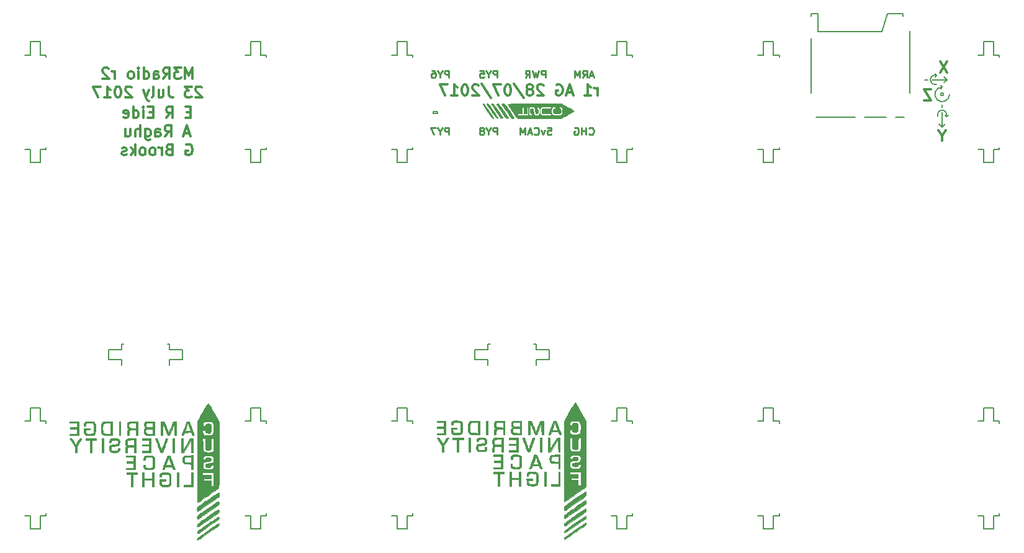
<source format=gbo>
G04 #@! TF.GenerationSoftware,KiCad,Pcbnew,no-vcs-found-d3b382c~59~ubuntu16.04.1*
G04 #@! TF.CreationDate,2017-07-31T19:30:18+01:00*
G04 #@! TF.ProjectId,r2_panel,72325F70616E656C2E6B696361645F70,1*
G04 #@! TF.SameCoordinates,Original
G04 #@! TF.FileFunction,Legend,Bot*
G04 #@! TF.FilePolarity,Positive*
%FSLAX46Y46*%
G04 Gerber Fmt 4.6, Leading zero omitted, Abs format (unit mm)*
G04 Created by KiCad (PCBNEW no-vcs-found-d3b382c~59~ubuntu16.04.1) date Mon Jul 31 19:30:18 2017*
%MOMM*%
%LPD*%
G01*
G04 APERTURE LIST*
%ADD10C,0.300000*%
%ADD11C,0.250000*%
%ADD12C,0.200000*%
%ADD13C,0.150000*%
%ADD14C,0.100000*%
%ADD15C,0.010000*%
%ADD16R,2.220000X0.740000*%
%ADD17C,1.200000*%
%ADD18R,0.620000X0.620000*%
%ADD19R,1.000000X0.950000*%
%ADD20C,1.600000*%
%ADD21R,0.740000X2.220000*%
%ADD22R,0.700000X1.100000*%
%ADD23R,1.140000X1.830000*%
%ADD24R,0.860000X2.800000*%
%ADD25R,0.700000X3.330000*%
%ADD26R,0.900000X0.930000*%
%ADD27R,1.050000X0.780000*%
%ADD28C,1.000000*%
%ADD29C,1.000000*%
G04 APERTURE END LIST*
D10*
X81407142Y-71803571D02*
X81407142Y-70303571D01*
X80907142Y-71375000D01*
X80407142Y-70303571D01*
X80407142Y-71803571D01*
X79835714Y-70303571D02*
X78907142Y-70303571D01*
X79407142Y-70875000D01*
X79192857Y-70875000D01*
X79050000Y-70946428D01*
X78978571Y-71017857D01*
X78907142Y-71160714D01*
X78907142Y-71517857D01*
X78978571Y-71660714D01*
X79050000Y-71732142D01*
X79192857Y-71803571D01*
X79621428Y-71803571D01*
X79764285Y-71732142D01*
X79835714Y-71660714D01*
X77407142Y-71803571D02*
X77907142Y-71089285D01*
X78264285Y-71803571D02*
X78264285Y-70303571D01*
X77692857Y-70303571D01*
X77550000Y-70375000D01*
X77478571Y-70446428D01*
X77407142Y-70589285D01*
X77407142Y-70803571D01*
X77478571Y-70946428D01*
X77550000Y-71017857D01*
X77692857Y-71089285D01*
X78264285Y-71089285D01*
X76121428Y-71803571D02*
X76121428Y-71017857D01*
X76192857Y-70875000D01*
X76335714Y-70803571D01*
X76621428Y-70803571D01*
X76764285Y-70875000D01*
X76121428Y-71732142D02*
X76264285Y-71803571D01*
X76621428Y-71803571D01*
X76764285Y-71732142D01*
X76835714Y-71589285D01*
X76835714Y-71446428D01*
X76764285Y-71303571D01*
X76621428Y-71232142D01*
X76264285Y-71232142D01*
X76121428Y-71160714D01*
X74764285Y-71803571D02*
X74764285Y-70303571D01*
X74764285Y-71732142D02*
X74907142Y-71803571D01*
X75192857Y-71803571D01*
X75335714Y-71732142D01*
X75407142Y-71660714D01*
X75478571Y-71517857D01*
X75478571Y-71089285D01*
X75407142Y-70946428D01*
X75335714Y-70875000D01*
X75192857Y-70803571D01*
X74907142Y-70803571D01*
X74764285Y-70875000D01*
X74050000Y-71803571D02*
X74050000Y-70803571D01*
X74050000Y-70303571D02*
X74121428Y-70375000D01*
X74050000Y-70446428D01*
X73978571Y-70375000D01*
X74050000Y-70303571D01*
X74050000Y-70446428D01*
X73121428Y-71803571D02*
X73264285Y-71732142D01*
X73335714Y-71660714D01*
X73407142Y-71517857D01*
X73407142Y-71089285D01*
X73335714Y-70946428D01*
X73264285Y-70875000D01*
X73121428Y-70803571D01*
X72907142Y-70803571D01*
X72764285Y-70875000D01*
X72692857Y-70946428D01*
X72621428Y-71089285D01*
X72621428Y-71517857D01*
X72692857Y-71660714D01*
X72764285Y-71732142D01*
X72907142Y-71803571D01*
X73121428Y-71803571D01*
X70835714Y-71803571D02*
X70835714Y-70803571D01*
X70835714Y-71089285D02*
X70764285Y-70946428D01*
X70692857Y-70875000D01*
X70550000Y-70803571D01*
X70407142Y-70803571D01*
X69978571Y-70446428D02*
X69907142Y-70375000D01*
X69764285Y-70303571D01*
X69407142Y-70303571D01*
X69264285Y-70375000D01*
X69192857Y-70446428D01*
X69121428Y-70589285D01*
X69121428Y-70732142D01*
X69192857Y-70946428D01*
X70050000Y-71803571D01*
X69121428Y-71803571D01*
X82657142Y-72996428D02*
X82585714Y-72925000D01*
X82442857Y-72853571D01*
X82085714Y-72853571D01*
X81942857Y-72925000D01*
X81871428Y-72996428D01*
X81800000Y-73139285D01*
X81800000Y-73282142D01*
X81871428Y-73496428D01*
X82728571Y-74353571D01*
X81800000Y-74353571D01*
X81300000Y-72853571D02*
X80371428Y-72853571D01*
X80871428Y-73425000D01*
X80657142Y-73425000D01*
X80514285Y-73496428D01*
X80442857Y-73567857D01*
X80371428Y-73710714D01*
X80371428Y-74067857D01*
X80442857Y-74210714D01*
X80514285Y-74282142D01*
X80657142Y-74353571D01*
X81085714Y-74353571D01*
X81228571Y-74282142D01*
X81300000Y-74210714D01*
X78157142Y-72853571D02*
X78157142Y-73925000D01*
X78228571Y-74139285D01*
X78371428Y-74282142D01*
X78585714Y-74353571D01*
X78728571Y-74353571D01*
X76800000Y-73353571D02*
X76800000Y-74353571D01*
X77442857Y-73353571D02*
X77442857Y-74139285D01*
X77371428Y-74282142D01*
X77228571Y-74353571D01*
X77014285Y-74353571D01*
X76871428Y-74282142D01*
X76800000Y-74210714D01*
X75871428Y-74353571D02*
X76014285Y-74282142D01*
X76085714Y-74139285D01*
X76085714Y-72853571D01*
X75442857Y-73353571D02*
X75085714Y-74353571D01*
X74728571Y-73353571D02*
X75085714Y-74353571D01*
X75228571Y-74710714D01*
X75300000Y-74782142D01*
X75442857Y-74853571D01*
X73085714Y-72996428D02*
X73014285Y-72925000D01*
X72871428Y-72853571D01*
X72514285Y-72853571D01*
X72371428Y-72925000D01*
X72300000Y-72996428D01*
X72228571Y-73139285D01*
X72228571Y-73282142D01*
X72300000Y-73496428D01*
X73157142Y-74353571D01*
X72228571Y-74353571D01*
X71300000Y-72853571D02*
X71157142Y-72853571D01*
X71014285Y-72925000D01*
X70942857Y-72996428D01*
X70871428Y-73139285D01*
X70800000Y-73425000D01*
X70800000Y-73782142D01*
X70871428Y-74067857D01*
X70942857Y-74210714D01*
X71014285Y-74282142D01*
X71157142Y-74353571D01*
X71300000Y-74353571D01*
X71442857Y-74282142D01*
X71514285Y-74210714D01*
X71585714Y-74067857D01*
X71657142Y-73782142D01*
X71657142Y-73425000D01*
X71585714Y-73139285D01*
X71514285Y-72996428D01*
X71442857Y-72925000D01*
X71300000Y-72853571D01*
X69371428Y-74353571D02*
X70228571Y-74353571D01*
X69800000Y-74353571D02*
X69800000Y-72853571D01*
X69942857Y-73067857D01*
X70085714Y-73210714D01*
X70228571Y-73282142D01*
X68871428Y-72853571D02*
X67871428Y-72853571D01*
X68514285Y-74353571D01*
X81171428Y-76342857D02*
X80671428Y-76342857D01*
X80457142Y-77128571D02*
X81171428Y-77128571D01*
X81171428Y-75628571D01*
X80457142Y-75628571D01*
X77814285Y-77128571D02*
X78314285Y-76414285D01*
X78671428Y-77128571D02*
X78671428Y-75628571D01*
X78100000Y-75628571D01*
X77957142Y-75700000D01*
X77885714Y-75771428D01*
X77814285Y-75914285D01*
X77814285Y-76128571D01*
X77885714Y-76271428D01*
X77957142Y-76342857D01*
X78100000Y-76414285D01*
X78671428Y-76414285D01*
X76028571Y-76342857D02*
X75528571Y-76342857D01*
X75314285Y-77128571D02*
X76028571Y-77128571D01*
X76028571Y-75628571D01*
X75314285Y-75628571D01*
X74671428Y-77128571D02*
X74671428Y-76128571D01*
X74671428Y-75628571D02*
X74742857Y-75700000D01*
X74671428Y-75771428D01*
X74600000Y-75700000D01*
X74671428Y-75628571D01*
X74671428Y-75771428D01*
X73314285Y-77128571D02*
X73314285Y-75628571D01*
X73314285Y-77057142D02*
X73457142Y-77128571D01*
X73742857Y-77128571D01*
X73885714Y-77057142D01*
X73957142Y-76985714D01*
X74028571Y-76842857D01*
X74028571Y-76414285D01*
X73957142Y-76271428D01*
X73885714Y-76200000D01*
X73742857Y-76128571D01*
X73457142Y-76128571D01*
X73314285Y-76200000D01*
X72028571Y-77057142D02*
X72171428Y-77128571D01*
X72457142Y-77128571D01*
X72600000Y-77057142D01*
X72671428Y-76914285D01*
X72671428Y-76342857D01*
X72600000Y-76200000D01*
X72457142Y-76128571D01*
X72171428Y-76128571D01*
X72028571Y-76200000D01*
X71957142Y-76342857D01*
X71957142Y-76485714D01*
X72671428Y-76628571D01*
X80992857Y-79250000D02*
X80278571Y-79250000D01*
X81135714Y-79678571D02*
X80635714Y-78178571D01*
X80135714Y-79678571D01*
X77635714Y-79678571D02*
X78135714Y-78964285D01*
X78492857Y-79678571D02*
X78492857Y-78178571D01*
X77921428Y-78178571D01*
X77778571Y-78250000D01*
X77707142Y-78321428D01*
X77635714Y-78464285D01*
X77635714Y-78678571D01*
X77707142Y-78821428D01*
X77778571Y-78892857D01*
X77921428Y-78964285D01*
X78492857Y-78964285D01*
X76350000Y-79678571D02*
X76350000Y-78892857D01*
X76421428Y-78750000D01*
X76564285Y-78678571D01*
X76850000Y-78678571D01*
X76992857Y-78750000D01*
X76350000Y-79607142D02*
X76492857Y-79678571D01*
X76850000Y-79678571D01*
X76992857Y-79607142D01*
X77064285Y-79464285D01*
X77064285Y-79321428D01*
X76992857Y-79178571D01*
X76850000Y-79107142D01*
X76492857Y-79107142D01*
X76350000Y-79035714D01*
X74992857Y-78678571D02*
X74992857Y-79892857D01*
X75064285Y-80035714D01*
X75135714Y-80107142D01*
X75278571Y-80178571D01*
X75492857Y-80178571D01*
X75635714Y-80107142D01*
X74992857Y-79607142D02*
X75135714Y-79678571D01*
X75421428Y-79678571D01*
X75564285Y-79607142D01*
X75635714Y-79535714D01*
X75707142Y-79392857D01*
X75707142Y-78964285D01*
X75635714Y-78821428D01*
X75564285Y-78750000D01*
X75421428Y-78678571D01*
X75135714Y-78678571D01*
X74992857Y-78750000D01*
X74278571Y-79678571D02*
X74278571Y-78178571D01*
X73635714Y-79678571D02*
X73635714Y-78892857D01*
X73707142Y-78750000D01*
X73850000Y-78678571D01*
X74064285Y-78678571D01*
X74207142Y-78750000D01*
X74278571Y-78821428D01*
X72278571Y-78678571D02*
X72278571Y-79678571D01*
X72921428Y-78678571D02*
X72921428Y-79464285D01*
X72850000Y-79607142D01*
X72707142Y-79678571D01*
X72492857Y-79678571D01*
X72350000Y-79607142D01*
X72278571Y-79535714D01*
X80564285Y-80800000D02*
X80707142Y-80728571D01*
X80921428Y-80728571D01*
X81135714Y-80800000D01*
X81278571Y-80942857D01*
X81350000Y-81085714D01*
X81421428Y-81371428D01*
X81421428Y-81585714D01*
X81350000Y-81871428D01*
X81278571Y-82014285D01*
X81135714Y-82157142D01*
X80921428Y-82228571D01*
X80778571Y-82228571D01*
X80564285Y-82157142D01*
X80492857Y-82085714D01*
X80492857Y-81585714D01*
X80778571Y-81585714D01*
X78207142Y-81442857D02*
X77992857Y-81514285D01*
X77921428Y-81585714D01*
X77850000Y-81728571D01*
X77850000Y-81942857D01*
X77921428Y-82085714D01*
X77992857Y-82157142D01*
X78135714Y-82228571D01*
X78707142Y-82228571D01*
X78707142Y-80728571D01*
X78207142Y-80728571D01*
X78064285Y-80800000D01*
X77992857Y-80871428D01*
X77921428Y-81014285D01*
X77921428Y-81157142D01*
X77992857Y-81300000D01*
X78064285Y-81371428D01*
X78207142Y-81442857D01*
X78707142Y-81442857D01*
X77207142Y-82228571D02*
X77207142Y-81228571D01*
X77207142Y-81514285D02*
X77135714Y-81371428D01*
X77064285Y-81300000D01*
X76921428Y-81228571D01*
X76778571Y-81228571D01*
X76064285Y-82228571D02*
X76207142Y-82157142D01*
X76278571Y-82085714D01*
X76350000Y-81942857D01*
X76350000Y-81514285D01*
X76278571Y-81371428D01*
X76207142Y-81300000D01*
X76064285Y-81228571D01*
X75850000Y-81228571D01*
X75707142Y-81300000D01*
X75635714Y-81371428D01*
X75564285Y-81514285D01*
X75564285Y-81942857D01*
X75635714Y-82085714D01*
X75707142Y-82157142D01*
X75850000Y-82228571D01*
X76064285Y-82228571D01*
X74707142Y-82228571D02*
X74850000Y-82157142D01*
X74921428Y-82085714D01*
X74992857Y-81942857D01*
X74992857Y-81514285D01*
X74921428Y-81371428D01*
X74850000Y-81300000D01*
X74707142Y-81228571D01*
X74492857Y-81228571D01*
X74350000Y-81300000D01*
X74278571Y-81371428D01*
X74207142Y-81514285D01*
X74207142Y-81942857D01*
X74278571Y-82085714D01*
X74350000Y-82157142D01*
X74492857Y-82228571D01*
X74707142Y-82228571D01*
X73564285Y-82228571D02*
X73564285Y-80728571D01*
X73421428Y-81657142D02*
X72992857Y-82228571D01*
X72992857Y-81228571D02*
X73564285Y-81800000D01*
X72421428Y-82157142D02*
X72278571Y-82228571D01*
X71992857Y-82228571D01*
X71850000Y-82157142D01*
X71778571Y-82014285D01*
X71778571Y-81942857D01*
X71850000Y-81800000D01*
X71992857Y-81728571D01*
X72207142Y-81728571D01*
X72350000Y-81657142D01*
X72421428Y-81514285D01*
X72421428Y-81442857D01*
X72350000Y-81300000D01*
X72207142Y-81228571D01*
X71992857Y-81228571D01*
X71850000Y-81300000D01*
D11*
X116366666Y-79452380D02*
X116366666Y-78452380D01*
X115985714Y-78452380D01*
X115890476Y-78500000D01*
X115842857Y-78547619D01*
X115795238Y-78642857D01*
X115795238Y-78785714D01*
X115842857Y-78880952D01*
X115890476Y-78928571D01*
X115985714Y-78976190D01*
X116366666Y-78976190D01*
X115176190Y-78976190D02*
X115176190Y-79452380D01*
X115509523Y-78452380D02*
X115176190Y-78976190D01*
X114842857Y-78452380D01*
X114604761Y-78452380D02*
X113938095Y-78452380D01*
X114366666Y-79452380D01*
X122966666Y-79452380D02*
X122966666Y-78452380D01*
X122585714Y-78452380D01*
X122490476Y-78500000D01*
X122442857Y-78547619D01*
X122395238Y-78642857D01*
X122395238Y-78785714D01*
X122442857Y-78880952D01*
X122490476Y-78928571D01*
X122585714Y-78976190D01*
X122966666Y-78976190D01*
X121776190Y-78976190D02*
X121776190Y-79452380D01*
X122109523Y-78452380D02*
X121776190Y-78976190D01*
X121442857Y-78452380D01*
X120966666Y-78880952D02*
X121061904Y-78833333D01*
X121109523Y-78785714D01*
X121157142Y-78690476D01*
X121157142Y-78642857D01*
X121109523Y-78547619D01*
X121061904Y-78500000D01*
X120966666Y-78452380D01*
X120776190Y-78452380D01*
X120680952Y-78500000D01*
X120633333Y-78547619D01*
X120585714Y-78642857D01*
X120585714Y-78690476D01*
X120633333Y-78785714D01*
X120680952Y-78833333D01*
X120776190Y-78880952D01*
X120966666Y-78880952D01*
X121061904Y-78928571D01*
X121109523Y-78976190D01*
X121157142Y-79071428D01*
X121157142Y-79261904D01*
X121109523Y-79357142D01*
X121061904Y-79404761D01*
X120966666Y-79452380D01*
X120776190Y-79452380D01*
X120680952Y-79404761D01*
X120633333Y-79357142D01*
X120585714Y-79261904D01*
X120585714Y-79071428D01*
X120633333Y-78976190D01*
X120680952Y-78928571D01*
X120776190Y-78880952D01*
X129842857Y-78452380D02*
X130319047Y-78452380D01*
X130366666Y-78928571D01*
X130319047Y-78880952D01*
X130223809Y-78833333D01*
X129985714Y-78833333D01*
X129890476Y-78880952D01*
X129842857Y-78928571D01*
X129795238Y-79023809D01*
X129795238Y-79261904D01*
X129842857Y-79357142D01*
X129890476Y-79404761D01*
X129985714Y-79452380D01*
X130223809Y-79452380D01*
X130319047Y-79404761D01*
X130366666Y-79357142D01*
X129461904Y-78785714D02*
X129223809Y-79452380D01*
X128985714Y-78785714D01*
X128033333Y-79357142D02*
X128080952Y-79404761D01*
X128223809Y-79452380D01*
X128319047Y-79452380D01*
X128461904Y-79404761D01*
X128557142Y-79309523D01*
X128604761Y-79214285D01*
X128652380Y-79023809D01*
X128652380Y-78880952D01*
X128604761Y-78690476D01*
X128557142Y-78595238D01*
X128461904Y-78500000D01*
X128319047Y-78452380D01*
X128223809Y-78452380D01*
X128080952Y-78500000D01*
X128033333Y-78547619D01*
X127652380Y-79166666D02*
X127176190Y-79166666D01*
X127747619Y-79452380D02*
X127414285Y-78452380D01*
X127080952Y-79452380D01*
X126747619Y-79452380D02*
X126747619Y-78452380D01*
X126414285Y-79166666D01*
X126080952Y-78452380D01*
X126080952Y-79452380D01*
X135514285Y-79357142D02*
X135561904Y-79404761D01*
X135704761Y-79452380D01*
X135800000Y-79452380D01*
X135942857Y-79404761D01*
X136038095Y-79309523D01*
X136085714Y-79214285D01*
X136133333Y-79023809D01*
X136133333Y-78880952D01*
X136085714Y-78690476D01*
X136038095Y-78595238D01*
X135942857Y-78500000D01*
X135800000Y-78452380D01*
X135704761Y-78452380D01*
X135561904Y-78500000D01*
X135514285Y-78547619D01*
X135085714Y-79452380D02*
X135085714Y-78452380D01*
X135085714Y-78928571D02*
X134514285Y-78928571D01*
X134514285Y-79452380D02*
X134514285Y-78452380D01*
X133514285Y-78500000D02*
X133609523Y-78452380D01*
X133752380Y-78452380D01*
X133895238Y-78500000D01*
X133990476Y-78595238D01*
X134038095Y-78690476D01*
X134085714Y-78880952D01*
X134085714Y-79023809D01*
X134038095Y-79214285D01*
X133990476Y-79309523D01*
X133895238Y-79404761D01*
X133752380Y-79452380D01*
X133657142Y-79452380D01*
X133514285Y-79404761D01*
X133466666Y-79357142D01*
X133466666Y-79023809D01*
X133657142Y-79023809D01*
X136109523Y-71366666D02*
X135633333Y-71366666D01*
X136204761Y-71652380D02*
X135871428Y-70652380D01*
X135538095Y-71652380D01*
X134633333Y-71652380D02*
X134966666Y-71176190D01*
X135204761Y-71652380D02*
X135204761Y-70652380D01*
X134823809Y-70652380D01*
X134728571Y-70700000D01*
X134680952Y-70747619D01*
X134633333Y-70842857D01*
X134633333Y-70985714D01*
X134680952Y-71080952D01*
X134728571Y-71128571D01*
X134823809Y-71176190D01*
X135204761Y-71176190D01*
X134204761Y-71652380D02*
X134204761Y-70652380D01*
X133871428Y-71366666D01*
X133538095Y-70652380D01*
X133538095Y-71652380D01*
X129533333Y-71652380D02*
X129533333Y-70652380D01*
X129152380Y-70652380D01*
X129057142Y-70700000D01*
X129009523Y-70747619D01*
X128961904Y-70842857D01*
X128961904Y-70985714D01*
X129009523Y-71080952D01*
X129057142Y-71128571D01*
X129152380Y-71176190D01*
X129533333Y-71176190D01*
X128628571Y-70652380D02*
X128390476Y-71652380D01*
X128200000Y-70938095D01*
X128009523Y-71652380D01*
X127771428Y-70652380D01*
X126819047Y-71652380D02*
X127152380Y-71176190D01*
X127390476Y-71652380D02*
X127390476Y-70652380D01*
X127009523Y-70652380D01*
X126914285Y-70700000D01*
X126866666Y-70747619D01*
X126819047Y-70842857D01*
X126819047Y-70985714D01*
X126866666Y-71080952D01*
X126914285Y-71128571D01*
X127009523Y-71176190D01*
X127390476Y-71176190D01*
X122966666Y-71652380D02*
X122966666Y-70652380D01*
X122585714Y-70652380D01*
X122490476Y-70700000D01*
X122442857Y-70747619D01*
X122395238Y-70842857D01*
X122395238Y-70985714D01*
X122442857Y-71080952D01*
X122490476Y-71128571D01*
X122585714Y-71176190D01*
X122966666Y-71176190D01*
X121776190Y-71176190D02*
X121776190Y-71652380D01*
X122109523Y-70652380D02*
X121776190Y-71176190D01*
X121442857Y-70652380D01*
X120633333Y-70652380D02*
X121109523Y-70652380D01*
X121157142Y-71128571D01*
X121109523Y-71080952D01*
X121014285Y-71033333D01*
X120776190Y-71033333D01*
X120680952Y-71080952D01*
X120633333Y-71128571D01*
X120585714Y-71223809D01*
X120585714Y-71461904D01*
X120633333Y-71557142D01*
X120680952Y-71604761D01*
X120776190Y-71652380D01*
X121014285Y-71652380D01*
X121109523Y-71604761D01*
X121157142Y-71557142D01*
X116366666Y-71652380D02*
X116366666Y-70652380D01*
X115985714Y-70652380D01*
X115890476Y-70700000D01*
X115842857Y-70747619D01*
X115795238Y-70842857D01*
X115795238Y-70985714D01*
X115842857Y-71080952D01*
X115890476Y-71128571D01*
X115985714Y-71176190D01*
X116366666Y-71176190D01*
X115176190Y-71176190D02*
X115176190Y-71652380D01*
X115509523Y-70652380D02*
X115176190Y-71176190D01*
X114842857Y-70652380D01*
X114080952Y-70652380D02*
X114271428Y-70652380D01*
X114366666Y-70700000D01*
X114414285Y-70747619D01*
X114509523Y-70890476D01*
X114557142Y-71080952D01*
X114557142Y-71461904D01*
X114509523Y-71557142D01*
X114461904Y-71604761D01*
X114366666Y-71652380D01*
X114176190Y-71652380D01*
X114080952Y-71604761D01*
X114033333Y-71557142D01*
X113985714Y-71461904D01*
X113985714Y-71223809D01*
X114033333Y-71128571D01*
X114080952Y-71080952D01*
X114176190Y-71033333D01*
X114366666Y-71033333D01*
X114461904Y-71080952D01*
X114509523Y-71128571D01*
X114557142Y-71223809D01*
D10*
X136642857Y-74078571D02*
X136642857Y-73078571D01*
X136642857Y-73364285D02*
X136571428Y-73221428D01*
X136500000Y-73150000D01*
X136357142Y-73078571D01*
X136214285Y-73078571D01*
X134928571Y-74078571D02*
X135785714Y-74078571D01*
X135357142Y-74078571D02*
X135357142Y-72578571D01*
X135500000Y-72792857D01*
X135642857Y-72935714D01*
X135785714Y-73007142D01*
X133214285Y-73650000D02*
X132500000Y-73650000D01*
X133357142Y-74078571D02*
X132857142Y-72578571D01*
X132357142Y-74078571D01*
X131071428Y-72650000D02*
X131214285Y-72578571D01*
X131428571Y-72578571D01*
X131642857Y-72650000D01*
X131785714Y-72792857D01*
X131857142Y-72935714D01*
X131928571Y-73221428D01*
X131928571Y-73435714D01*
X131857142Y-73721428D01*
X131785714Y-73864285D01*
X131642857Y-74007142D01*
X131428571Y-74078571D01*
X131285714Y-74078571D01*
X131071428Y-74007142D01*
X131000000Y-73935714D01*
X131000000Y-73435714D01*
X131285714Y-73435714D01*
X129285714Y-72721428D02*
X129214285Y-72650000D01*
X129071428Y-72578571D01*
X128714285Y-72578571D01*
X128571428Y-72650000D01*
X128500000Y-72721428D01*
X128428571Y-72864285D01*
X128428571Y-73007142D01*
X128500000Y-73221428D01*
X129357142Y-74078571D01*
X128428571Y-74078571D01*
X127571428Y-73221428D02*
X127714285Y-73150000D01*
X127785714Y-73078571D01*
X127857142Y-72935714D01*
X127857142Y-72864285D01*
X127785714Y-72721428D01*
X127714285Y-72650000D01*
X127571428Y-72578571D01*
X127285714Y-72578571D01*
X127142857Y-72650000D01*
X127071428Y-72721428D01*
X127000000Y-72864285D01*
X127000000Y-72935714D01*
X127071428Y-73078571D01*
X127142857Y-73150000D01*
X127285714Y-73221428D01*
X127571428Y-73221428D01*
X127714285Y-73292857D01*
X127785714Y-73364285D01*
X127857142Y-73507142D01*
X127857142Y-73792857D01*
X127785714Y-73935714D01*
X127714285Y-74007142D01*
X127571428Y-74078571D01*
X127285714Y-74078571D01*
X127142857Y-74007142D01*
X127071428Y-73935714D01*
X127000000Y-73792857D01*
X127000000Y-73507142D01*
X127071428Y-73364285D01*
X127142857Y-73292857D01*
X127285714Y-73221428D01*
X125285714Y-72507142D02*
X126571428Y-74435714D01*
X124500000Y-72578571D02*
X124357142Y-72578571D01*
X124214285Y-72650000D01*
X124142857Y-72721428D01*
X124071428Y-72864285D01*
X124000000Y-73150000D01*
X124000000Y-73507142D01*
X124071428Y-73792857D01*
X124142857Y-73935714D01*
X124214285Y-74007142D01*
X124357142Y-74078571D01*
X124500000Y-74078571D01*
X124642857Y-74007142D01*
X124714285Y-73935714D01*
X124785714Y-73792857D01*
X124857142Y-73507142D01*
X124857142Y-73150000D01*
X124785714Y-72864285D01*
X124714285Y-72721428D01*
X124642857Y-72650000D01*
X124500000Y-72578571D01*
X123500000Y-72578571D02*
X122500000Y-72578571D01*
X123142857Y-74078571D01*
X120857142Y-72507142D02*
X122142857Y-74435714D01*
X120428571Y-72721428D02*
X120357142Y-72650000D01*
X120214285Y-72578571D01*
X119857142Y-72578571D01*
X119714285Y-72650000D01*
X119642857Y-72721428D01*
X119571428Y-72864285D01*
X119571428Y-73007142D01*
X119642857Y-73221428D01*
X120500000Y-74078571D01*
X119571428Y-74078571D01*
X118642857Y-72578571D02*
X118500000Y-72578571D01*
X118357142Y-72650000D01*
X118285714Y-72721428D01*
X118214285Y-72864285D01*
X118142857Y-73150000D01*
X118142857Y-73507142D01*
X118214285Y-73792857D01*
X118285714Y-73935714D01*
X118357142Y-74007142D01*
X118500000Y-74078571D01*
X118642857Y-74078571D01*
X118785714Y-74007142D01*
X118857142Y-73935714D01*
X118928571Y-73792857D01*
X119000000Y-73507142D01*
X119000000Y-73150000D01*
X118928571Y-72864285D01*
X118857142Y-72721428D01*
X118785714Y-72650000D01*
X118642857Y-72578571D01*
X116714285Y-74078571D02*
X117571428Y-74078571D01*
X117142857Y-74078571D02*
X117142857Y-72578571D01*
X117285714Y-72792857D01*
X117428571Y-72935714D01*
X117571428Y-73007142D01*
X116214285Y-72578571D02*
X115214285Y-72578571D01*
X115857142Y-74078571D01*
D12*
X182905000Y-71330000D02*
X182705000Y-71530000D01*
D10*
X182180000Y-73258571D02*
X181180000Y-73258571D01*
X182180000Y-74758571D01*
X181180000Y-74758571D01*
X184380000Y-69458571D02*
X183380000Y-70958571D01*
X183380000Y-69458571D02*
X184380000Y-70958571D01*
X183680000Y-79569285D02*
X183680000Y-80283571D01*
X184180000Y-78783571D02*
X183680000Y-79569285D01*
X183180000Y-78783571D01*
D12*
X184348580Y-71930000D02*
X183948580Y-71530000D01*
X184348580Y-71930000D02*
X183948580Y-72330000D01*
X184305000Y-71930000D02*
X182305000Y-71930000D01*
X182705000Y-71130000D02*
X182905000Y-71330000D01*
X182905000Y-71330000D02*
G75*
G03X182905000Y-72530000I-200000J-600000D01*
G01*
X181705000Y-71930000D02*
X181305000Y-71930000D01*
X183680000Y-72930000D02*
X183530000Y-73130000D01*
X183680000Y-72930000D02*
X183480000Y-72730000D01*
X183680000Y-72930000D02*
G75*
G03X184680000Y-73930000I0J-1000000D01*
G01*
X183880000Y-73930000D02*
G75*
G03X183880000Y-73930000I-200000J0D01*
G01*
X183680000Y-75730000D02*
X183680000Y-75330000D01*
X184280000Y-76955000D02*
X184080000Y-76755000D01*
X184480000Y-76755000D02*
X184280000Y-76955000D01*
X184280000Y-76930000D02*
G75*
G03X183080000Y-76930000I-600000J200000D01*
G01*
X183680000Y-78373580D02*
X184080000Y-77973580D01*
X183680000Y-78373580D02*
X183280000Y-77973580D01*
X183680000Y-78330000D02*
X183680000Y-76330000D01*
D13*
X58550000Y-81465000D02*
X59315000Y-81465000D01*
X59315000Y-81465000D02*
X59315000Y-83245000D01*
X59315000Y-83245000D02*
X60685000Y-83245000D01*
X60685000Y-83245000D02*
X60685000Y-81465000D01*
X60685000Y-81465000D02*
X61450000Y-81465000D01*
X61450000Y-81465000D02*
X61450000Y-81165000D01*
X61450000Y-68835000D02*
X61450000Y-68535000D01*
X61450000Y-68535000D02*
X60685000Y-68535000D01*
X60685000Y-68535000D02*
X60685000Y-66755000D01*
X60685000Y-66755000D02*
X59315000Y-66755000D01*
X59315000Y-66755000D02*
X59315000Y-68535000D01*
X59315000Y-68535000D02*
X58550000Y-68535000D01*
X88550000Y-81465000D02*
X89315000Y-81465000D01*
X89315000Y-81465000D02*
X89315000Y-83245000D01*
X89315000Y-83245000D02*
X90685000Y-83245000D01*
X90685000Y-83245000D02*
X90685000Y-81465000D01*
X90685000Y-81465000D02*
X91450000Y-81465000D01*
X91450000Y-81465000D02*
X91450000Y-81165000D01*
X91450000Y-68835000D02*
X91450000Y-68535000D01*
X91450000Y-68535000D02*
X90685000Y-68535000D01*
X90685000Y-68535000D02*
X90685000Y-66755000D01*
X90685000Y-66755000D02*
X89315000Y-66755000D01*
X89315000Y-66755000D02*
X89315000Y-68535000D01*
X89315000Y-68535000D02*
X88550000Y-68535000D01*
D14*
G36*
X131712126Y-75205046D02*
X128064355Y-75210398D01*
X127603920Y-75211078D01*
X127183955Y-75211723D01*
X126802594Y-75212357D01*
X126457974Y-75213005D01*
X126148230Y-75213689D01*
X125871498Y-75214436D01*
X125625913Y-75215270D01*
X125409612Y-75216214D01*
X125220729Y-75217293D01*
X125057402Y-75218531D01*
X124917765Y-75219953D01*
X124799953Y-75221583D01*
X124702104Y-75223445D01*
X124622352Y-75225564D01*
X124558834Y-75227964D01*
X124509685Y-75230670D01*
X124473040Y-75233705D01*
X124447035Y-75237094D01*
X124429807Y-75240862D01*
X124419491Y-75245032D01*
X124414222Y-75249629D01*
X124412136Y-75254678D01*
X124411620Y-75258083D01*
X124422619Y-75285457D01*
X124457318Y-75345353D01*
X124514561Y-75436026D01*
X124593193Y-75555729D01*
X124609537Y-75580027D01*
X130904167Y-75580027D01*
X130904167Y-75720680D01*
X130904167Y-75861333D01*
X130831461Y-75861333D01*
X130734217Y-75873339D01*
X130662218Y-75907165D01*
X130630106Y-75943933D01*
X130611154Y-76003433D01*
X130598639Y-76089921D01*
X130593206Y-76188453D01*
X130595505Y-76284081D01*
X130606180Y-76361859D01*
X130611237Y-76379847D01*
X130631516Y-76425411D01*
X130661319Y-76460016D01*
X130706146Y-76485128D01*
X130771499Y-76502211D01*
X130862880Y-76512730D01*
X130985790Y-76518149D01*
X131137310Y-76519910D01*
X131300152Y-76518068D01*
X131425172Y-76510808D01*
X131516636Y-76497258D01*
X131578812Y-76476542D01*
X131615966Y-76447786D01*
X131630410Y-76418890D01*
X131651950Y-76326724D01*
X131660393Y-76245144D01*
X131657374Y-76152324D01*
X131653584Y-76109786D01*
X131637497Y-76005810D01*
X131610432Y-75937549D01*
X131567560Y-75898832D01*
X131504050Y-75883490D01*
X131475667Y-75882500D01*
X131391000Y-75882500D01*
X131391000Y-75742019D01*
X131391000Y-75601537D01*
X131524248Y-75612233D01*
X131642159Y-75629419D01*
X131732926Y-75662690D01*
X131799585Y-75716524D01*
X131845171Y-75795395D01*
X131872718Y-75903781D01*
X131885261Y-76046158D01*
X131886855Y-76147083D01*
X131881019Y-76324376D01*
X131863061Y-76465316D01*
X131830910Y-76574670D01*
X131782497Y-76657207D01*
X131715751Y-76717697D01*
X131628601Y-76760908D01*
X131618837Y-76764409D01*
X131529766Y-76785027D01*
X131409513Y-76798139D01*
X131267732Y-76804111D01*
X131114082Y-76803308D01*
X130958220Y-76796096D01*
X130809802Y-76782841D01*
X130678486Y-76763909D01*
X130573929Y-76739663D01*
X130529010Y-76723155D01*
X130472119Y-76677635D01*
X130421679Y-76601517D01*
X130384794Y-76506533D01*
X130376453Y-76471267D01*
X130363052Y-76366129D01*
X130357175Y-76236832D01*
X130358807Y-76100871D01*
X130367932Y-75975741D01*
X130376972Y-75913273D01*
X130394604Y-75834720D01*
X130415469Y-75765164D01*
X130428956Y-75732323D01*
X130484066Y-75671085D01*
X130576693Y-75626019D01*
X130704897Y-75597951D01*
X130756610Y-75592397D01*
X130904167Y-75580027D01*
X124609537Y-75580027D01*
X124610783Y-75581880D01*
X130332667Y-75581880D01*
X130332667Y-75721607D01*
X130332667Y-75861333D01*
X129819375Y-75862255D01*
X129625996Y-75863350D01*
X129470419Y-75866161D01*
X129348132Y-75871128D01*
X129254622Y-75878692D01*
X129185377Y-75889291D01*
X129135886Y-75903368D01*
X129101636Y-75921360D01*
X129087053Y-75933688D01*
X129069257Y-75973297D01*
X129056971Y-76043479D01*
X129050213Y-76132857D01*
X129049004Y-76230053D01*
X129053362Y-76323692D01*
X129063308Y-76402396D01*
X129078859Y-76454790D01*
X129086147Y-76465339D01*
X129113758Y-76486428D01*
X129152899Y-76503157D01*
X129208212Y-76515992D01*
X129284342Y-76525403D01*
X129385931Y-76531857D01*
X129517624Y-76535821D01*
X129684064Y-76537764D01*
X129808792Y-76538162D01*
X130332667Y-76538666D01*
X130332667Y-76677927D01*
X130332667Y-76817187D01*
X129713542Y-76809824D01*
X129527543Y-76807258D01*
X129379067Y-76804279D01*
X129263305Y-76800602D01*
X129175447Y-76795941D01*
X129110683Y-76790011D01*
X129064203Y-76782527D01*
X129031198Y-76773205D01*
X129020333Y-76768735D01*
X128933828Y-76715076D01*
X128875442Y-76641206D01*
X128838577Y-76543971D01*
X128823921Y-76460895D01*
X128814662Y-76349429D01*
X128810927Y-76223186D01*
X128812845Y-76095781D01*
X128820544Y-75980829D01*
X128832492Y-75899417D01*
X128866588Y-75787934D01*
X128917697Y-75708738D01*
X128992221Y-75653131D01*
X129025352Y-75637493D01*
X129056978Y-75626085D01*
X129095463Y-75616941D01*
X129146013Y-75609713D01*
X129213831Y-75604050D01*
X129304121Y-75599604D01*
X129422087Y-75596026D01*
X129572933Y-75592966D01*
X129724125Y-75590609D01*
X130332667Y-75581880D01*
X124610783Y-75581880D01*
X124613666Y-75586166D01*
X126988333Y-75586166D01*
X127104750Y-75586166D01*
X127221167Y-75586166D01*
X127221167Y-75597115D01*
X127712006Y-75597115D01*
X127827817Y-75603656D01*
X127927283Y-75623964D01*
X127999314Y-75656465D01*
X128010812Y-75665481D01*
X128051877Y-75714367D01*
X128083417Y-75782767D01*
X128107544Y-75877508D01*
X128126371Y-76005413D01*
X128131825Y-76056498D01*
X128147088Y-76206977D01*
X128160581Y-76320529D01*
X128174716Y-76402353D01*
X128191909Y-76457646D01*
X128214572Y-76491609D01*
X128245122Y-76509440D01*
X128285971Y-76516337D01*
X128339534Y-76517499D01*
X128345904Y-76517500D01*
X128435298Y-76512103D01*
X128492888Y-76491271D01*
X128528348Y-76448039D01*
X128551349Y-76375444D01*
X128552866Y-76368510D01*
X128574243Y-76220478D01*
X128570514Y-76097583D01*
X128542646Y-76002491D01*
X128491606Y-75937871D01*
X128418360Y-75906387D01*
X128384338Y-75903666D01*
X128362124Y-75899201D01*
X128349639Y-75879656D01*
X128344169Y-75835809D01*
X128343000Y-75763122D01*
X128343000Y-75622577D01*
X128463463Y-75635010D01*
X128574313Y-75657878D01*
X128655970Y-75704022D01*
X128717951Y-75779576D01*
X128734583Y-75809782D01*
X128751674Y-75848697D01*
X128763526Y-75892281D01*
X128771051Y-75948938D01*
X128775161Y-76027072D01*
X128776767Y-76135086D01*
X128776917Y-76200000D01*
X128774556Y-76359770D01*
X128766250Y-76483352D01*
X128750160Y-76576693D01*
X128724451Y-76645739D01*
X128687285Y-76696435D01*
X128636824Y-76734729D01*
X128606769Y-76750727D01*
X128517108Y-76779266D01*
X128403787Y-76794622D01*
X128283520Y-76796345D01*
X128173020Y-76783984D01*
X128104309Y-76764255D01*
X128052161Y-76733540D01*
X128010315Y-76686499D01*
X127977187Y-76618299D01*
X127951191Y-76524106D01*
X127930742Y-76399089D01*
X127914254Y-76238415D01*
X127908788Y-76168250D01*
X127899287Y-76077177D01*
X127885868Y-75997867D01*
X127870884Y-75943090D01*
X127865110Y-75931114D01*
X127816453Y-75890093D01*
X127745136Y-75869739D01*
X127664027Y-75868947D01*
X127585994Y-75886616D01*
X127523906Y-75921643D01*
X127493763Y-75962941D01*
X127485135Y-76008032D01*
X127479581Y-76083261D01*
X127477758Y-76176501D01*
X127478818Y-76238948D01*
X127482762Y-76338850D01*
X127488357Y-76405550D01*
X127497606Y-76448175D01*
X127512513Y-76475856D01*
X127535081Y-76497722D01*
X127535720Y-76498240D01*
X127592847Y-76527043D01*
X127657428Y-76538666D01*
X127729167Y-76538666D01*
X127729167Y-76678689D01*
X127729167Y-76818711D01*
X127607458Y-76803806D01*
X127473187Y-76776386D01*
X127376983Y-76731520D01*
X127318204Y-76668901D01*
X127315453Y-76663802D01*
X127284504Y-76577218D01*
X127262034Y-76459589D01*
X127248835Y-76321502D01*
X127245701Y-76173543D01*
X127253427Y-76026296D01*
X127262129Y-75952631D01*
X127288077Y-75825979D01*
X127327674Y-75734494D01*
X127387083Y-75671677D01*
X127472468Y-75631029D01*
X127589993Y-75606049D01*
X127590941Y-75605914D01*
X127712006Y-75597115D01*
X127221167Y-75597115D01*
X127221167Y-76200000D01*
X127221167Y-76813833D01*
X126469750Y-76813833D01*
X125718333Y-76813833D01*
X125718333Y-76676250D01*
X125718333Y-76538666D01*
X126025250Y-76538666D01*
X126332167Y-76538666D01*
X126332167Y-76125916D01*
X126332167Y-75713166D01*
X126448583Y-75713166D01*
X126565000Y-75713166D01*
X126565000Y-76125916D01*
X126565000Y-76538666D01*
X126776667Y-76538666D01*
X126988333Y-76538666D01*
X126988333Y-76062416D01*
X126988333Y-75586166D01*
X124613666Y-75586166D01*
X124692058Y-75702715D01*
X124810002Y-75875239D01*
X124945868Y-76071553D01*
X125020684Y-76178833D01*
X125142163Y-76352243D01*
X125257794Y-76516585D01*
X125365031Y-76668291D01*
X125461330Y-76803793D01*
X125544145Y-76919525D01*
X125610932Y-77011920D01*
X125659145Y-77077409D01*
X125686240Y-77112426D01*
X125688900Y-77115458D01*
X125743089Y-77173666D01*
X128715915Y-77173666D01*
X131688741Y-77173666D01*
X131799162Y-77118779D01*
X131841945Y-77096427D01*
X131916999Y-77056026D01*
X132019626Y-77000150D01*
X132145129Y-76931376D01*
X132288808Y-76852280D01*
X132445968Y-76765439D01*
X132611909Y-76673428D01*
X132656589Y-76648599D01*
X132845957Y-76543033D01*
X133001247Y-76455703D01*
X133125595Y-76384669D01*
X133222138Y-76327988D01*
X133294014Y-76283721D01*
X133344359Y-76249927D01*
X133376311Y-76224663D01*
X133393006Y-76205990D01*
X133397580Y-76191966D01*
X133397423Y-76190196D01*
X133385613Y-76172236D01*
X133352329Y-76144103D01*
X133295027Y-76104191D01*
X133211162Y-76050892D01*
X133098191Y-75982602D01*
X132953570Y-75897712D01*
X132774755Y-75794617D01*
X132735083Y-75771912D01*
X132574026Y-75680084D01*
X132416515Y-75590758D01*
X132268337Y-75507182D01*
X132135279Y-75432602D01*
X132023128Y-75370265D01*
X131937671Y-75323418D01*
X131895521Y-75300893D01*
X131712126Y-75205046D01*
X131712126Y-75205046D01*
X131712126Y-75205046D01*
G37*
X131712126Y-75205046D02*
X128064355Y-75210398D01*
X127603920Y-75211078D01*
X127183955Y-75211723D01*
X126802594Y-75212357D01*
X126457974Y-75213005D01*
X126148230Y-75213689D01*
X125871498Y-75214436D01*
X125625913Y-75215270D01*
X125409612Y-75216214D01*
X125220729Y-75217293D01*
X125057402Y-75218531D01*
X124917765Y-75219953D01*
X124799953Y-75221583D01*
X124702104Y-75223445D01*
X124622352Y-75225564D01*
X124558834Y-75227964D01*
X124509685Y-75230670D01*
X124473040Y-75233705D01*
X124447035Y-75237094D01*
X124429807Y-75240862D01*
X124419491Y-75245032D01*
X124414222Y-75249629D01*
X124412136Y-75254678D01*
X124411620Y-75258083D01*
X124422619Y-75285457D01*
X124457318Y-75345353D01*
X124514561Y-75436026D01*
X124593193Y-75555729D01*
X124609537Y-75580027D01*
X130904167Y-75580027D01*
X130904167Y-75720680D01*
X130904167Y-75861333D01*
X130831461Y-75861333D01*
X130734217Y-75873339D01*
X130662218Y-75907165D01*
X130630106Y-75943933D01*
X130611154Y-76003433D01*
X130598639Y-76089921D01*
X130593206Y-76188453D01*
X130595505Y-76284081D01*
X130606180Y-76361859D01*
X130611237Y-76379847D01*
X130631516Y-76425411D01*
X130661319Y-76460016D01*
X130706146Y-76485128D01*
X130771499Y-76502211D01*
X130862880Y-76512730D01*
X130985790Y-76518149D01*
X131137310Y-76519910D01*
X131300152Y-76518068D01*
X131425172Y-76510808D01*
X131516636Y-76497258D01*
X131578812Y-76476542D01*
X131615966Y-76447786D01*
X131630410Y-76418890D01*
X131651950Y-76326724D01*
X131660393Y-76245144D01*
X131657374Y-76152324D01*
X131653584Y-76109786D01*
X131637497Y-76005810D01*
X131610432Y-75937549D01*
X131567560Y-75898832D01*
X131504050Y-75883490D01*
X131475667Y-75882500D01*
X131391000Y-75882500D01*
X131391000Y-75742019D01*
X131391000Y-75601537D01*
X131524248Y-75612233D01*
X131642159Y-75629419D01*
X131732926Y-75662690D01*
X131799585Y-75716524D01*
X131845171Y-75795395D01*
X131872718Y-75903781D01*
X131885261Y-76046158D01*
X131886855Y-76147083D01*
X131881019Y-76324376D01*
X131863061Y-76465316D01*
X131830910Y-76574670D01*
X131782497Y-76657207D01*
X131715751Y-76717697D01*
X131628601Y-76760908D01*
X131618837Y-76764409D01*
X131529766Y-76785027D01*
X131409513Y-76798139D01*
X131267732Y-76804111D01*
X131114082Y-76803308D01*
X130958220Y-76796096D01*
X130809802Y-76782841D01*
X130678486Y-76763909D01*
X130573929Y-76739663D01*
X130529010Y-76723155D01*
X130472119Y-76677635D01*
X130421679Y-76601517D01*
X130384794Y-76506533D01*
X130376453Y-76471267D01*
X130363052Y-76366129D01*
X130357175Y-76236832D01*
X130358807Y-76100871D01*
X130367932Y-75975741D01*
X130376972Y-75913273D01*
X130394604Y-75834720D01*
X130415469Y-75765164D01*
X130428956Y-75732323D01*
X130484066Y-75671085D01*
X130576693Y-75626019D01*
X130704897Y-75597951D01*
X130756610Y-75592397D01*
X130904167Y-75580027D01*
X124609537Y-75580027D01*
X124610783Y-75581880D01*
X130332667Y-75581880D01*
X130332667Y-75721607D01*
X130332667Y-75861333D01*
X129819375Y-75862255D01*
X129625996Y-75863350D01*
X129470419Y-75866161D01*
X129348132Y-75871128D01*
X129254622Y-75878692D01*
X129185377Y-75889291D01*
X129135886Y-75903368D01*
X129101636Y-75921360D01*
X129087053Y-75933688D01*
X129069257Y-75973297D01*
X129056971Y-76043479D01*
X129050213Y-76132857D01*
X129049004Y-76230053D01*
X129053362Y-76323692D01*
X129063308Y-76402396D01*
X129078859Y-76454790D01*
X129086147Y-76465339D01*
X129113758Y-76486428D01*
X129152899Y-76503157D01*
X129208212Y-76515992D01*
X129284342Y-76525403D01*
X129385931Y-76531857D01*
X129517624Y-76535821D01*
X129684064Y-76537764D01*
X129808792Y-76538162D01*
X130332667Y-76538666D01*
X130332667Y-76677927D01*
X130332667Y-76817187D01*
X129713542Y-76809824D01*
X129527543Y-76807258D01*
X129379067Y-76804279D01*
X129263305Y-76800602D01*
X129175447Y-76795941D01*
X129110683Y-76790011D01*
X129064203Y-76782527D01*
X129031198Y-76773205D01*
X129020333Y-76768735D01*
X128933828Y-76715076D01*
X128875442Y-76641206D01*
X128838577Y-76543971D01*
X128823921Y-76460895D01*
X128814662Y-76349429D01*
X128810927Y-76223186D01*
X128812845Y-76095781D01*
X128820544Y-75980829D01*
X128832492Y-75899417D01*
X128866588Y-75787934D01*
X128917697Y-75708738D01*
X128992221Y-75653131D01*
X129025352Y-75637493D01*
X129056978Y-75626085D01*
X129095463Y-75616941D01*
X129146013Y-75609713D01*
X129213831Y-75604050D01*
X129304121Y-75599604D01*
X129422087Y-75596026D01*
X129572933Y-75592966D01*
X129724125Y-75590609D01*
X130332667Y-75581880D01*
X124610783Y-75581880D01*
X124613666Y-75586166D01*
X126988333Y-75586166D01*
X127104750Y-75586166D01*
X127221167Y-75586166D01*
X127221167Y-75597115D01*
X127712006Y-75597115D01*
X127827817Y-75603656D01*
X127927283Y-75623964D01*
X127999314Y-75656465D01*
X128010812Y-75665481D01*
X128051877Y-75714367D01*
X128083417Y-75782767D01*
X128107544Y-75877508D01*
X128126371Y-76005413D01*
X128131825Y-76056498D01*
X128147088Y-76206977D01*
X128160581Y-76320529D01*
X128174716Y-76402353D01*
X128191909Y-76457646D01*
X128214572Y-76491609D01*
X128245122Y-76509440D01*
X128285971Y-76516337D01*
X128339534Y-76517499D01*
X128345904Y-76517500D01*
X128435298Y-76512103D01*
X128492888Y-76491271D01*
X128528348Y-76448039D01*
X128551349Y-76375444D01*
X128552866Y-76368510D01*
X128574243Y-76220478D01*
X128570514Y-76097583D01*
X128542646Y-76002491D01*
X128491606Y-75937871D01*
X128418360Y-75906387D01*
X128384338Y-75903666D01*
X128362124Y-75899201D01*
X128349639Y-75879656D01*
X128344169Y-75835809D01*
X128343000Y-75763122D01*
X128343000Y-75622577D01*
X128463463Y-75635010D01*
X128574313Y-75657878D01*
X128655970Y-75704022D01*
X128717951Y-75779576D01*
X128734583Y-75809782D01*
X128751674Y-75848697D01*
X128763526Y-75892281D01*
X128771051Y-75948938D01*
X128775161Y-76027072D01*
X128776767Y-76135086D01*
X128776917Y-76200000D01*
X128774556Y-76359770D01*
X128766250Y-76483352D01*
X128750160Y-76576693D01*
X128724451Y-76645739D01*
X128687285Y-76696435D01*
X128636824Y-76734729D01*
X128606769Y-76750727D01*
X128517108Y-76779266D01*
X128403787Y-76794622D01*
X128283520Y-76796345D01*
X128173020Y-76783984D01*
X128104309Y-76764255D01*
X128052161Y-76733540D01*
X128010315Y-76686499D01*
X127977187Y-76618299D01*
X127951191Y-76524106D01*
X127930742Y-76399089D01*
X127914254Y-76238415D01*
X127908788Y-76168250D01*
X127899287Y-76077177D01*
X127885868Y-75997867D01*
X127870884Y-75943090D01*
X127865110Y-75931114D01*
X127816453Y-75890093D01*
X127745136Y-75869739D01*
X127664027Y-75868947D01*
X127585994Y-75886616D01*
X127523906Y-75921643D01*
X127493763Y-75962941D01*
X127485135Y-76008032D01*
X127479581Y-76083261D01*
X127477758Y-76176501D01*
X127478818Y-76238948D01*
X127482762Y-76338850D01*
X127488357Y-76405550D01*
X127497606Y-76448175D01*
X127512513Y-76475856D01*
X127535081Y-76497722D01*
X127535720Y-76498240D01*
X127592847Y-76527043D01*
X127657428Y-76538666D01*
X127729167Y-76538666D01*
X127729167Y-76678689D01*
X127729167Y-76818711D01*
X127607458Y-76803806D01*
X127473187Y-76776386D01*
X127376983Y-76731520D01*
X127318204Y-76668901D01*
X127315453Y-76663802D01*
X127284504Y-76577218D01*
X127262034Y-76459589D01*
X127248835Y-76321502D01*
X127245701Y-76173543D01*
X127253427Y-76026296D01*
X127262129Y-75952631D01*
X127288077Y-75825979D01*
X127327674Y-75734494D01*
X127387083Y-75671677D01*
X127472468Y-75631029D01*
X127589993Y-75606049D01*
X127590941Y-75605914D01*
X127712006Y-75597115D01*
X127221167Y-75597115D01*
X127221167Y-76200000D01*
X127221167Y-76813833D01*
X126469750Y-76813833D01*
X125718333Y-76813833D01*
X125718333Y-76676250D01*
X125718333Y-76538666D01*
X126025250Y-76538666D01*
X126332167Y-76538666D01*
X126332167Y-76125916D01*
X126332167Y-75713166D01*
X126448583Y-75713166D01*
X126565000Y-75713166D01*
X126565000Y-76125916D01*
X126565000Y-76538666D01*
X126776667Y-76538666D01*
X126988333Y-76538666D01*
X126988333Y-76062416D01*
X126988333Y-75586166D01*
X124613666Y-75586166D01*
X124692058Y-75702715D01*
X124810002Y-75875239D01*
X124945868Y-76071553D01*
X125020684Y-76178833D01*
X125142163Y-76352243D01*
X125257794Y-76516585D01*
X125365031Y-76668291D01*
X125461330Y-76803793D01*
X125544145Y-76919525D01*
X125610932Y-77011920D01*
X125659145Y-77077409D01*
X125686240Y-77112426D01*
X125688900Y-77115458D01*
X125743089Y-77173666D01*
X128715915Y-77173666D01*
X131688741Y-77173666D01*
X131799162Y-77118779D01*
X131841945Y-77096427D01*
X131916999Y-77056026D01*
X132019626Y-77000150D01*
X132145129Y-76931376D01*
X132288808Y-76852280D01*
X132445968Y-76765439D01*
X132611909Y-76673428D01*
X132656589Y-76648599D01*
X132845957Y-76543033D01*
X133001247Y-76455703D01*
X133125595Y-76384669D01*
X133222138Y-76327988D01*
X133294014Y-76283721D01*
X133344359Y-76249927D01*
X133376311Y-76224663D01*
X133393006Y-76205990D01*
X133397580Y-76191966D01*
X133397423Y-76190196D01*
X133385613Y-76172236D01*
X133352329Y-76144103D01*
X133295027Y-76104191D01*
X133211162Y-76050892D01*
X133098191Y-75982602D01*
X132953570Y-75897712D01*
X132774755Y-75794617D01*
X132735083Y-75771912D01*
X132574026Y-75680084D01*
X132416515Y-75590758D01*
X132268337Y-75507182D01*
X132135279Y-75432602D01*
X132023128Y-75370265D01*
X131937671Y-75323418D01*
X131895521Y-75300893D01*
X131712126Y-75205046D01*
X131712126Y-75205046D01*
G36*
X123836996Y-75207545D02*
X123768555Y-75209584D01*
X123678083Y-75215569D01*
X123615302Y-75225530D01*
X123587202Y-75238315D01*
X123586609Y-75239576D01*
X123594220Y-75266946D01*
X123621377Y-75318923D01*
X123662827Y-75385805D01*
X123678345Y-75408909D01*
X123820794Y-75616356D01*
X123963283Y-75822688D01*
X124103514Y-76024657D01*
X124239189Y-76219017D01*
X124368012Y-76402519D01*
X124487684Y-76571917D01*
X124595909Y-76723963D01*
X124690388Y-76855410D01*
X124768825Y-76963010D01*
X124828922Y-77043516D01*
X124868381Y-77093680D01*
X124878204Y-77104875D01*
X124913506Y-77139572D01*
X124946066Y-77160073D01*
X124988364Y-77170102D01*
X125052876Y-77173385D01*
X125108652Y-77173666D01*
X125191460Y-77172930D01*
X125240615Y-77169045D01*
X125264795Y-77159501D01*
X125272675Y-77141787D01*
X125273188Y-77126041D01*
X125261357Y-77101830D01*
X125227892Y-77046984D01*
X125175529Y-76965490D01*
X125107000Y-76861329D01*
X125025041Y-76738486D01*
X124932386Y-76600945D01*
X124831769Y-76452688D01*
X124725925Y-76297699D01*
X124617587Y-76139963D01*
X124509491Y-75983462D01*
X124404370Y-75832180D01*
X124304958Y-75690101D01*
X124213992Y-75561209D01*
X124134203Y-75449486D01*
X124068328Y-75358917D01*
X124019100Y-75293485D01*
X123994051Y-75262500D01*
X123966391Y-75233451D01*
X123938457Y-75216359D01*
X123899057Y-75208600D01*
X123836996Y-75207545D01*
X123836996Y-75207545D01*
X123836996Y-75207545D01*
G37*
X123836996Y-75207545D02*
X123768555Y-75209584D01*
X123678083Y-75215569D01*
X123615302Y-75225530D01*
X123587202Y-75238315D01*
X123586609Y-75239576D01*
X123594220Y-75266946D01*
X123621377Y-75318923D01*
X123662827Y-75385805D01*
X123678345Y-75408909D01*
X123820794Y-75616356D01*
X123963283Y-75822688D01*
X124103514Y-76024657D01*
X124239189Y-76219017D01*
X124368012Y-76402519D01*
X124487684Y-76571917D01*
X124595909Y-76723963D01*
X124690388Y-76855410D01*
X124768825Y-76963010D01*
X124828922Y-77043516D01*
X124868381Y-77093680D01*
X124878204Y-77104875D01*
X124913506Y-77139572D01*
X124946066Y-77160073D01*
X124988364Y-77170102D01*
X125052876Y-77173385D01*
X125108652Y-77173666D01*
X125191460Y-77172930D01*
X125240615Y-77169045D01*
X125264795Y-77159501D01*
X125272675Y-77141787D01*
X125273188Y-77126041D01*
X125261357Y-77101830D01*
X125227892Y-77046984D01*
X125175529Y-76965490D01*
X125107000Y-76861329D01*
X125025041Y-76738486D01*
X124932386Y-76600945D01*
X124831769Y-76452688D01*
X124725925Y-76297699D01*
X124617587Y-76139963D01*
X124509491Y-75983462D01*
X124404370Y-75832180D01*
X124304958Y-75690101D01*
X124213992Y-75561209D01*
X124134203Y-75449486D01*
X124068328Y-75358917D01*
X124019100Y-75293485D01*
X123994051Y-75262500D01*
X123966391Y-75233451D01*
X123938457Y-75216359D01*
X123899057Y-75208600D01*
X123836996Y-75207545D01*
X123836996Y-75207545D01*
G36*
X123086595Y-75207801D02*
X123010003Y-75209588D01*
X123009728Y-75209600D01*
X122929611Y-75215907D01*
X122884285Y-75227238D01*
X122866317Y-75245589D01*
X122865661Y-75248281D01*
X122876243Y-75271465D01*
X122908946Y-75325895D01*
X122961524Y-75408198D01*
X123031731Y-75515000D01*
X123117322Y-75642930D01*
X123216053Y-75788613D01*
X123325678Y-75948677D01*
X123443952Y-76119750D01*
X123485592Y-76179614D01*
X123607969Y-76354744D01*
X123724477Y-76520435D01*
X123832622Y-76673210D01*
X123929907Y-76809592D01*
X124013839Y-76926105D01*
X124081922Y-77019272D01*
X124131661Y-77085617D01*
X124160562Y-77121662D01*
X124164789Y-77126041D01*
X124206737Y-77154890D01*
X124259422Y-77169427D01*
X124337930Y-77173653D01*
X124344345Y-77173666D01*
X124428933Y-77168312D01*
X124475645Y-77150441D01*
X124487784Y-77117346D01*
X124470710Y-77070094D01*
X124450967Y-77038586D01*
X124409809Y-76976971D01*
X124350146Y-76889398D01*
X124274887Y-76780015D01*
X124186942Y-76652972D01*
X124089220Y-76512416D01*
X123984630Y-76362496D01*
X123876082Y-76207362D01*
X123766486Y-76051161D01*
X123658750Y-75898042D01*
X123555785Y-75752155D01*
X123460499Y-75617647D01*
X123375802Y-75498666D01*
X123304604Y-75399363D01*
X123249813Y-75323885D01*
X123214339Y-75276381D01*
X123203063Y-75262517D01*
X123169174Y-75230447D01*
X123135002Y-75213481D01*
X123086595Y-75207801D01*
X123086595Y-75207801D01*
X123086595Y-75207801D01*
G37*
X123086595Y-75207801D02*
X123010003Y-75209588D01*
X123009728Y-75209600D01*
X122929611Y-75215907D01*
X122884285Y-75227238D01*
X122866317Y-75245589D01*
X122865661Y-75248281D01*
X122876243Y-75271465D01*
X122908946Y-75325895D01*
X122961524Y-75408198D01*
X123031731Y-75515000D01*
X123117322Y-75642930D01*
X123216053Y-75788613D01*
X123325678Y-75948677D01*
X123443952Y-76119750D01*
X123485592Y-76179614D01*
X123607969Y-76354744D01*
X123724477Y-76520435D01*
X123832622Y-76673210D01*
X123929907Y-76809592D01*
X124013839Y-76926105D01*
X124081922Y-77019272D01*
X124131661Y-77085617D01*
X124160562Y-77121662D01*
X124164789Y-77126041D01*
X124206737Y-77154890D01*
X124259422Y-77169427D01*
X124337930Y-77173653D01*
X124344345Y-77173666D01*
X124428933Y-77168312D01*
X124475645Y-77150441D01*
X124487784Y-77117346D01*
X124470710Y-77070094D01*
X124450967Y-77038586D01*
X124409809Y-76976971D01*
X124350146Y-76889398D01*
X124274887Y-76780015D01*
X124186942Y-76652972D01*
X124089220Y-76512416D01*
X123984630Y-76362496D01*
X123876082Y-76207362D01*
X123766486Y-76051161D01*
X123658750Y-75898042D01*
X123555785Y-75752155D01*
X123460499Y-75617647D01*
X123375802Y-75498666D01*
X123304604Y-75399363D01*
X123249813Y-75323885D01*
X123214339Y-75276381D01*
X123203063Y-75262517D01*
X123169174Y-75230447D01*
X123135002Y-75213481D01*
X123086595Y-75207801D01*
X123086595Y-75207801D01*
G36*
X122274040Y-75205166D02*
X122207950Y-75207396D01*
X122174177Y-75216383D01*
X122162839Y-75235577D01*
X122162333Y-75244144D01*
X122174141Y-75268606D01*
X122208046Y-75324274D01*
X122261772Y-75407742D01*
X122333042Y-75515605D01*
X122419579Y-75644457D01*
X122519109Y-75790891D01*
X122629353Y-75951501D01*
X122748035Y-76122882D01*
X122788349Y-76180769D01*
X122910568Y-76355708D01*
X123026642Y-76521253D01*
X123134103Y-76673926D01*
X123230486Y-76810252D01*
X123313324Y-76926754D01*
X123380150Y-77019954D01*
X123428497Y-77086377D01*
X123455898Y-77122544D01*
X123459654Y-77126962D01*
X123493460Y-77155611D01*
X123534608Y-77168768D01*
X123598226Y-77170376D01*
X123622096Y-77169295D01*
X123689557Y-77163838D01*
X123724587Y-77153820D01*
X123737089Y-77134935D01*
X123737941Y-77118919D01*
X123725834Y-77093421D01*
X123691880Y-77037446D01*
X123638839Y-76954968D01*
X123569468Y-76849960D01*
X123486528Y-76726394D01*
X123392775Y-76588244D01*
X123290970Y-76439481D01*
X123183870Y-76284080D01*
X123074235Y-76126011D01*
X122964822Y-75969249D01*
X122858391Y-75817767D01*
X122757700Y-75675536D01*
X122665508Y-75546529D01*
X122584574Y-75434720D01*
X122517656Y-75344081D01*
X122467513Y-75278585D01*
X122436903Y-75242205D01*
X122431119Y-75236946D01*
X122379605Y-75216884D01*
X122304088Y-75206086D01*
X122274040Y-75205166D01*
X122274040Y-75205166D01*
X122274040Y-75205166D01*
G37*
X122274040Y-75205166D02*
X122207950Y-75207396D01*
X122174177Y-75216383D01*
X122162839Y-75235577D01*
X122162333Y-75244144D01*
X122174141Y-75268606D01*
X122208046Y-75324274D01*
X122261772Y-75407742D01*
X122333042Y-75515605D01*
X122419579Y-75644457D01*
X122519109Y-75790891D01*
X122629353Y-75951501D01*
X122748035Y-76122882D01*
X122788349Y-76180769D01*
X122910568Y-76355708D01*
X123026642Y-76521253D01*
X123134103Y-76673926D01*
X123230486Y-76810252D01*
X123313324Y-76926754D01*
X123380150Y-77019954D01*
X123428497Y-77086377D01*
X123455898Y-77122544D01*
X123459654Y-77126962D01*
X123493460Y-77155611D01*
X123534608Y-77168768D01*
X123598226Y-77170376D01*
X123622096Y-77169295D01*
X123689557Y-77163838D01*
X123724587Y-77153820D01*
X123737089Y-77134935D01*
X123737941Y-77118919D01*
X123725834Y-77093421D01*
X123691880Y-77037446D01*
X123638839Y-76954968D01*
X123569468Y-76849960D01*
X123486528Y-76726394D01*
X123392775Y-76588244D01*
X123290970Y-76439481D01*
X123183870Y-76284080D01*
X123074235Y-76126011D01*
X122964822Y-75969249D01*
X122858391Y-75817767D01*
X122757700Y-75675536D01*
X122665508Y-75546529D01*
X122584574Y-75434720D01*
X122517656Y-75344081D01*
X122467513Y-75278585D01*
X122436903Y-75242205D01*
X122431119Y-75236946D01*
X122379605Y-75216884D01*
X122304088Y-75206086D01*
X122274040Y-75205166D01*
X122274040Y-75205166D01*
G36*
X121605199Y-75203252D02*
X121563274Y-75216566D01*
X121548500Y-75242747D01*
X121560305Y-75266928D01*
X121594205Y-75322329D01*
X121647925Y-75405553D01*
X121719191Y-75513203D01*
X121805730Y-75641882D01*
X121905268Y-75788194D01*
X122015531Y-75948741D01*
X122134244Y-76120127D01*
X122175506Y-76179372D01*
X122297764Y-76354397D01*
X122413814Y-76519999D01*
X122521198Y-76672711D01*
X122617461Y-76809064D01*
X122700147Y-76925590D01*
X122766798Y-77018820D01*
X122814959Y-77085286D01*
X122842174Y-77121520D01*
X122845945Y-77126041D01*
X122889272Y-77155331D01*
X122946550Y-77172459D01*
X123004794Y-77176654D01*
X123051022Y-77167148D01*
X123072249Y-77143166D01*
X123072500Y-77139492D01*
X123060743Y-77116685D01*
X123027286Y-77063234D01*
X122974853Y-76983073D01*
X122906165Y-76880136D01*
X122823946Y-76758359D01*
X122730918Y-76621674D01*
X122629804Y-76474018D01*
X122523326Y-76319323D01*
X122414208Y-76161524D01*
X122305172Y-76004556D01*
X122198940Y-75852353D01*
X122098235Y-75708849D01*
X122005781Y-75577979D01*
X121924299Y-75463676D01*
X121856512Y-75369876D01*
X121805144Y-75300512D01*
X121772915Y-75259520D01*
X121766849Y-75252791D01*
X121719770Y-75221953D01*
X121661626Y-75205244D01*
X121605199Y-75203252D01*
X121605199Y-75203252D01*
X121605199Y-75203252D01*
G37*
X121605199Y-75203252D02*
X121563274Y-75216566D01*
X121548500Y-75242747D01*
X121560305Y-75266928D01*
X121594205Y-75322329D01*
X121647925Y-75405553D01*
X121719191Y-75513203D01*
X121805730Y-75641882D01*
X121905268Y-75788194D01*
X122015531Y-75948741D01*
X122134244Y-76120127D01*
X122175506Y-76179372D01*
X122297764Y-76354397D01*
X122413814Y-76519999D01*
X122521198Y-76672711D01*
X122617461Y-76809064D01*
X122700147Y-76925590D01*
X122766798Y-77018820D01*
X122814959Y-77085286D01*
X122842174Y-77121520D01*
X122845945Y-77126041D01*
X122889272Y-77155331D01*
X122946550Y-77172459D01*
X123004794Y-77176654D01*
X123051022Y-77167148D01*
X123072249Y-77143166D01*
X123072500Y-77139492D01*
X123060743Y-77116685D01*
X123027286Y-77063234D01*
X122974853Y-76983073D01*
X122906165Y-76880136D01*
X122823946Y-76758359D01*
X122730918Y-76621674D01*
X122629804Y-76474018D01*
X122523326Y-76319323D01*
X122414208Y-76161524D01*
X122305172Y-76004556D01*
X122198940Y-75852353D01*
X122098235Y-75708849D01*
X122005781Y-75577979D01*
X121924299Y-75463676D01*
X121856512Y-75369876D01*
X121805144Y-75300512D01*
X121772915Y-75259520D01*
X121766849Y-75252791D01*
X121719770Y-75221953D01*
X121661626Y-75205244D01*
X121605199Y-75203252D01*
X121605199Y-75203252D01*
G36*
X121061125Y-75204264D02*
X121012254Y-75206634D01*
X120981511Y-75227477D01*
X120977000Y-75245158D01*
X120988793Y-75269879D01*
X121022645Y-75325792D01*
X121076267Y-75409457D01*
X121147367Y-75517437D01*
X121233657Y-75646293D01*
X121332845Y-75792586D01*
X121442643Y-75952879D01*
X121560760Y-76123733D01*
X121593760Y-76171200D01*
X121715328Y-76345473D01*
X121831056Y-76510662D01*
X121938420Y-76663210D01*
X122034892Y-76799560D01*
X122117946Y-76916156D01*
X122185057Y-77009441D01*
X122233698Y-77075858D01*
X122261343Y-77111851D01*
X122264470Y-77115458D01*
X122326125Y-77161704D01*
X122391011Y-77173666D01*
X122439424Y-77170200D01*
X122456469Y-77154380D01*
X122454435Y-77125712D01*
X122441190Y-77101117D01*
X122406332Y-77045893D01*
X122352613Y-76964029D01*
X122282789Y-76859512D01*
X122199612Y-76736331D01*
X122105837Y-76598474D01*
X122004217Y-76449930D01*
X121897505Y-76294686D01*
X121788457Y-76136730D01*
X121679825Y-75980052D01*
X121574363Y-75828639D01*
X121474825Y-75686479D01*
X121383965Y-75557560D01*
X121304536Y-75445872D01*
X121239293Y-75355402D01*
X121190988Y-75290138D01*
X121162377Y-75254068D01*
X121161230Y-75252791D01*
X121115118Y-75219830D01*
X121061125Y-75204264D01*
X121061125Y-75204264D01*
X121061125Y-75204264D01*
G37*
X121061125Y-75204264D02*
X121012254Y-75206634D01*
X120981511Y-75227477D01*
X120977000Y-75245158D01*
X120988793Y-75269879D01*
X121022645Y-75325792D01*
X121076267Y-75409457D01*
X121147367Y-75517437D01*
X121233657Y-75646293D01*
X121332845Y-75792586D01*
X121442643Y-75952879D01*
X121560760Y-76123733D01*
X121593760Y-76171200D01*
X121715328Y-76345473D01*
X121831056Y-76510662D01*
X121938420Y-76663210D01*
X122034892Y-76799560D01*
X122117946Y-76916156D01*
X122185057Y-77009441D01*
X122233698Y-77075858D01*
X122261343Y-77111851D01*
X122264470Y-77115458D01*
X122326125Y-77161704D01*
X122391011Y-77173666D01*
X122439424Y-77170200D01*
X122456469Y-77154380D01*
X122454435Y-77125712D01*
X122441190Y-77101117D01*
X122406332Y-77045893D01*
X122352613Y-76964029D01*
X122282789Y-76859512D01*
X122199612Y-76736331D01*
X122105837Y-76598474D01*
X122004217Y-76449930D01*
X121897505Y-76294686D01*
X121788457Y-76136730D01*
X121679825Y-75980052D01*
X121574363Y-75828639D01*
X121474825Y-75686479D01*
X121383965Y-75557560D01*
X121304536Y-75445872D01*
X121239293Y-75355402D01*
X121190988Y-75290138D01*
X121162377Y-75254068D01*
X121161230Y-75252791D01*
X121115118Y-75219830D01*
X121061125Y-75204264D01*
X121061125Y-75204264D01*
D13*
X114225000Y-76275000D02*
X114225000Y-76525000D01*
X114225000Y-76525000D02*
X114875000Y-76525000D01*
X114875000Y-76525000D02*
X114875000Y-76275000D01*
X114875000Y-76275000D02*
X114225000Y-76275000D01*
X139315000Y-68535000D02*
X138550000Y-68535000D01*
X139315000Y-66755000D02*
X139315000Y-68535000D01*
X140685000Y-66755000D02*
X139315000Y-66755000D01*
X140685000Y-68535000D02*
X140685000Y-66755000D01*
X141450000Y-68535000D02*
X140685000Y-68535000D01*
X141450000Y-68835000D02*
X141450000Y-68535000D01*
X141450000Y-81465000D02*
X141450000Y-81165000D01*
X140685000Y-81465000D02*
X141450000Y-81465000D01*
X140685000Y-83245000D02*
X140685000Y-81465000D01*
X139315000Y-83245000D02*
X140685000Y-83245000D01*
X139315000Y-81465000D02*
X139315000Y-83245000D01*
X138550000Y-81465000D02*
X139315000Y-81465000D01*
X108550000Y-81465000D02*
X109315000Y-81465000D01*
X109315000Y-81465000D02*
X109315000Y-83245000D01*
X109315000Y-83245000D02*
X110685000Y-83245000D01*
X110685000Y-83245000D02*
X110685000Y-81465000D01*
X110685000Y-81465000D02*
X111450000Y-81465000D01*
X111450000Y-81465000D02*
X111450000Y-81165000D01*
X111450000Y-68835000D02*
X111450000Y-68535000D01*
X111450000Y-68535000D02*
X110685000Y-68535000D01*
X110685000Y-68535000D02*
X110685000Y-66755000D01*
X110685000Y-66755000D02*
X109315000Y-66755000D01*
X109315000Y-66755000D02*
X109315000Y-68535000D01*
X109315000Y-68535000D02*
X108550000Y-68535000D01*
D15*
G36*
X64658250Y-118789250D02*
X65642500Y-118789250D01*
X65642500Y-119392500D01*
X64690000Y-119392500D01*
X64690000Y-119614750D01*
X65642500Y-119614750D01*
X65642500Y-120281500D01*
X64658250Y-120281500D01*
X64658250Y-120472000D01*
X65864750Y-120472000D01*
X65864750Y-118598750D01*
X64658250Y-118598750D01*
X64658250Y-118789250D01*
X64658250Y-118789250D01*
G37*
X64658250Y-118789250D02*
X65642500Y-118789250D01*
X65642500Y-119392500D01*
X64690000Y-119392500D01*
X64690000Y-119614750D01*
X65642500Y-119614750D01*
X65642500Y-120281500D01*
X64658250Y-120281500D01*
X64658250Y-120472000D01*
X65864750Y-120472000D01*
X65864750Y-118598750D01*
X64658250Y-118598750D01*
X64658250Y-118789250D01*
G36*
X69711218Y-118599263D02*
X69555441Y-118601521D01*
X69441381Y-118606600D01*
X69358151Y-118615578D01*
X69294861Y-118629531D01*
X69240621Y-118649536D01*
X69197290Y-118670187D01*
X69108528Y-118721563D01*
X69041445Y-118780429D01*
X68993111Y-118856052D01*
X68960593Y-118957701D01*
X68940961Y-119094642D01*
X68931283Y-119276143D01*
X68928627Y-119511471D01*
X68928625Y-119519500D01*
X68929159Y-119715609D01*
X68931691Y-119860252D01*
X68937621Y-119965455D01*
X68948347Y-120043250D01*
X68965268Y-120105664D01*
X68989784Y-120164728D01*
X69008000Y-120202125D01*
X69054502Y-120287471D01*
X69103651Y-120352708D01*
X69164359Y-120400515D01*
X69245536Y-120433574D01*
X69356092Y-120454564D01*
X69504939Y-120466166D01*
X69700986Y-120471061D01*
X69904938Y-120471950D01*
X70500250Y-120472000D01*
X70500250Y-120281500D01*
X70246250Y-120281500D01*
X69873188Y-120279707D01*
X69713665Y-120275766D01*
X69566829Y-120266452D01*
X69450511Y-120253228D01*
X69389000Y-120240020D01*
X69304046Y-120198726D01*
X69240950Y-120135313D01*
X69196979Y-120041454D01*
X69169398Y-119908826D01*
X69155473Y-119729103D01*
X69152359Y-119519500D01*
X69157134Y-119285677D01*
X69174786Y-119107601D01*
X69212560Y-118977768D01*
X69277699Y-118888676D01*
X69377447Y-118832820D01*
X69519047Y-118802698D01*
X69709743Y-118790807D01*
X69857313Y-118789299D01*
X70246250Y-118789250D01*
X70246250Y-120281500D01*
X70500250Y-120281500D01*
X70500250Y-118598750D01*
X69919603Y-118598750D01*
X69711218Y-118599263D01*
X69711218Y-118599263D01*
G37*
X69711218Y-118599263D02*
X69555441Y-118601521D01*
X69441381Y-118606600D01*
X69358151Y-118615578D01*
X69294861Y-118629531D01*
X69240621Y-118649536D01*
X69197290Y-118670187D01*
X69108528Y-118721563D01*
X69041445Y-118780429D01*
X68993111Y-118856052D01*
X68960593Y-118957701D01*
X68940961Y-119094642D01*
X68931283Y-119276143D01*
X68928627Y-119511471D01*
X68928625Y-119519500D01*
X68929159Y-119715609D01*
X68931691Y-119860252D01*
X68937621Y-119965455D01*
X68948347Y-120043250D01*
X68965268Y-120105664D01*
X68989784Y-120164728D01*
X69008000Y-120202125D01*
X69054502Y-120287471D01*
X69103651Y-120352708D01*
X69164359Y-120400515D01*
X69245536Y-120433574D01*
X69356092Y-120454564D01*
X69504939Y-120466166D01*
X69700986Y-120471061D01*
X69904938Y-120471950D01*
X70500250Y-120472000D01*
X70500250Y-120281500D01*
X70246250Y-120281500D01*
X69873188Y-120279707D01*
X69713665Y-120275766D01*
X69566829Y-120266452D01*
X69450511Y-120253228D01*
X69389000Y-120240020D01*
X69304046Y-120198726D01*
X69240950Y-120135313D01*
X69196979Y-120041454D01*
X69169398Y-119908826D01*
X69155473Y-119729103D01*
X69152359Y-119519500D01*
X69157134Y-119285677D01*
X69174786Y-119107601D01*
X69212560Y-118977768D01*
X69277699Y-118888676D01*
X69377447Y-118832820D01*
X69519047Y-118802698D01*
X69709743Y-118790807D01*
X69857313Y-118789299D01*
X70246250Y-118789250D01*
X70246250Y-120281500D01*
X70500250Y-120281500D01*
X70500250Y-118598750D01*
X69919603Y-118598750D01*
X69711218Y-118599263D01*
G36*
X71389250Y-120472000D02*
X71611500Y-120472000D01*
X71611500Y-118598750D01*
X71389250Y-118598750D01*
X71389250Y-120472000D01*
X71389250Y-120472000D01*
G37*
X71389250Y-120472000D02*
X71611500Y-120472000D01*
X71611500Y-118598750D01*
X71389250Y-118598750D01*
X71389250Y-120472000D01*
G36*
X73349813Y-118599218D02*
X73123810Y-118600423D01*
X72951736Y-118604970D01*
X72824038Y-118614876D01*
X72731158Y-118632157D01*
X72663540Y-118658829D01*
X72611629Y-118696911D01*
X72565869Y-118748417D01*
X72551186Y-118767765D01*
X72519090Y-118820154D01*
X72499124Y-118882705D01*
X72488604Y-118971293D01*
X72484842Y-119101794D01*
X72484625Y-119161207D01*
X72485365Y-119302293D01*
X72490122Y-119394843D01*
X72502706Y-119453823D01*
X72526928Y-119494196D01*
X72566598Y-119530927D01*
X72581912Y-119543337D01*
X72679199Y-119621666D01*
X72589850Y-119711016D01*
X72550056Y-119753718D01*
X72524266Y-119795831D01*
X72509448Y-119851786D01*
X72502569Y-119936015D01*
X72500596Y-120062950D01*
X72500500Y-120136182D01*
X72500500Y-120472000D01*
X72722750Y-120472000D01*
X72722750Y-120238612D01*
X72734263Y-120030897D01*
X72768710Y-119881359D01*
X72825956Y-119790493D01*
X72851003Y-119772829D01*
X72903992Y-119760904D01*
X73006042Y-119751097D01*
X73142727Y-119744387D01*
X73299618Y-119741756D01*
X73308038Y-119741750D01*
X73707000Y-119741750D01*
X73707000Y-120472000D01*
X73929250Y-120472000D01*
X73929250Y-118789250D01*
X73707000Y-118789250D01*
X73707000Y-119524419D01*
X73279167Y-119514022D01*
X73103803Y-119508882D01*
X72980309Y-119502226D01*
X72897054Y-119492239D01*
X72842409Y-119477105D01*
X72804743Y-119455009D01*
X72784645Y-119436846D01*
X72725898Y-119338040D01*
X72699053Y-119202430D01*
X72706957Y-119049673D01*
X72719981Y-118990036D01*
X72747279Y-118916377D01*
X72789768Y-118862908D01*
X72856820Y-118826547D01*
X72957813Y-118804212D01*
X73102120Y-118792821D01*
X73299118Y-118789292D01*
X73330738Y-118789250D01*
X73707000Y-118789250D01*
X73929250Y-118789250D01*
X73929250Y-118598750D01*
X73349813Y-118599218D01*
X73349813Y-118599218D01*
G37*
X73349813Y-118599218D02*
X73123810Y-118600423D01*
X72951736Y-118604970D01*
X72824038Y-118614876D01*
X72731158Y-118632157D01*
X72663540Y-118658829D01*
X72611629Y-118696911D01*
X72565869Y-118748417D01*
X72551186Y-118767765D01*
X72519090Y-118820154D01*
X72499124Y-118882705D01*
X72488604Y-118971293D01*
X72484842Y-119101794D01*
X72484625Y-119161207D01*
X72485365Y-119302293D01*
X72490122Y-119394843D01*
X72502706Y-119453823D01*
X72526928Y-119494196D01*
X72566598Y-119530927D01*
X72581912Y-119543337D01*
X72679199Y-119621666D01*
X72589850Y-119711016D01*
X72550056Y-119753718D01*
X72524266Y-119795831D01*
X72509448Y-119851786D01*
X72502569Y-119936015D01*
X72500596Y-120062950D01*
X72500500Y-120136182D01*
X72500500Y-120472000D01*
X72722750Y-120472000D01*
X72722750Y-120238612D01*
X72734263Y-120030897D01*
X72768710Y-119881359D01*
X72825956Y-119790493D01*
X72851003Y-119772829D01*
X72903992Y-119760904D01*
X73006042Y-119751097D01*
X73142727Y-119744387D01*
X73299618Y-119741756D01*
X73308038Y-119741750D01*
X73707000Y-119741750D01*
X73707000Y-120472000D01*
X73929250Y-120472000D01*
X73929250Y-118789250D01*
X73707000Y-118789250D01*
X73707000Y-119524419D01*
X73279167Y-119514022D01*
X73103803Y-119508882D01*
X72980309Y-119502226D01*
X72897054Y-119492239D01*
X72842409Y-119477105D01*
X72804743Y-119455009D01*
X72784645Y-119436846D01*
X72725898Y-119338040D01*
X72699053Y-119202430D01*
X72706957Y-119049673D01*
X72719981Y-118990036D01*
X72747279Y-118916377D01*
X72789768Y-118862908D01*
X72856820Y-118826547D01*
X72957813Y-118804212D01*
X73102120Y-118792821D01*
X73299118Y-118789292D01*
X73330738Y-118789250D01*
X73707000Y-118789250D01*
X73929250Y-118789250D01*
X73929250Y-118598750D01*
X73349813Y-118599218D01*
G36*
X75419339Y-118600445D02*
X75235322Y-118606927D01*
X75098365Y-118620286D01*
X75000276Y-118642614D01*
X74932862Y-118676002D01*
X74887932Y-118722542D01*
X74857294Y-118784324D01*
X74849978Y-118805192D01*
X74823132Y-118939714D01*
X74820128Y-119089916D01*
X74838795Y-119234739D01*
X74876963Y-119353123D01*
X74912005Y-119406782D01*
X74987005Y-119486616D01*
X74904926Y-119551179D01*
X74815758Y-119661274D01*
X74767888Y-119817072D01*
X74762286Y-120015226D01*
X74764066Y-120036989D01*
X74799892Y-120216370D01*
X74871929Y-120346801D01*
X74980061Y-120431844D01*
X75043298Y-120448479D01*
X75160921Y-120460498D01*
X75335701Y-120468069D01*
X75570414Y-120471360D01*
X75635813Y-120471531D01*
X76215250Y-120472000D01*
X76215250Y-120281500D01*
X75993000Y-120281500D01*
X75616738Y-120281500D01*
X75458344Y-120278633D01*
X75314341Y-120270855D01*
X75201761Y-120259396D01*
X75142112Y-120247210D01*
X75054675Y-120191671D01*
X75008268Y-120105412D01*
X74989720Y-119998308D01*
X74992850Y-119876845D01*
X75014613Y-119764453D01*
X75051967Y-119684561D01*
X75064650Y-119671335D01*
X75121387Y-119650932D01*
X75237638Y-119635274D01*
X75414872Y-119624203D01*
X75553323Y-119619642D01*
X75993000Y-119608660D01*
X75993000Y-120281500D01*
X76215250Y-120281500D01*
X76215250Y-119392500D01*
X75993000Y-119392500D01*
X75619938Y-119392066D01*
X75465896Y-119390350D01*
X75329914Y-119386020D01*
X75227662Y-119379751D01*
X75177435Y-119373010D01*
X75111472Y-119325498D01*
X75066114Y-119236040D01*
X75044309Y-119123686D01*
X75049007Y-119007486D01*
X75083158Y-118906491D01*
X75101123Y-118880079D01*
X75129636Y-118849346D01*
X75164563Y-118827968D01*
X75217610Y-118813847D01*
X75300480Y-118804884D01*
X75424876Y-118798980D01*
X75577373Y-118794664D01*
X75993000Y-118784203D01*
X75993000Y-119392500D01*
X76215250Y-119392500D01*
X76215250Y-118598750D01*
X75658606Y-118598750D01*
X75419339Y-118600445D01*
X75419339Y-118600445D01*
G37*
X75419339Y-118600445D02*
X75235322Y-118606927D01*
X75098365Y-118620286D01*
X75000276Y-118642614D01*
X74932862Y-118676002D01*
X74887932Y-118722542D01*
X74857294Y-118784324D01*
X74849978Y-118805192D01*
X74823132Y-118939714D01*
X74820128Y-119089916D01*
X74838795Y-119234739D01*
X74876963Y-119353123D01*
X74912005Y-119406782D01*
X74987005Y-119486616D01*
X74904926Y-119551179D01*
X74815758Y-119661274D01*
X74767888Y-119817072D01*
X74762286Y-120015226D01*
X74764066Y-120036989D01*
X74799892Y-120216370D01*
X74871929Y-120346801D01*
X74980061Y-120431844D01*
X75043298Y-120448479D01*
X75160921Y-120460498D01*
X75335701Y-120468069D01*
X75570414Y-120471360D01*
X75635813Y-120471531D01*
X76215250Y-120472000D01*
X76215250Y-120281500D01*
X75993000Y-120281500D01*
X75616738Y-120281500D01*
X75458344Y-120278633D01*
X75314341Y-120270855D01*
X75201761Y-120259396D01*
X75142112Y-120247210D01*
X75054675Y-120191671D01*
X75008268Y-120105412D01*
X74989720Y-119998308D01*
X74992850Y-119876845D01*
X75014613Y-119764453D01*
X75051967Y-119684561D01*
X75064650Y-119671335D01*
X75121387Y-119650932D01*
X75237638Y-119635274D01*
X75414872Y-119624203D01*
X75553323Y-119619642D01*
X75993000Y-119608660D01*
X75993000Y-120281500D01*
X76215250Y-120281500D01*
X76215250Y-119392500D01*
X75993000Y-119392500D01*
X75619938Y-119392066D01*
X75465896Y-119390350D01*
X75329914Y-119386020D01*
X75227662Y-119379751D01*
X75177435Y-119373010D01*
X75111472Y-119325498D01*
X75066114Y-119236040D01*
X75044309Y-119123686D01*
X75049007Y-119007486D01*
X75083158Y-118906491D01*
X75101123Y-118880079D01*
X75129636Y-118849346D01*
X75164563Y-118827968D01*
X75217610Y-118813847D01*
X75300480Y-118804884D01*
X75424876Y-118798980D01*
X75577373Y-118794664D01*
X75993000Y-118784203D01*
X75993000Y-119392500D01*
X76215250Y-119392500D01*
X76215250Y-118598750D01*
X75658606Y-118598750D01*
X75419339Y-118600445D01*
G36*
X77104250Y-120472000D02*
X77357160Y-120472000D01*
X77365643Y-119679708D01*
X77374125Y-118887416D01*
X77696683Y-119671770D01*
X78019240Y-120456125D01*
X78286656Y-120456125D01*
X78608266Y-119678250D01*
X78929875Y-118900375D01*
X78938368Y-119686187D01*
X78946860Y-120472000D01*
X79199750Y-120472000D01*
X79199750Y-118598750D01*
X78793351Y-118598750D01*
X78684212Y-118860687D01*
X78633449Y-118983206D01*
X78565985Y-119147012D01*
X78489024Y-119334567D01*
X78409768Y-119528330D01*
X78371474Y-119622197D01*
X78303401Y-119786465D01*
X78242568Y-119928074D01*
X78193278Y-120037415D01*
X78159833Y-120104883D01*
X78147505Y-120122259D01*
X78124616Y-120096147D01*
X78108030Y-120051312D01*
X78090783Y-120002266D01*
X78052892Y-119903886D01*
X77998064Y-119765482D01*
X77930005Y-119596365D01*
X77852421Y-119405846D01*
X77807833Y-119297250D01*
X77526739Y-118614625D01*
X77315495Y-118605236D01*
X77104250Y-118595848D01*
X77104250Y-120472000D01*
X77104250Y-120472000D01*
G37*
X77104250Y-120472000D02*
X77357160Y-120472000D01*
X77365643Y-119679708D01*
X77374125Y-118887416D01*
X77696683Y-119671770D01*
X78019240Y-120456125D01*
X78286656Y-120456125D01*
X78608266Y-119678250D01*
X78929875Y-118900375D01*
X78938368Y-119686187D01*
X78946860Y-120472000D01*
X79199750Y-120472000D01*
X79199750Y-118598750D01*
X78793351Y-118598750D01*
X78684212Y-118860687D01*
X78633449Y-118983206D01*
X78565985Y-119147012D01*
X78489024Y-119334567D01*
X78409768Y-119528330D01*
X78371474Y-119622197D01*
X78303401Y-119786465D01*
X78242568Y-119928074D01*
X78193278Y-120037415D01*
X78159833Y-120104883D01*
X78147505Y-120122259D01*
X78124616Y-120096147D01*
X78108030Y-120051312D01*
X78090783Y-120002266D01*
X78052892Y-119903886D01*
X77998064Y-119765482D01*
X77930005Y-119596365D01*
X77852421Y-119405846D01*
X77807833Y-119297250D01*
X77526739Y-118614625D01*
X77315495Y-118605236D01*
X77104250Y-118595848D01*
X77104250Y-120472000D01*
G36*
X80269118Y-119510151D02*
X80184875Y-119737904D01*
X80108260Y-119946484D01*
X80041963Y-120128456D01*
X79988672Y-120276385D01*
X79951074Y-120382837D01*
X79931859Y-120440377D01*
X79929917Y-120448187D01*
X79958120Y-120463233D01*
X80028297Y-120471470D01*
X80054355Y-120472000D01*
X80123869Y-120469345D01*
X80166833Y-120451936D01*
X80197616Y-120405604D01*
X80230589Y-120316181D01*
X80239524Y-120289437D01*
X80300339Y-120106875D01*
X81227729Y-120089325D01*
X81297494Y-120280662D01*
X81336904Y-120384065D01*
X81368735Y-120441302D01*
X81406720Y-120466024D01*
X81464594Y-120471880D01*
X81490005Y-120472000D01*
X81567967Y-120466312D01*
X81610246Y-120452162D01*
X81612750Y-120447175D01*
X81602271Y-120412194D01*
X81572610Y-120325106D01*
X81526430Y-120193426D01*
X81466395Y-120024672D01*
X81421799Y-119900500D01*
X81160092Y-119900500D01*
X80783171Y-119900500D01*
X80636941Y-119898377D01*
X80517154Y-119892597D01*
X80436146Y-119884041D01*
X80406251Y-119873591D01*
X80406250Y-119873551D01*
X80416497Y-119836128D01*
X80444887Y-119749364D01*
X80487892Y-119623606D01*
X80541987Y-119469202D01*
X80589562Y-119335676D01*
X80772873Y-118824749D01*
X80966482Y-119362624D01*
X81160092Y-119900500D01*
X81421799Y-119900500D01*
X81395171Y-119826360D01*
X81315420Y-119606005D01*
X81283591Y-119518488D01*
X80954432Y-118614625D01*
X80781417Y-118605276D01*
X80608402Y-118595928D01*
X80269118Y-119510151D01*
X80269118Y-119510151D01*
G37*
X80269118Y-119510151D02*
X80184875Y-119737904D01*
X80108260Y-119946484D01*
X80041963Y-120128456D01*
X79988672Y-120276385D01*
X79951074Y-120382837D01*
X79931859Y-120440377D01*
X79929917Y-120448187D01*
X79958120Y-120463233D01*
X80028297Y-120471470D01*
X80054355Y-120472000D01*
X80123869Y-120469345D01*
X80166833Y-120451936D01*
X80197616Y-120405604D01*
X80230589Y-120316181D01*
X80239524Y-120289437D01*
X80300339Y-120106875D01*
X81227729Y-120089325D01*
X81297494Y-120280662D01*
X81336904Y-120384065D01*
X81368735Y-120441302D01*
X81406720Y-120466024D01*
X81464594Y-120471880D01*
X81490005Y-120472000D01*
X81567967Y-120466312D01*
X81610246Y-120452162D01*
X81612750Y-120447175D01*
X81602271Y-120412194D01*
X81572610Y-120325106D01*
X81526430Y-120193426D01*
X81466395Y-120024672D01*
X81421799Y-119900500D01*
X81160092Y-119900500D01*
X80783171Y-119900500D01*
X80636941Y-119898377D01*
X80517154Y-119892597D01*
X80436146Y-119884041D01*
X80406251Y-119873591D01*
X80406250Y-119873551D01*
X80416497Y-119836128D01*
X80444887Y-119749364D01*
X80487892Y-119623606D01*
X80541987Y-119469202D01*
X80589562Y-119335676D01*
X80772873Y-118824749D01*
X80966482Y-119362624D01*
X81160092Y-119900500D01*
X81421799Y-119900500D01*
X81395171Y-119826360D01*
X81315420Y-119606005D01*
X81283591Y-119518488D01*
X80954432Y-118614625D01*
X80781417Y-118605276D01*
X80608402Y-118595928D01*
X80269118Y-119510151D01*
G36*
X67127699Y-118585850D02*
X66967633Y-118595928D01*
X66850937Y-118616298D01*
X66767619Y-118649942D01*
X66707687Y-118699846D01*
X66661150Y-118768992D01*
X66650612Y-118789286D01*
X66613852Y-118896832D01*
X66595516Y-119017054D01*
X66595050Y-119035312D01*
X66595000Y-119170250D01*
X66722000Y-119170250D01*
X66803294Y-119167084D01*
X66839417Y-119145951D01*
X66848698Y-119089400D01*
X66849000Y-119049318D01*
X66853984Y-118954608D01*
X66875245Y-118887773D01*
X66922253Y-118843568D01*
X67004474Y-118816750D01*
X67131376Y-118802076D01*
X67309307Y-118794392D01*
X67511552Y-118792199D01*
X67660206Y-118800799D01*
X67764641Y-118822777D01*
X67834234Y-118860717D01*
X67878357Y-118917201D01*
X67894690Y-118955736D01*
X67908386Y-119029530D01*
X67918418Y-119151955D01*
X67924797Y-119308249D01*
X67927534Y-119483650D01*
X67926642Y-119663394D01*
X67922130Y-119832721D01*
X67914012Y-119976866D01*
X67902299Y-120081069D01*
X67893778Y-120117628D01*
X67855503Y-120185070D01*
X67789623Y-120232733D01*
X67687939Y-120262747D01*
X67542252Y-120277240D01*
X67344365Y-120278342D01*
X67281518Y-120276639D01*
X67124862Y-120270062D01*
X67019452Y-120260834D01*
X66953035Y-120246725D01*
X66913359Y-120225509D01*
X66895856Y-120206511D01*
X66867540Y-120141862D01*
X66843370Y-120043460D01*
X66826810Y-119934546D01*
X66821327Y-119838361D01*
X66830386Y-119778147D01*
X66831641Y-119775901D01*
X66872925Y-119759235D01*
X66965817Y-119747492D01*
X67098527Y-119741994D01*
X67136624Y-119741750D01*
X67420500Y-119741750D01*
X67420500Y-119519500D01*
X66586844Y-119519500D01*
X66601335Y-119860812D01*
X66615485Y-120064674D01*
X66640498Y-120214884D01*
X66679998Y-120320878D01*
X66737613Y-120392091D01*
X66816969Y-120437957D01*
X66824223Y-120440761D01*
X66905300Y-120458913D01*
X67032798Y-120473732D01*
X67189697Y-120484609D01*
X67358975Y-120490939D01*
X67523613Y-120492113D01*
X67666590Y-120487525D01*
X67770886Y-120476567D01*
X67779745Y-120474847D01*
X67885454Y-120440488D01*
X67979773Y-120390866D01*
X67986120Y-120386318D01*
X68044575Y-120333404D01*
X68089038Y-120266828D01*
X68121317Y-120177802D01*
X68143225Y-120057538D01*
X68156570Y-119897249D01*
X68163164Y-119688147D01*
X68164696Y-119519500D01*
X68164706Y-119313773D01*
X68162439Y-119160538D01*
X68156902Y-119048797D01*
X68147104Y-118967555D01*
X68132053Y-118905816D01*
X68110757Y-118852584D01*
X68103125Y-118836875D01*
X68048443Y-118746864D01*
X67980724Y-118680241D01*
X67890292Y-118633783D01*
X67767469Y-118604267D01*
X67602580Y-118588469D01*
X67385948Y-118583167D01*
X67341125Y-118583079D01*
X67127699Y-118585850D01*
X67127699Y-118585850D01*
G37*
X67127699Y-118585850D02*
X66967633Y-118595928D01*
X66850937Y-118616298D01*
X66767619Y-118649942D01*
X66707687Y-118699846D01*
X66661150Y-118768992D01*
X66650612Y-118789286D01*
X66613852Y-118896832D01*
X66595516Y-119017054D01*
X66595050Y-119035312D01*
X66595000Y-119170250D01*
X66722000Y-119170250D01*
X66803294Y-119167084D01*
X66839417Y-119145951D01*
X66848698Y-119089400D01*
X66849000Y-119049318D01*
X66853984Y-118954608D01*
X66875245Y-118887773D01*
X66922253Y-118843568D01*
X67004474Y-118816750D01*
X67131376Y-118802076D01*
X67309307Y-118794392D01*
X67511552Y-118792199D01*
X67660206Y-118800799D01*
X67764641Y-118822777D01*
X67834234Y-118860717D01*
X67878357Y-118917201D01*
X67894690Y-118955736D01*
X67908386Y-119029530D01*
X67918418Y-119151955D01*
X67924797Y-119308249D01*
X67927534Y-119483650D01*
X67926642Y-119663394D01*
X67922130Y-119832721D01*
X67914012Y-119976866D01*
X67902299Y-120081069D01*
X67893778Y-120117628D01*
X67855503Y-120185070D01*
X67789623Y-120232733D01*
X67687939Y-120262747D01*
X67542252Y-120277240D01*
X67344365Y-120278342D01*
X67281518Y-120276639D01*
X67124862Y-120270062D01*
X67019452Y-120260834D01*
X66953035Y-120246725D01*
X66913359Y-120225509D01*
X66895856Y-120206511D01*
X66867540Y-120141862D01*
X66843370Y-120043460D01*
X66826810Y-119934546D01*
X66821327Y-119838361D01*
X66830386Y-119778147D01*
X66831641Y-119775901D01*
X66872925Y-119759235D01*
X66965817Y-119747492D01*
X67098527Y-119741994D01*
X67136624Y-119741750D01*
X67420500Y-119741750D01*
X67420500Y-119519500D01*
X66586844Y-119519500D01*
X66601335Y-119860812D01*
X66615485Y-120064674D01*
X66640498Y-120214884D01*
X66679998Y-120320878D01*
X66737613Y-120392091D01*
X66816969Y-120437957D01*
X66824223Y-120440761D01*
X66905300Y-120458913D01*
X67032798Y-120473732D01*
X67189697Y-120484609D01*
X67358975Y-120490939D01*
X67523613Y-120492113D01*
X67666590Y-120487525D01*
X67770886Y-120476567D01*
X67779745Y-120474847D01*
X67885454Y-120440488D01*
X67979773Y-120390866D01*
X67986120Y-120386318D01*
X68044575Y-120333404D01*
X68089038Y-120266828D01*
X68121317Y-120177802D01*
X68143225Y-120057538D01*
X68156570Y-119897249D01*
X68163164Y-119688147D01*
X68164696Y-119519500D01*
X68164706Y-119313773D01*
X68162439Y-119160538D01*
X68156902Y-119048797D01*
X68147104Y-118967555D01*
X68132053Y-118905816D01*
X68110757Y-118852584D01*
X68103125Y-118836875D01*
X68048443Y-118746864D01*
X67980724Y-118680241D01*
X67890292Y-118633783D01*
X67767469Y-118604267D01*
X67602580Y-118588469D01*
X67385948Y-118583167D01*
X67341125Y-118583079D01*
X67127699Y-118585850D01*
G36*
X66175347Y-120916477D02*
X66169868Y-120916500D01*
X66028252Y-120916500D01*
X65765877Y-121329250D01*
X65674429Y-121471351D01*
X65594502Y-121592234D01*
X65532340Y-121682716D01*
X65494185Y-121733613D01*
X65485689Y-121741407D01*
X65463460Y-121715713D01*
X65414534Y-121645522D01*
X65345365Y-121540498D01*
X65262404Y-121410305D01*
X65229750Y-121358084D01*
X65141273Y-121217819D01*
X65062179Y-121096023D01*
X64999604Y-121003423D01*
X64960686Y-120950750D01*
X64954284Y-120943986D01*
X64900690Y-120926265D01*
X64813866Y-120921177D01*
X64788191Y-120922497D01*
X64659438Y-120932375D01*
X65023249Y-121488000D01*
X65387059Y-122043625D01*
X65387780Y-122432562D01*
X65388500Y-122821500D01*
X65610750Y-122821500D01*
X65610750Y-122039840D01*
X65931040Y-121534371D01*
X66057481Y-121335321D01*
X66153265Y-121183959D01*
X66220893Y-121073819D01*
X66262863Y-120998434D01*
X66281675Y-120951336D01*
X66279830Y-120926059D01*
X66259828Y-120916135D01*
X66224167Y-120915097D01*
X66175347Y-120916477D01*
X66175347Y-120916477D01*
G37*
X66175347Y-120916477D02*
X66169868Y-120916500D01*
X66028252Y-120916500D01*
X65765877Y-121329250D01*
X65674429Y-121471351D01*
X65594502Y-121592234D01*
X65532340Y-121682716D01*
X65494185Y-121733613D01*
X65485689Y-121741407D01*
X65463460Y-121715713D01*
X65414534Y-121645522D01*
X65345365Y-121540498D01*
X65262404Y-121410305D01*
X65229750Y-121358084D01*
X65141273Y-121217819D01*
X65062179Y-121096023D01*
X64999604Y-121003423D01*
X64960686Y-120950750D01*
X64954284Y-120943986D01*
X64900690Y-120926265D01*
X64813866Y-120921177D01*
X64788191Y-120922497D01*
X64659438Y-120932375D01*
X65023249Y-121488000D01*
X65387059Y-122043625D01*
X65387780Y-122432562D01*
X65388500Y-122821500D01*
X65610750Y-122821500D01*
X65610750Y-122039840D01*
X65931040Y-121534371D01*
X66057481Y-121335321D01*
X66153265Y-121183959D01*
X66220893Y-121073819D01*
X66262863Y-120998434D01*
X66281675Y-120951336D01*
X66279830Y-120926059D01*
X66259828Y-120916135D01*
X66224167Y-120915097D01*
X66175347Y-120916477D01*
G36*
X66817250Y-121138750D02*
X67420500Y-121138750D01*
X67420500Y-122821500D01*
X67674500Y-122821500D01*
X67674500Y-121138750D01*
X68277750Y-121138750D01*
X68277750Y-120916500D01*
X66817250Y-120916500D01*
X66817250Y-121138750D01*
X66817250Y-121138750D01*
G37*
X66817250Y-121138750D02*
X67420500Y-121138750D01*
X67420500Y-122821500D01*
X67674500Y-122821500D01*
X67674500Y-121138750D01*
X68277750Y-121138750D01*
X68277750Y-120916500D01*
X66817250Y-120916500D01*
X66817250Y-121138750D01*
G36*
X69008000Y-122821500D02*
X69262000Y-122821500D01*
X69262000Y-120916500D01*
X69008000Y-120916500D01*
X69008000Y-122821500D01*
X69008000Y-122821500D01*
G37*
X69008000Y-122821500D02*
X69262000Y-122821500D01*
X69262000Y-120916500D01*
X69008000Y-120916500D01*
X69008000Y-122821500D01*
G36*
X70546957Y-120910725D02*
X70378504Y-120929331D01*
X70256628Y-120966390D01*
X70173191Y-121026612D01*
X70120053Y-121114707D01*
X70089077Y-121235388D01*
X70079779Y-121305437D01*
X70063551Y-121456250D01*
X70180553Y-121456250D01*
X70254671Y-121451806D01*
X70294033Y-121426919D01*
X70317578Y-121364252D01*
X70327465Y-121321788D01*
X70356434Y-121231188D01*
X70402943Y-121169493D01*
X70477488Y-121132244D01*
X70590567Y-121114982D01*
X70752678Y-121113249D01*
X70813953Y-121115146D01*
X70985508Y-121127106D01*
X71103395Y-121152719D01*
X71177097Y-121198968D01*
X71216095Y-121272838D01*
X71229869Y-121381310D01*
X71230500Y-121421949D01*
X71224107Y-121534117D01*
X71197789Y-121610364D01*
X71140840Y-121659599D01*
X71042554Y-121690733D01*
X70892225Y-121712675D01*
X70879465Y-121714099D01*
X70653388Y-121739784D01*
X70481693Y-121761670D01*
X70355523Y-121781723D01*
X70266022Y-121801913D01*
X70204334Y-121824206D01*
X70161602Y-121850570D01*
X70131209Y-121880354D01*
X70077178Y-121981766D01*
X70044785Y-122125426D01*
X70036389Y-122293079D01*
X70054347Y-122466470D01*
X70055024Y-122470042D01*
X70094345Y-122613748D01*
X70153360Y-122708340D01*
X70242912Y-122767587D01*
X70306573Y-122789394D01*
X70402055Y-122805244D01*
X70539818Y-122814939D01*
X70701898Y-122818662D01*
X70870333Y-122816597D01*
X71027159Y-122808926D01*
X71154414Y-122795832D01*
X71227527Y-122780020D01*
X71342341Y-122714918D01*
X71419779Y-122609273D01*
X71464716Y-122455535D01*
X71472371Y-122400812D01*
X71493243Y-122218250D01*
X71230500Y-122218250D01*
X71230500Y-122341732D01*
X71211120Y-122460417D01*
X71169786Y-122540170D01*
X71139374Y-122572893D01*
X71102850Y-122594395D01*
X71047240Y-122607012D01*
X70959567Y-122613081D01*
X70826854Y-122614939D01*
X70754151Y-122615025D01*
X70598505Y-122614152D01*
X70493379Y-122610077D01*
X70425801Y-122600458D01*
X70382796Y-122582957D01*
X70351391Y-122555233D01*
X70338615Y-122540070D01*
X70299906Y-122457819D01*
X70279149Y-122343899D01*
X70276848Y-122221519D01*
X70293506Y-122113889D01*
X70327893Y-122045892D01*
X70348330Y-122023698D01*
X70364421Y-122008574D01*
X70387678Y-121998367D01*
X70429611Y-121990928D01*
X70501730Y-121984104D01*
X70615546Y-121975744D01*
X70758001Y-121965507D01*
X70985338Y-121942875D01*
X71157091Y-121909136D01*
X71280922Y-121858850D01*
X71364493Y-121786574D01*
X71415468Y-121686865D01*
X71441508Y-121554282D01*
X71447480Y-121475816D01*
X71447258Y-121289280D01*
X71421102Y-121146748D01*
X71362638Y-121042857D01*
X71265494Y-120972244D01*
X71123297Y-120929548D01*
X70929673Y-120909405D01*
X70770125Y-120905860D01*
X70546957Y-120910725D01*
X70546957Y-120910725D01*
G37*
X70546957Y-120910725D02*
X70378504Y-120929331D01*
X70256628Y-120966390D01*
X70173191Y-121026612D01*
X70120053Y-121114707D01*
X70089077Y-121235388D01*
X70079779Y-121305437D01*
X70063551Y-121456250D01*
X70180553Y-121456250D01*
X70254671Y-121451806D01*
X70294033Y-121426919D01*
X70317578Y-121364252D01*
X70327465Y-121321788D01*
X70356434Y-121231188D01*
X70402943Y-121169493D01*
X70477488Y-121132244D01*
X70590567Y-121114982D01*
X70752678Y-121113249D01*
X70813953Y-121115146D01*
X70985508Y-121127106D01*
X71103395Y-121152719D01*
X71177097Y-121198968D01*
X71216095Y-121272838D01*
X71229869Y-121381310D01*
X71230500Y-121421949D01*
X71224107Y-121534117D01*
X71197789Y-121610364D01*
X71140840Y-121659599D01*
X71042554Y-121690733D01*
X70892225Y-121712675D01*
X70879465Y-121714099D01*
X70653388Y-121739784D01*
X70481693Y-121761670D01*
X70355523Y-121781723D01*
X70266022Y-121801913D01*
X70204334Y-121824206D01*
X70161602Y-121850570D01*
X70131209Y-121880354D01*
X70077178Y-121981766D01*
X70044785Y-122125426D01*
X70036389Y-122293079D01*
X70054347Y-122466470D01*
X70055024Y-122470042D01*
X70094345Y-122613748D01*
X70153360Y-122708340D01*
X70242912Y-122767587D01*
X70306573Y-122789394D01*
X70402055Y-122805244D01*
X70539818Y-122814939D01*
X70701898Y-122818662D01*
X70870333Y-122816597D01*
X71027159Y-122808926D01*
X71154414Y-122795832D01*
X71227527Y-122780020D01*
X71342341Y-122714918D01*
X71419779Y-122609273D01*
X71464716Y-122455535D01*
X71472371Y-122400812D01*
X71493243Y-122218250D01*
X71230500Y-122218250D01*
X71230500Y-122341732D01*
X71211120Y-122460417D01*
X71169786Y-122540170D01*
X71139374Y-122572893D01*
X71102850Y-122594395D01*
X71047240Y-122607012D01*
X70959567Y-122613081D01*
X70826854Y-122614939D01*
X70754151Y-122615025D01*
X70598505Y-122614152D01*
X70493379Y-122610077D01*
X70425801Y-122600458D01*
X70382796Y-122582957D01*
X70351391Y-122555233D01*
X70338615Y-122540070D01*
X70299906Y-122457819D01*
X70279149Y-122343899D01*
X70276848Y-122221519D01*
X70293506Y-122113889D01*
X70327893Y-122045892D01*
X70348330Y-122023698D01*
X70364421Y-122008574D01*
X70387678Y-121998367D01*
X70429611Y-121990928D01*
X70501730Y-121984104D01*
X70615546Y-121975744D01*
X70758001Y-121965507D01*
X70985338Y-121942875D01*
X71157091Y-121909136D01*
X71280922Y-121858850D01*
X71364493Y-121786574D01*
X71415468Y-121686865D01*
X71441508Y-121554282D01*
X71447480Y-121475816D01*
X71447258Y-121289280D01*
X71421102Y-121146748D01*
X71362638Y-121042857D01*
X71265494Y-120972244D01*
X71123297Y-120929548D01*
X70929673Y-120909405D01*
X70770125Y-120905860D01*
X70546957Y-120910725D01*
G36*
X72884815Y-120919686D02*
X72674304Y-120931913D01*
X72513875Y-120957183D01*
X72396921Y-120999500D01*
X72316833Y-121062864D01*
X72267002Y-121151279D01*
X72240820Y-121268748D01*
X72231679Y-121419273D01*
X72231273Y-121474160D01*
X72242699Y-121663253D01*
X72278287Y-121798920D01*
X72340487Y-121887407D01*
X72409169Y-121927736D01*
X72449984Y-121946847D01*
X72440799Y-121966565D01*
X72392962Y-121994080D01*
X72330226Y-122044606D01*
X72286927Y-122124025D01*
X72260445Y-122241832D01*
X72248158Y-122407523D01*
X72246500Y-122524612D01*
X72246500Y-122821500D01*
X72500500Y-122821500D01*
X72500500Y-122518431D01*
X72501793Y-122375077D01*
X72507754Y-122279931D01*
X72521506Y-122217724D01*
X72546174Y-122173183D01*
X72578432Y-122137431D01*
X72614148Y-122105028D01*
X72652966Y-122083121D01*
X72707399Y-122069662D01*
X72789958Y-122062605D01*
X72913153Y-122059903D01*
X73054682Y-122059500D01*
X73453000Y-122059500D01*
X73453000Y-122821500D01*
X73707000Y-122821500D01*
X73707000Y-121837250D01*
X73453000Y-121837250D01*
X73038807Y-121837250D01*
X72868899Y-121836663D01*
X72750313Y-121833617D01*
X72670871Y-121826185D01*
X72618397Y-121812437D01*
X72580714Y-121790445D01*
X72546682Y-121759318D01*
X72502365Y-121705181D01*
X72478674Y-121641728D01*
X72469638Y-121547535D01*
X72468750Y-121479636D01*
X72475425Y-121356872D01*
X72493148Y-121260872D01*
X72510320Y-121221037D01*
X72576417Y-121173203D01*
X72696463Y-121138844D01*
X72873147Y-121117480D01*
X73109161Y-121108634D01*
X73143438Y-121108382D01*
X73453000Y-121107000D01*
X73453000Y-121837250D01*
X73707000Y-121837250D01*
X73707000Y-120916500D01*
X73152018Y-120916500D01*
X72884815Y-120919686D01*
X72884815Y-120919686D01*
G37*
X72884815Y-120919686D02*
X72674304Y-120931913D01*
X72513875Y-120957183D01*
X72396921Y-120999500D01*
X72316833Y-121062864D01*
X72267002Y-121151279D01*
X72240820Y-121268748D01*
X72231679Y-121419273D01*
X72231273Y-121474160D01*
X72242699Y-121663253D01*
X72278287Y-121798920D01*
X72340487Y-121887407D01*
X72409169Y-121927736D01*
X72449984Y-121946847D01*
X72440799Y-121966565D01*
X72392962Y-121994080D01*
X72330226Y-122044606D01*
X72286927Y-122124025D01*
X72260445Y-122241832D01*
X72248158Y-122407523D01*
X72246500Y-122524612D01*
X72246500Y-122821500D01*
X72500500Y-122821500D01*
X72500500Y-122518431D01*
X72501793Y-122375077D01*
X72507754Y-122279931D01*
X72521506Y-122217724D01*
X72546174Y-122173183D01*
X72578432Y-122137431D01*
X72614148Y-122105028D01*
X72652966Y-122083121D01*
X72707399Y-122069662D01*
X72789958Y-122062605D01*
X72913153Y-122059903D01*
X73054682Y-122059500D01*
X73453000Y-122059500D01*
X73453000Y-122821500D01*
X73707000Y-122821500D01*
X73707000Y-121837250D01*
X73453000Y-121837250D01*
X73038807Y-121837250D01*
X72868899Y-121836663D01*
X72750313Y-121833617D01*
X72670871Y-121826185D01*
X72618397Y-121812437D01*
X72580714Y-121790445D01*
X72546682Y-121759318D01*
X72502365Y-121705181D01*
X72478674Y-121641728D01*
X72469638Y-121547535D01*
X72468750Y-121479636D01*
X72475425Y-121356872D01*
X72493148Y-121260872D01*
X72510320Y-121221037D01*
X72576417Y-121173203D01*
X72696463Y-121138844D01*
X72873147Y-121117480D01*
X73109161Y-121108634D01*
X73143438Y-121108382D01*
X73453000Y-121107000D01*
X73453000Y-121837250D01*
X73707000Y-121837250D01*
X73707000Y-120916500D01*
X73152018Y-120916500D01*
X72884815Y-120919686D01*
G36*
X74500750Y-121138750D02*
X75485000Y-121138750D01*
X75485000Y-121742000D01*
X74532500Y-121742000D01*
X74532500Y-121932500D01*
X75485000Y-121932500D01*
X75485000Y-122599250D01*
X74500750Y-122599250D01*
X74500750Y-122821500D01*
X75739000Y-122821500D01*
X75739000Y-120916500D01*
X74500750Y-120916500D01*
X74500750Y-121138750D01*
X74500750Y-121138750D01*
G37*
X74500750Y-121138750D02*
X75485000Y-121138750D01*
X75485000Y-121742000D01*
X74532500Y-121742000D01*
X74532500Y-121932500D01*
X75485000Y-121932500D01*
X75485000Y-122599250D01*
X74500750Y-122599250D01*
X74500750Y-122821500D01*
X75739000Y-122821500D01*
X75739000Y-120916500D01*
X74500750Y-120916500D01*
X74500750Y-121138750D01*
G36*
X77465792Y-121723402D02*
X77390893Y-121935508D01*
X77322353Y-122125644D01*
X77263012Y-122286249D01*
X77215708Y-122409763D01*
X77183282Y-122488626D01*
X77168574Y-122515276D01*
X77168410Y-122515166D01*
X77154284Y-122482287D01*
X77122320Y-122397459D01*
X77075429Y-122268744D01*
X77016522Y-122104207D01*
X76948512Y-121911912D01*
X76879979Y-121716201D01*
X76606763Y-120932375D01*
X76474507Y-120922611D01*
X76393156Y-120919036D01*
X76346548Y-120921694D01*
X76342250Y-120924257D01*
X76352383Y-120956230D01*
X76380665Y-121039034D01*
X76423923Y-121163685D01*
X76478985Y-121321202D01*
X76542678Y-121502602D01*
X76611829Y-121698901D01*
X76683264Y-121901119D01*
X76753812Y-122100271D01*
X76820298Y-122287376D01*
X76879551Y-122453451D01*
X76928397Y-122589513D01*
X76963663Y-122686580D01*
X76981574Y-122734187D01*
X77010087Y-122787485D01*
X77052984Y-122813241D01*
X77131158Y-122821152D01*
X77169729Y-122821500D01*
X77262452Y-122816423D01*
X77325512Y-122803519D01*
X77339219Y-122794857D01*
X77355148Y-122756719D01*
X77388495Y-122668239D01*
X77436069Y-122538430D01*
X77494683Y-122376301D01*
X77561146Y-122190866D01*
X77632271Y-121991135D01*
X77704867Y-121786120D01*
X77775745Y-121584832D01*
X77841717Y-121396284D01*
X77899594Y-121229487D01*
X77946185Y-121093451D01*
X77978303Y-120997190D01*
X77992757Y-120949713D01*
X77993250Y-120946746D01*
X77965145Y-120927532D01*
X77895213Y-120917115D01*
X77870604Y-120916500D01*
X77747958Y-120916500D01*
X77465792Y-121723402D01*
X77465792Y-121723402D01*
G37*
X77465792Y-121723402D02*
X77390893Y-121935508D01*
X77322353Y-122125644D01*
X77263012Y-122286249D01*
X77215708Y-122409763D01*
X77183282Y-122488626D01*
X77168574Y-122515276D01*
X77168410Y-122515166D01*
X77154284Y-122482287D01*
X77122320Y-122397459D01*
X77075429Y-122268744D01*
X77016522Y-122104207D01*
X76948512Y-121911912D01*
X76879979Y-121716201D01*
X76606763Y-120932375D01*
X76474507Y-120922611D01*
X76393156Y-120919036D01*
X76346548Y-120921694D01*
X76342250Y-120924257D01*
X76352383Y-120956230D01*
X76380665Y-121039034D01*
X76423923Y-121163685D01*
X76478985Y-121321202D01*
X76542678Y-121502602D01*
X76611829Y-121698901D01*
X76683264Y-121901119D01*
X76753812Y-122100271D01*
X76820298Y-122287376D01*
X76879551Y-122453451D01*
X76928397Y-122589513D01*
X76963663Y-122686580D01*
X76981574Y-122734187D01*
X77010087Y-122787485D01*
X77052984Y-122813241D01*
X77131158Y-122821152D01*
X77169729Y-122821500D01*
X77262452Y-122816423D01*
X77325512Y-122803519D01*
X77339219Y-122794857D01*
X77355148Y-122756719D01*
X77388495Y-122668239D01*
X77436069Y-122538430D01*
X77494683Y-122376301D01*
X77561146Y-122190866D01*
X77632271Y-121991135D01*
X77704867Y-121786120D01*
X77775745Y-121584832D01*
X77841717Y-121396284D01*
X77899594Y-121229487D01*
X77946185Y-121093451D01*
X77978303Y-120997190D01*
X77992757Y-120949713D01*
X77993250Y-120946746D01*
X77965145Y-120927532D01*
X77895213Y-120917115D01*
X77870604Y-120916500D01*
X77747958Y-120916500D01*
X77465792Y-121723402D01*
G36*
X78691750Y-122821500D02*
X78945750Y-122821500D01*
X78945750Y-120916500D01*
X78691750Y-120916500D01*
X78691750Y-122821500D01*
X78691750Y-122821500D01*
G37*
X78691750Y-122821500D02*
X78945750Y-122821500D01*
X78945750Y-120916500D01*
X78691750Y-120916500D01*
X78691750Y-122821500D01*
G36*
X80593591Y-121718187D02*
X80104625Y-122519875D01*
X80096143Y-121718187D01*
X80087660Y-120916500D01*
X79834750Y-120916500D01*
X79834750Y-122821500D01*
X80207669Y-122821500D01*
X80711772Y-121998544D01*
X81215875Y-121175589D01*
X81224340Y-121998544D01*
X81232805Y-122821500D01*
X81454000Y-122821500D01*
X81454000Y-120916500D01*
X81268278Y-120916500D01*
X81082556Y-120916499D01*
X80593591Y-121718187D01*
X80593591Y-121718187D01*
G37*
X80593591Y-121718187D02*
X80104625Y-122519875D01*
X80096143Y-121718187D01*
X80087660Y-120916500D01*
X79834750Y-120916500D01*
X79834750Y-122821500D01*
X80207669Y-122821500D01*
X80711772Y-121998544D01*
X81215875Y-121175589D01*
X81224340Y-121998544D01*
X81232805Y-122821500D01*
X81454000Y-122821500D01*
X81454000Y-120916500D01*
X81268278Y-120916500D01*
X81082556Y-120916499D01*
X80593591Y-121718187D01*
G36*
X72373500Y-123456500D02*
X73357750Y-123456500D01*
X73357750Y-124059750D01*
X72437000Y-124059750D01*
X72437000Y-124282000D01*
X73357750Y-124282000D01*
X73357750Y-124948750D01*
X72373500Y-124948750D01*
X72373500Y-125139250D01*
X73611750Y-125139250D01*
X73611750Y-123234250D01*
X72373500Y-123234250D01*
X72373500Y-123456500D01*
X72373500Y-123456500D01*
G37*
X72373500Y-123456500D02*
X73357750Y-123456500D01*
X73357750Y-124059750D01*
X72437000Y-124059750D01*
X72437000Y-124282000D01*
X73357750Y-124282000D01*
X73357750Y-124948750D01*
X72373500Y-124948750D01*
X72373500Y-125139250D01*
X73611750Y-125139250D01*
X73611750Y-123234250D01*
X72373500Y-123234250D01*
X72373500Y-123456500D01*
G36*
X77666113Y-124129662D02*
X77581189Y-124357432D01*
X77502704Y-124567775D01*
X77433603Y-124752811D01*
X77376831Y-124904658D01*
X77335334Y-125015434D01*
X77312057Y-125077259D01*
X77308821Y-125085717D01*
X77302137Y-125121152D01*
X77328433Y-125135601D01*
X77401356Y-125134793D01*
X77422232Y-125133342D01*
X77497998Y-125125160D01*
X77544809Y-125104740D01*
X77578118Y-125057269D01*
X77613377Y-124967932D01*
X77623064Y-124940812D01*
X77688062Y-124758250D01*
X78622959Y-124758250D01*
X78683635Y-124940812D01*
X78719143Y-125041781D01*
X78750144Y-125097289D01*
X78791663Y-125122299D01*
X78858725Y-125131772D01*
X78876781Y-125133138D01*
X78957645Y-125133702D01*
X79003450Y-125123523D01*
X79007450Y-125117263D01*
X78996399Y-125082165D01*
X78965956Y-124994963D01*
X78918803Y-124863091D01*
X78857624Y-124693985D01*
X78797127Y-124528062D01*
X78525966Y-124528062D01*
X78516836Y-124545502D01*
X78470143Y-124557351D01*
X78378364Y-124564405D01*
X78233976Y-124567464D01*
X78152000Y-124567750D01*
X77982396Y-124566211D01*
X77868690Y-124561059D01*
X77803341Y-124551492D01*
X77778809Y-124536708D01*
X77779106Y-124528062D01*
X77794660Y-124485611D01*
X77827686Y-124394831D01*
X77874051Y-124267103D01*
X77929621Y-124113810D01*
X77960701Y-124028000D01*
X78019700Y-123867341D01*
X78072462Y-123727910D01*
X78114732Y-123620637D01*
X78142248Y-123556452D01*
X78149407Y-123543629D01*
X78162437Y-123553173D01*
X78187002Y-123601121D01*
X78224510Y-123691156D01*
X78276370Y-123826959D01*
X78343991Y-124012215D01*
X78428781Y-124250606D01*
X78525966Y-124528062D01*
X78797127Y-124528062D01*
X78785100Y-124495079D01*
X78703914Y-124273809D01*
X78665990Y-124170875D01*
X78326330Y-123250125D01*
X78000982Y-123231199D01*
X77666113Y-124129662D01*
X77666113Y-124129662D01*
G37*
X77666113Y-124129662D02*
X77581189Y-124357432D01*
X77502704Y-124567775D01*
X77433603Y-124752811D01*
X77376831Y-124904658D01*
X77335334Y-125015434D01*
X77312057Y-125077259D01*
X77308821Y-125085717D01*
X77302137Y-125121152D01*
X77328433Y-125135601D01*
X77401356Y-125134793D01*
X77422232Y-125133342D01*
X77497998Y-125125160D01*
X77544809Y-125104740D01*
X77578118Y-125057269D01*
X77613377Y-124967932D01*
X77623064Y-124940812D01*
X77688062Y-124758250D01*
X78622959Y-124758250D01*
X78683635Y-124940812D01*
X78719143Y-125041781D01*
X78750144Y-125097289D01*
X78791663Y-125122299D01*
X78858725Y-125131772D01*
X78876781Y-125133138D01*
X78957645Y-125133702D01*
X79003450Y-125123523D01*
X79007450Y-125117263D01*
X78996399Y-125082165D01*
X78965956Y-124994963D01*
X78918803Y-124863091D01*
X78857624Y-124693985D01*
X78797127Y-124528062D01*
X78525966Y-124528062D01*
X78516836Y-124545502D01*
X78470143Y-124557351D01*
X78378364Y-124564405D01*
X78233976Y-124567464D01*
X78152000Y-124567750D01*
X77982396Y-124566211D01*
X77868690Y-124561059D01*
X77803341Y-124551492D01*
X77778809Y-124536708D01*
X77779106Y-124528062D01*
X77794660Y-124485611D01*
X77827686Y-124394831D01*
X77874051Y-124267103D01*
X77929621Y-124113810D01*
X77960701Y-124028000D01*
X78019700Y-123867341D01*
X78072462Y-123727910D01*
X78114732Y-123620637D01*
X78142248Y-123556452D01*
X78149407Y-123543629D01*
X78162437Y-123553173D01*
X78187002Y-123601121D01*
X78224510Y-123691156D01*
X78276370Y-123826959D01*
X78343991Y-124012215D01*
X78428781Y-124250606D01*
X78525966Y-124528062D01*
X78797127Y-124528062D01*
X78785100Y-124495079D01*
X78703914Y-124273809D01*
X78665990Y-124170875D01*
X78326330Y-123250125D01*
X78000982Y-123231199D01*
X77666113Y-124129662D01*
G36*
X80890438Y-123240104D02*
X80635666Y-123248651D01*
X80437352Y-123264388D01*
X80288501Y-123292105D01*
X80182115Y-123336592D01*
X80111199Y-123402640D01*
X80068756Y-123495039D01*
X80047790Y-123618579D01*
X80041305Y-123778050D01*
X80041125Y-123821625D01*
X80046704Y-124001184D01*
X80068355Y-124138730D01*
X80113452Y-124240071D01*
X80189368Y-124311017D01*
X80303478Y-124357375D01*
X80463154Y-124384954D01*
X80675769Y-124399562D01*
X80779313Y-124403132D01*
X81231750Y-124416061D01*
X81231750Y-125139250D01*
X81454000Y-125139250D01*
X81454000Y-123456500D01*
X81231750Y-123456500D01*
X81231750Y-124191669D01*
X80804622Y-124181272D01*
X80609292Y-124173715D01*
X80462776Y-124162020D01*
X80370445Y-124146738D01*
X80340451Y-124133741D01*
X80297852Y-124055689D01*
X80274616Y-123940016D01*
X80270079Y-123806552D01*
X80283576Y-123675128D01*
X80314442Y-123565575D01*
X80361756Y-123497909D01*
X80416512Y-123477997D01*
X80520214Y-123464813D01*
X80678155Y-123457883D01*
X80825069Y-123456500D01*
X81231750Y-123456500D01*
X81454000Y-123456500D01*
X81454000Y-123227169D01*
X80890438Y-123240104D01*
X80890438Y-123240104D01*
G37*
X80890438Y-123240104D02*
X80635666Y-123248651D01*
X80437352Y-123264388D01*
X80288501Y-123292105D01*
X80182115Y-123336592D01*
X80111199Y-123402640D01*
X80068756Y-123495039D01*
X80047790Y-123618579D01*
X80041305Y-123778050D01*
X80041125Y-123821625D01*
X80046704Y-124001184D01*
X80068355Y-124138730D01*
X80113452Y-124240071D01*
X80189368Y-124311017D01*
X80303478Y-124357375D01*
X80463154Y-124384954D01*
X80675769Y-124399562D01*
X80779313Y-124403132D01*
X81231750Y-124416061D01*
X81231750Y-125139250D01*
X81454000Y-125139250D01*
X81454000Y-123456500D01*
X81231750Y-123456500D01*
X81231750Y-124191669D01*
X80804622Y-124181272D01*
X80609292Y-124173715D01*
X80462776Y-124162020D01*
X80370445Y-124146738D01*
X80340451Y-124133741D01*
X80297852Y-124055689D01*
X80274616Y-123940016D01*
X80270079Y-123806552D01*
X80283576Y-123675128D01*
X80314442Y-123565575D01*
X80361756Y-123497909D01*
X80416512Y-123477997D01*
X80520214Y-123464813D01*
X80678155Y-123457883D01*
X80825069Y-123456500D01*
X81231750Y-123456500D01*
X81454000Y-123456500D01*
X81454000Y-123227169D01*
X80890438Y-123240104D01*
G36*
X75174329Y-123241182D02*
X75015161Y-123265889D01*
X74900961Y-123314240D01*
X74823026Y-123392100D01*
X74772652Y-123505338D01*
X74741138Y-123659820D01*
X74739619Y-123670812D01*
X74717042Y-123837500D01*
X74968742Y-123837500D01*
X74985523Y-123688618D01*
X75009811Y-123574909D01*
X75060320Y-123502551D01*
X75150350Y-123459177D01*
X75255469Y-123437676D01*
X75372242Y-123430372D01*
X75511624Y-123436530D01*
X75655469Y-123453526D01*
X75785634Y-123478737D01*
X75883973Y-123509541D01*
X75925766Y-123534574D01*
X75944392Y-123561655D01*
X75957976Y-123606003D01*
X75967243Y-123676653D01*
X75972921Y-123782639D01*
X75975736Y-123932996D01*
X75976413Y-124136757D01*
X75976387Y-124164237D01*
X75973991Y-124412679D01*
X75967421Y-124600182D01*
X75956526Y-124729181D01*
X75941160Y-124802109D01*
X75936943Y-124811269D01*
X75870848Y-124878394D01*
X75758497Y-124922052D01*
X75595288Y-124943312D01*
X75376614Y-124943245D01*
X75369982Y-124942961D01*
X75204644Y-124931931D01*
X75091786Y-124911053D01*
X75020438Y-124873032D01*
X74979631Y-124810571D01*
X74958396Y-124716374D01*
X74952653Y-124665370D01*
X74941440Y-124570639D01*
X74923362Y-124522995D01*
X74886111Y-124506259D01*
X74830086Y-124504250D01*
X74723000Y-124504250D01*
X74723000Y-124674137D01*
X74735416Y-124852276D01*
X74774880Y-124979312D01*
X74844717Y-125063044D01*
X74902802Y-125095834D01*
X74991010Y-125118717D01*
X75124805Y-125137112D01*
X75286382Y-125150192D01*
X75457933Y-125157128D01*
X75621651Y-125157094D01*
X75759730Y-125149261D01*
X75830432Y-125138944D01*
X75947436Y-125108917D01*
X76039255Y-125069351D01*
X76108900Y-125012790D01*
X76159380Y-124931778D01*
X76193706Y-124818860D01*
X76214886Y-124666578D01*
X76225930Y-124467478D01*
X76229848Y-124214102D01*
X76230055Y-124148920D01*
X76231125Y-123523715D01*
X76123294Y-123412367D01*
X76038756Y-123341825D01*
X75935680Y-123291373D01*
X75803207Y-123258383D01*
X75630477Y-123240227D01*
X75406630Y-123234277D01*
X75387168Y-123234250D01*
X75174329Y-123241182D01*
X75174329Y-123241182D01*
G37*
X75174329Y-123241182D02*
X75015161Y-123265889D01*
X74900961Y-123314240D01*
X74823026Y-123392100D01*
X74772652Y-123505338D01*
X74741138Y-123659820D01*
X74739619Y-123670812D01*
X74717042Y-123837500D01*
X74968742Y-123837500D01*
X74985523Y-123688618D01*
X75009811Y-123574909D01*
X75060320Y-123502551D01*
X75150350Y-123459177D01*
X75255469Y-123437676D01*
X75372242Y-123430372D01*
X75511624Y-123436530D01*
X75655469Y-123453526D01*
X75785634Y-123478737D01*
X75883973Y-123509541D01*
X75925766Y-123534574D01*
X75944392Y-123561655D01*
X75957976Y-123606003D01*
X75967243Y-123676653D01*
X75972921Y-123782639D01*
X75975736Y-123932996D01*
X75976413Y-124136757D01*
X75976387Y-124164237D01*
X75973991Y-124412679D01*
X75967421Y-124600182D01*
X75956526Y-124729181D01*
X75941160Y-124802109D01*
X75936943Y-124811269D01*
X75870848Y-124878394D01*
X75758497Y-124922052D01*
X75595288Y-124943312D01*
X75376614Y-124943245D01*
X75369982Y-124942961D01*
X75204644Y-124931931D01*
X75091786Y-124911053D01*
X75020438Y-124873032D01*
X74979631Y-124810571D01*
X74958396Y-124716374D01*
X74952653Y-124665370D01*
X74941440Y-124570639D01*
X74923362Y-124522995D01*
X74886111Y-124506259D01*
X74830086Y-124504250D01*
X74723000Y-124504250D01*
X74723000Y-124674137D01*
X74735416Y-124852276D01*
X74774880Y-124979312D01*
X74844717Y-125063044D01*
X74902802Y-125095834D01*
X74991010Y-125118717D01*
X75124805Y-125137112D01*
X75286382Y-125150192D01*
X75457933Y-125157128D01*
X75621651Y-125157094D01*
X75759730Y-125149261D01*
X75830432Y-125138944D01*
X75947436Y-125108917D01*
X76039255Y-125069351D01*
X76108900Y-125012790D01*
X76159380Y-124931778D01*
X76193706Y-124818860D01*
X76214886Y-124666578D01*
X76225930Y-124467478D01*
X76229848Y-124214102D01*
X76230055Y-124148920D01*
X76231125Y-123523715D01*
X76123294Y-123412367D01*
X76038756Y-123341825D01*
X75935680Y-123291373D01*
X75803207Y-123258383D01*
X75630477Y-123240227D01*
X75406630Y-123234277D01*
X75387168Y-123234250D01*
X75174329Y-123241182D01*
G36*
X72405250Y-125806000D02*
X73008500Y-125806000D01*
X73008500Y-127488750D01*
X73230750Y-127488750D01*
X73230750Y-125806000D01*
X73834000Y-125806000D01*
X73834000Y-125583750D01*
X72405250Y-125583750D01*
X72405250Y-125806000D01*
X72405250Y-125806000D01*
G37*
X72405250Y-125806000D02*
X73008500Y-125806000D01*
X73008500Y-127488750D01*
X73230750Y-127488750D01*
X73230750Y-125806000D01*
X73834000Y-125806000D01*
X73834000Y-125583750D01*
X72405250Y-125583750D01*
X72405250Y-125806000D01*
G36*
X75866000Y-126409250D02*
X74818250Y-126409250D01*
X74818250Y-125583750D01*
X74564250Y-125583750D01*
X74564250Y-127488750D01*
X74818250Y-127488750D01*
X74818250Y-126599750D01*
X75866000Y-126599750D01*
X75866000Y-127488750D01*
X76120000Y-127488750D01*
X76120000Y-125583750D01*
X75866000Y-125583750D01*
X75866000Y-126409250D01*
X75866000Y-126409250D01*
G37*
X75866000Y-126409250D02*
X74818250Y-126409250D01*
X74818250Y-125583750D01*
X74564250Y-125583750D01*
X74564250Y-127488750D01*
X74818250Y-127488750D01*
X74818250Y-126599750D01*
X75866000Y-126599750D01*
X75866000Y-127488750D01*
X76120000Y-127488750D01*
X76120000Y-125583750D01*
X75866000Y-125583750D01*
X75866000Y-126409250D01*
G36*
X77438113Y-125571351D02*
X77270475Y-125583423D01*
X77147883Y-125606555D01*
X77061256Y-125643214D01*
X77001516Y-125695864D01*
X76964280Y-125756739D01*
X76932186Y-125857824D01*
X76914781Y-125977737D01*
X76913750Y-126009235D01*
X76916090Y-126098273D01*
X76931364Y-126140903D01*
X76971958Y-126154219D01*
X77019554Y-126155250D01*
X77084094Y-126150892D01*
X77119873Y-126126827D01*
X77141711Y-126066565D01*
X77154492Y-126005129D01*
X77177410Y-125916569D01*
X77212838Y-125853675D01*
X77270578Y-125812530D01*
X77360432Y-125789217D01*
X77492203Y-125779820D01*
X77675693Y-125780420D01*
X77714643Y-125781280D01*
X77880091Y-125785415D01*
X78005862Y-125794111D01*
X78097390Y-125815136D01*
X78160104Y-125856257D01*
X78199436Y-125925243D01*
X78220818Y-126029863D01*
X78229680Y-126177886D01*
X78231454Y-126377079D01*
X78231375Y-126520375D01*
X78230993Y-126727571D01*
X78229188Y-126880837D01*
X78224972Y-126989743D01*
X78217356Y-127063856D01*
X78205354Y-127112745D01*
X78187975Y-127145979D01*
X78164234Y-127173127D01*
X78163939Y-127173422D01*
X78084314Y-127219129D01*
X77959995Y-127252365D01*
X77807374Y-127272749D01*
X77642843Y-127279901D01*
X77482794Y-127273437D01*
X77343619Y-127252977D01*
X77241711Y-127218138D01*
X77210271Y-127195627D01*
X77178072Y-127131750D01*
X77153523Y-127019747D01*
X77144147Y-126936547D01*
X77127307Y-126726750D01*
X77739250Y-126726750D01*
X77739250Y-126504500D01*
X76905760Y-126504500D01*
X76919752Y-126870055D01*
X76931455Y-127065928D01*
X76952627Y-127208713D01*
X76988299Y-127308669D01*
X77043503Y-127376051D01*
X77123268Y-127421118D01*
X77202475Y-127446507D01*
X77301479Y-127462968D01*
X77443946Y-127474576D01*
X77610515Y-127481056D01*
X77781825Y-127482134D01*
X77938517Y-127477537D01*
X78061230Y-127466992D01*
X78104375Y-127459263D01*
X78211356Y-127428501D01*
X78294152Y-127388863D01*
X78356013Y-127332324D01*
X78400192Y-127250862D01*
X78429939Y-127136455D01*
X78448505Y-126981077D01*
X78459142Y-126776708D01*
X78464147Y-126571409D01*
X78466807Y-126317893D01*
X78463113Y-126119446D01*
X78450898Y-125967778D01*
X78427992Y-125854595D01*
X78392227Y-125771607D01*
X78341434Y-125710521D01*
X78273446Y-125663045D01*
X78219458Y-125635766D01*
X78148387Y-125606818D01*
X78073674Y-125587322D01*
X77980758Y-125575513D01*
X77855080Y-125569624D01*
X77682078Y-125567888D01*
X77659875Y-125567875D01*
X77438113Y-125571351D01*
X77438113Y-125571351D01*
G37*
X77438113Y-125571351D02*
X77270475Y-125583423D01*
X77147883Y-125606555D01*
X77061256Y-125643214D01*
X77001516Y-125695864D01*
X76964280Y-125756739D01*
X76932186Y-125857824D01*
X76914781Y-125977737D01*
X76913750Y-126009235D01*
X76916090Y-126098273D01*
X76931364Y-126140903D01*
X76971958Y-126154219D01*
X77019554Y-126155250D01*
X77084094Y-126150892D01*
X77119873Y-126126827D01*
X77141711Y-126066565D01*
X77154492Y-126005129D01*
X77177410Y-125916569D01*
X77212838Y-125853675D01*
X77270578Y-125812530D01*
X77360432Y-125789217D01*
X77492203Y-125779820D01*
X77675693Y-125780420D01*
X77714643Y-125781280D01*
X77880091Y-125785415D01*
X78005862Y-125794111D01*
X78097390Y-125815136D01*
X78160104Y-125856257D01*
X78199436Y-125925243D01*
X78220818Y-126029863D01*
X78229680Y-126177886D01*
X78231454Y-126377079D01*
X78231375Y-126520375D01*
X78230993Y-126727571D01*
X78229188Y-126880837D01*
X78224972Y-126989743D01*
X78217356Y-127063856D01*
X78205354Y-127112745D01*
X78187975Y-127145979D01*
X78164234Y-127173127D01*
X78163939Y-127173422D01*
X78084314Y-127219129D01*
X77959995Y-127252365D01*
X77807374Y-127272749D01*
X77642843Y-127279901D01*
X77482794Y-127273437D01*
X77343619Y-127252977D01*
X77241711Y-127218138D01*
X77210271Y-127195627D01*
X77178072Y-127131750D01*
X77153523Y-127019747D01*
X77144147Y-126936547D01*
X77127307Y-126726750D01*
X77739250Y-126726750D01*
X77739250Y-126504500D01*
X76905760Y-126504500D01*
X76919752Y-126870055D01*
X76931455Y-127065928D01*
X76952627Y-127208713D01*
X76988299Y-127308669D01*
X77043503Y-127376051D01*
X77123268Y-127421118D01*
X77202475Y-127446507D01*
X77301479Y-127462968D01*
X77443946Y-127474576D01*
X77610515Y-127481056D01*
X77781825Y-127482134D01*
X77938517Y-127477537D01*
X78061230Y-127466992D01*
X78104375Y-127459263D01*
X78211356Y-127428501D01*
X78294152Y-127388863D01*
X78356013Y-127332324D01*
X78400192Y-127250862D01*
X78429939Y-127136455D01*
X78448505Y-126981077D01*
X78459142Y-126776708D01*
X78464147Y-126571409D01*
X78466807Y-126317893D01*
X78463113Y-126119446D01*
X78450898Y-125967778D01*
X78427992Y-125854595D01*
X78392227Y-125771607D01*
X78341434Y-125710521D01*
X78273446Y-125663045D01*
X78219458Y-125635766D01*
X78148387Y-125606818D01*
X78073674Y-125587322D01*
X77980758Y-125575513D01*
X77855080Y-125569624D01*
X77682078Y-125567888D01*
X77659875Y-125567875D01*
X77438113Y-125571351D01*
G36*
X79295000Y-127488750D02*
X79549000Y-127488750D01*
X79549000Y-125583750D01*
X79295000Y-125583750D01*
X79295000Y-127488750D01*
X79295000Y-127488750D01*
G37*
X79295000Y-127488750D02*
X79549000Y-127488750D01*
X79549000Y-125583750D01*
X79295000Y-125583750D01*
X79295000Y-127488750D01*
G36*
X81231750Y-127234750D02*
X80247500Y-127234750D01*
X80247500Y-127488750D01*
X81454000Y-127488750D01*
X81454000Y-125583750D01*
X81231750Y-125583750D01*
X81231750Y-127234750D01*
X81231750Y-127234750D01*
G37*
X81231750Y-127234750D02*
X80247500Y-127234750D01*
X80247500Y-127488750D01*
X81454000Y-127488750D01*
X81454000Y-125583750D01*
X81231750Y-125583750D01*
X81231750Y-127234750D01*
G36*
X83495802Y-116143264D02*
X83446605Y-116207676D01*
X83373792Y-116317539D01*
X83276090Y-116474908D01*
X83152227Y-116681836D01*
X83000930Y-116940378D01*
X82820928Y-117252586D01*
X82802505Y-117284735D01*
X82657939Y-117538144D01*
X82521522Y-117779239D01*
X82396912Y-118001407D01*
X82287771Y-118198035D01*
X82197757Y-118362512D01*
X82130531Y-118488225D01*
X82089754Y-118568563D01*
X82080972Y-118588240D01*
X82073909Y-118608729D01*
X82067479Y-118634665D01*
X82061657Y-118668911D01*
X82056420Y-118714331D01*
X82051742Y-118773789D01*
X82047600Y-118850149D01*
X82043968Y-118946275D01*
X82040823Y-119065030D01*
X82038139Y-119209278D01*
X82035894Y-119381883D01*
X82034061Y-119585709D01*
X82032616Y-119823619D01*
X82031536Y-120098477D01*
X82030795Y-120413148D01*
X82030369Y-120770494D01*
X82030234Y-121173380D01*
X82030365Y-121624670D01*
X82030738Y-122127226D01*
X82031329Y-122683914D01*
X82032112Y-123297597D01*
X82033063Y-123971138D01*
X82033347Y-124164692D01*
X82041375Y-129600125D01*
X82120750Y-129605748D01*
X82156360Y-129595566D01*
X82223722Y-129560935D01*
X82325491Y-129500112D01*
X82464320Y-129411350D01*
X82642863Y-129292908D01*
X82863774Y-129143039D01*
X83129708Y-128960000D01*
X83443318Y-128742046D01*
X83578804Y-128647426D01*
X83842515Y-128462512D01*
X84090669Y-128287478D01*
X84318342Y-128125868D01*
X84520607Y-127981229D01*
X84692538Y-127857105D01*
X84829210Y-127757042D01*
X84925696Y-127684585D01*
X84977071Y-127643280D01*
X84984066Y-127635979D01*
X84987143Y-127599153D01*
X84990003Y-127502453D01*
X84992634Y-127349506D01*
X84995019Y-127143938D01*
X84997145Y-126889376D01*
X84998997Y-126589446D01*
X85000559Y-126247774D01*
X85001818Y-125867986D01*
X85002463Y-125583750D01*
X84311500Y-125583750D01*
X84311500Y-127457000D01*
X83930500Y-127457000D01*
X83930500Y-126695000D01*
X82946250Y-126695000D01*
X82946250Y-126377500D01*
X83930500Y-126377500D01*
X83930500Y-125901250D01*
X82787500Y-125901250D01*
X82787500Y-125583750D01*
X84311500Y-125583750D01*
X85002463Y-125583750D01*
X85002759Y-125453709D01*
X85003367Y-125008569D01*
X85003628Y-124536193D01*
X85003628Y-124536000D01*
X84319681Y-124536000D01*
X84297964Y-124699715D01*
X84278744Y-124797431D01*
X84249317Y-124898895D01*
X84216405Y-124985141D01*
X84186733Y-125037205D01*
X84175748Y-125044478D01*
X84144560Y-125054760D01*
X84074650Y-125080027D01*
X84041625Y-125092252D01*
X83946225Y-125113699D01*
X83807406Y-125127384D01*
X83641472Y-125133577D01*
X83464730Y-125132549D01*
X83293484Y-125124568D01*
X83144039Y-125109907D01*
X83032701Y-125088835D01*
X82994165Y-125074886D01*
X82910667Y-125011192D01*
X82851290Y-124932585D01*
X82823794Y-124840178D01*
X82807645Y-124708701D01*
X82802942Y-124559768D01*
X82809788Y-124414990D01*
X82828284Y-124295979D01*
X82848040Y-124239906D01*
X82904630Y-124173568D01*
X82999744Y-124120948D01*
X83140063Y-124079905D01*
X83332268Y-124048296D01*
X83500870Y-124030671D01*
X83665382Y-124014047D01*
X83777138Y-123996663D01*
X83846864Y-123976144D01*
X83885283Y-123950113D01*
X83889808Y-123944513D01*
X83925348Y-123849497D01*
X83923126Y-123735035D01*
X83884799Y-123631463D01*
X83871717Y-123613190D01*
X83835461Y-123576764D01*
X83788715Y-123554736D01*
X83715516Y-123543380D01*
X83599901Y-123538965D01*
X83551529Y-123538412D01*
X83394414Y-123543445D01*
X83290332Y-123565136D01*
X83229856Y-123608692D01*
X83203560Y-123679319D01*
X83200250Y-123732443D01*
X83195452Y-123772846D01*
X83171253Y-123794830D01*
X83112953Y-123803947D01*
X83006145Y-123805750D01*
X82812040Y-123805750D01*
X82833995Y-123654937D01*
X82864361Y-123517277D01*
X82915256Y-123413679D01*
X82994555Y-123339810D01*
X83110138Y-123291336D01*
X83269883Y-123263925D01*
X83481667Y-123253244D01*
X83565375Y-123252652D01*
X83801022Y-123259971D01*
X83981169Y-123284929D01*
X84112534Y-123332448D01*
X84201830Y-123407450D01*
X84255772Y-123514858D01*
X84281077Y-123659592D01*
X84285353Y-123780376D01*
X84277724Y-123952630D01*
X84249482Y-124081636D01*
X84192597Y-124174737D01*
X84099040Y-124239272D01*
X83960781Y-124282581D01*
X83769789Y-124312006D01*
X83695284Y-124319779D01*
X83505935Y-124339202D01*
X83370029Y-124357102D01*
X83277673Y-124376488D01*
X83218970Y-124400368D01*
X83184026Y-124431752D01*
X83162948Y-124473648D01*
X83159837Y-124482616D01*
X83145130Y-124577072D01*
X83150919Y-124680930D01*
X83151120Y-124682014D01*
X83177284Y-124758500D01*
X83228703Y-124809278D01*
X83315899Y-124838879D01*
X83449393Y-124851831D01*
X83549500Y-124853500D01*
X83710099Y-124848830D01*
X83818795Y-124831266D01*
X83886731Y-124795471D01*
X83925052Y-124736113D01*
X83942296Y-124665479D01*
X83963001Y-124536000D01*
X84319681Y-124536000D01*
X85003628Y-124536000D01*
X85003526Y-124040206D01*
X85003048Y-123524235D01*
X85002387Y-123101551D01*
X84998394Y-120932375D01*
X84295625Y-120932375D01*
X84295625Y-121694375D01*
X84295251Y-121936903D01*
X84293709Y-122124760D01*
X84290367Y-122266774D01*
X84284595Y-122371771D01*
X84275764Y-122448579D01*
X84263241Y-122506023D01*
X84246398Y-122552932D01*
X84232125Y-122583375D01*
X84167702Y-122676813D01*
X84076416Y-122743906D01*
X83950050Y-122787218D01*
X83780384Y-122809314D01*
X83559198Y-122812759D01*
X83501875Y-122811239D01*
X83293942Y-122798861D01*
X83134464Y-122777322D01*
X83035672Y-122749694D01*
X82969734Y-122718038D01*
X82917547Y-122681104D01*
X82877389Y-122631455D01*
X82847542Y-122561658D01*
X82826286Y-122464277D01*
X82811902Y-122331878D01*
X82802669Y-122157025D01*
X82796868Y-121932285D01*
X82793426Y-121702312D01*
X82783476Y-120916500D01*
X83132458Y-120916500D01*
X83142542Y-121649605D01*
X83145918Y-121883586D01*
X83149366Y-122062340D01*
X83153771Y-122194136D01*
X83160018Y-122287241D01*
X83168994Y-122349924D01*
X83181585Y-122390452D01*
X83198676Y-122417095D01*
X83221153Y-122438118D01*
X83227580Y-122443355D01*
X83283652Y-122476606D01*
X83360660Y-122495490D01*
X83475745Y-122503260D01*
X83546950Y-122504000D01*
X83657436Y-122504296D01*
X83743223Y-122500431D01*
X83807602Y-122485271D01*
X83853867Y-122451683D01*
X83885312Y-122392534D01*
X83905228Y-122300691D01*
X83916909Y-122169020D01*
X83923648Y-121990389D01*
X83928737Y-121757665D01*
X83930500Y-121673176D01*
X83946375Y-120932375D01*
X84295625Y-120932375D01*
X84998394Y-120932375D01*
X84995619Y-119425718D01*
X84307772Y-119425718D01*
X84292515Y-119741908D01*
X84283647Y-119830727D01*
X84254050Y-120043190D01*
X84214099Y-120201450D01*
X84157530Y-120314671D01*
X84078080Y-120392020D01*
X83969487Y-120442661D01*
X83845179Y-120472350D01*
X83733318Y-120483759D01*
X83586945Y-120486979D01*
X83425533Y-120482908D01*
X83268557Y-120472448D01*
X83135492Y-120456498D01*
X83045812Y-120435957D01*
X83044147Y-120435337D01*
X82958120Y-120389178D01*
X82891174Y-120337807D01*
X82852869Y-120294466D01*
X82825558Y-120239501D01*
X82805078Y-120158507D01*
X82787268Y-120037077D01*
X82776278Y-119940187D01*
X82761793Y-119805250D01*
X83136750Y-119805250D01*
X83136750Y-119912857D01*
X83155324Y-120030381D01*
X83215426Y-120110163D01*
X83323627Y-120157924D01*
X83438980Y-120176058D01*
X83620652Y-120181906D01*
X83751242Y-120160551D01*
X83838153Y-120109519D01*
X83888791Y-120026337D01*
X83889021Y-120025676D01*
X83903400Y-119950519D01*
X83914368Y-119828360D01*
X83921704Y-119675612D01*
X83925188Y-119508694D01*
X83924600Y-119344020D01*
X83919721Y-119198007D01*
X83910330Y-119087072D01*
X83902185Y-119043250D01*
X83850340Y-118969484D01*
X83748011Y-118918733D01*
X83605014Y-118894099D01*
X83441625Y-118897597D01*
X83303465Y-118918590D01*
X83218585Y-118951998D01*
X83177097Y-119003714D01*
X83168500Y-119060415D01*
X83160581Y-119153137D01*
X83127976Y-119205763D01*
X83057412Y-119229031D01*
X82954287Y-119233750D01*
X82778617Y-119233750D01*
X82796774Y-119057817D01*
X82822414Y-118902305D01*
X82868003Y-118784499D01*
X82940988Y-118700006D01*
X83048814Y-118644430D01*
X83198929Y-118613378D01*
X83398778Y-118602455D01*
X83565375Y-118604241D01*
X83734424Y-118610291D01*
X83854334Y-118619214D01*
X83939467Y-118633393D01*
X84004182Y-118655210D01*
X84062235Y-118686672D01*
X84169166Y-118790312D01*
X84245879Y-118948788D01*
X84292154Y-119160967D01*
X84307772Y-119425718D01*
X84995619Y-119425718D01*
X84994125Y-118614625D01*
X84345933Y-117455750D01*
X84174580Y-117149550D01*
X84031316Y-116894194D01*
X83913291Y-116685069D01*
X83817658Y-116517562D01*
X83741570Y-116387061D01*
X83682179Y-116288953D01*
X83636637Y-116218627D01*
X83602098Y-116171471D01*
X83575713Y-116142871D01*
X83554635Y-116128216D01*
X83536017Y-116122893D01*
X83522655Y-116122250D01*
X83495802Y-116143264D01*
X83495802Y-116143264D01*
G37*
X83495802Y-116143264D02*
X83446605Y-116207676D01*
X83373792Y-116317539D01*
X83276090Y-116474908D01*
X83152227Y-116681836D01*
X83000930Y-116940378D01*
X82820928Y-117252586D01*
X82802505Y-117284735D01*
X82657939Y-117538144D01*
X82521522Y-117779239D01*
X82396912Y-118001407D01*
X82287771Y-118198035D01*
X82197757Y-118362512D01*
X82130531Y-118488225D01*
X82089754Y-118568563D01*
X82080972Y-118588240D01*
X82073909Y-118608729D01*
X82067479Y-118634665D01*
X82061657Y-118668911D01*
X82056420Y-118714331D01*
X82051742Y-118773789D01*
X82047600Y-118850149D01*
X82043968Y-118946275D01*
X82040823Y-119065030D01*
X82038139Y-119209278D01*
X82035894Y-119381883D01*
X82034061Y-119585709D01*
X82032616Y-119823619D01*
X82031536Y-120098477D01*
X82030795Y-120413148D01*
X82030369Y-120770494D01*
X82030234Y-121173380D01*
X82030365Y-121624670D01*
X82030738Y-122127226D01*
X82031329Y-122683914D01*
X82032112Y-123297597D01*
X82033063Y-123971138D01*
X82033347Y-124164692D01*
X82041375Y-129600125D01*
X82120750Y-129605748D01*
X82156360Y-129595566D01*
X82223722Y-129560935D01*
X82325491Y-129500112D01*
X82464320Y-129411350D01*
X82642863Y-129292908D01*
X82863774Y-129143039D01*
X83129708Y-128960000D01*
X83443318Y-128742046D01*
X83578804Y-128647426D01*
X83842515Y-128462512D01*
X84090669Y-128287478D01*
X84318342Y-128125868D01*
X84520607Y-127981229D01*
X84692538Y-127857105D01*
X84829210Y-127757042D01*
X84925696Y-127684585D01*
X84977071Y-127643280D01*
X84984066Y-127635979D01*
X84987143Y-127599153D01*
X84990003Y-127502453D01*
X84992634Y-127349506D01*
X84995019Y-127143938D01*
X84997145Y-126889376D01*
X84998997Y-126589446D01*
X85000559Y-126247774D01*
X85001818Y-125867986D01*
X85002463Y-125583750D01*
X84311500Y-125583750D01*
X84311500Y-127457000D01*
X83930500Y-127457000D01*
X83930500Y-126695000D01*
X82946250Y-126695000D01*
X82946250Y-126377500D01*
X83930500Y-126377500D01*
X83930500Y-125901250D01*
X82787500Y-125901250D01*
X82787500Y-125583750D01*
X84311500Y-125583750D01*
X85002463Y-125583750D01*
X85002759Y-125453709D01*
X85003367Y-125008569D01*
X85003628Y-124536193D01*
X85003628Y-124536000D01*
X84319681Y-124536000D01*
X84297964Y-124699715D01*
X84278744Y-124797431D01*
X84249317Y-124898895D01*
X84216405Y-124985141D01*
X84186733Y-125037205D01*
X84175748Y-125044478D01*
X84144560Y-125054760D01*
X84074650Y-125080027D01*
X84041625Y-125092252D01*
X83946225Y-125113699D01*
X83807406Y-125127384D01*
X83641472Y-125133577D01*
X83464730Y-125132549D01*
X83293484Y-125124568D01*
X83144039Y-125109907D01*
X83032701Y-125088835D01*
X82994165Y-125074886D01*
X82910667Y-125011192D01*
X82851290Y-124932585D01*
X82823794Y-124840178D01*
X82807645Y-124708701D01*
X82802942Y-124559768D01*
X82809788Y-124414990D01*
X82828284Y-124295979D01*
X82848040Y-124239906D01*
X82904630Y-124173568D01*
X82999744Y-124120948D01*
X83140063Y-124079905D01*
X83332268Y-124048296D01*
X83500870Y-124030671D01*
X83665382Y-124014047D01*
X83777138Y-123996663D01*
X83846864Y-123976144D01*
X83885283Y-123950113D01*
X83889808Y-123944513D01*
X83925348Y-123849497D01*
X83923126Y-123735035D01*
X83884799Y-123631463D01*
X83871717Y-123613190D01*
X83835461Y-123576764D01*
X83788715Y-123554736D01*
X83715516Y-123543380D01*
X83599901Y-123538965D01*
X83551529Y-123538412D01*
X83394414Y-123543445D01*
X83290332Y-123565136D01*
X83229856Y-123608692D01*
X83203560Y-123679319D01*
X83200250Y-123732443D01*
X83195452Y-123772846D01*
X83171253Y-123794830D01*
X83112953Y-123803947D01*
X83006145Y-123805750D01*
X82812040Y-123805750D01*
X82833995Y-123654937D01*
X82864361Y-123517277D01*
X82915256Y-123413679D01*
X82994555Y-123339810D01*
X83110138Y-123291336D01*
X83269883Y-123263925D01*
X83481667Y-123253244D01*
X83565375Y-123252652D01*
X83801022Y-123259971D01*
X83981169Y-123284929D01*
X84112534Y-123332448D01*
X84201830Y-123407450D01*
X84255772Y-123514858D01*
X84281077Y-123659592D01*
X84285353Y-123780376D01*
X84277724Y-123952630D01*
X84249482Y-124081636D01*
X84192597Y-124174737D01*
X84099040Y-124239272D01*
X83960781Y-124282581D01*
X83769789Y-124312006D01*
X83695284Y-124319779D01*
X83505935Y-124339202D01*
X83370029Y-124357102D01*
X83277673Y-124376488D01*
X83218970Y-124400368D01*
X83184026Y-124431752D01*
X83162948Y-124473648D01*
X83159837Y-124482616D01*
X83145130Y-124577072D01*
X83150919Y-124680930D01*
X83151120Y-124682014D01*
X83177284Y-124758500D01*
X83228703Y-124809278D01*
X83315899Y-124838879D01*
X83449393Y-124851831D01*
X83549500Y-124853500D01*
X83710099Y-124848830D01*
X83818795Y-124831266D01*
X83886731Y-124795471D01*
X83925052Y-124736113D01*
X83942296Y-124665479D01*
X83963001Y-124536000D01*
X84319681Y-124536000D01*
X85003628Y-124536000D01*
X85003526Y-124040206D01*
X85003048Y-123524235D01*
X85002387Y-123101551D01*
X84998394Y-120932375D01*
X84295625Y-120932375D01*
X84295625Y-121694375D01*
X84295251Y-121936903D01*
X84293709Y-122124760D01*
X84290367Y-122266774D01*
X84284595Y-122371771D01*
X84275764Y-122448579D01*
X84263241Y-122506023D01*
X84246398Y-122552932D01*
X84232125Y-122583375D01*
X84167702Y-122676813D01*
X84076416Y-122743906D01*
X83950050Y-122787218D01*
X83780384Y-122809314D01*
X83559198Y-122812759D01*
X83501875Y-122811239D01*
X83293942Y-122798861D01*
X83134464Y-122777322D01*
X83035672Y-122749694D01*
X82969734Y-122718038D01*
X82917547Y-122681104D01*
X82877389Y-122631455D01*
X82847542Y-122561658D01*
X82826286Y-122464277D01*
X82811902Y-122331878D01*
X82802669Y-122157025D01*
X82796868Y-121932285D01*
X82793426Y-121702312D01*
X82783476Y-120916500D01*
X83132458Y-120916500D01*
X83142542Y-121649605D01*
X83145918Y-121883586D01*
X83149366Y-122062340D01*
X83153771Y-122194136D01*
X83160018Y-122287241D01*
X83168994Y-122349924D01*
X83181585Y-122390452D01*
X83198676Y-122417095D01*
X83221153Y-122438118D01*
X83227580Y-122443355D01*
X83283652Y-122476606D01*
X83360660Y-122495490D01*
X83475745Y-122503260D01*
X83546950Y-122504000D01*
X83657436Y-122504296D01*
X83743223Y-122500431D01*
X83807602Y-122485271D01*
X83853867Y-122451683D01*
X83885312Y-122392534D01*
X83905228Y-122300691D01*
X83916909Y-122169020D01*
X83923648Y-121990389D01*
X83928737Y-121757665D01*
X83930500Y-121673176D01*
X83946375Y-120932375D01*
X84295625Y-120932375D01*
X84998394Y-120932375D01*
X84995619Y-119425718D01*
X84307772Y-119425718D01*
X84292515Y-119741908D01*
X84283647Y-119830727D01*
X84254050Y-120043190D01*
X84214099Y-120201450D01*
X84157530Y-120314671D01*
X84078080Y-120392020D01*
X83969487Y-120442661D01*
X83845179Y-120472350D01*
X83733318Y-120483759D01*
X83586945Y-120486979D01*
X83425533Y-120482908D01*
X83268557Y-120472448D01*
X83135492Y-120456498D01*
X83045812Y-120435957D01*
X83044147Y-120435337D01*
X82958120Y-120389178D01*
X82891174Y-120337807D01*
X82852869Y-120294466D01*
X82825558Y-120239501D01*
X82805078Y-120158507D01*
X82787268Y-120037077D01*
X82776278Y-119940187D01*
X82761793Y-119805250D01*
X83136750Y-119805250D01*
X83136750Y-119912857D01*
X83155324Y-120030381D01*
X83215426Y-120110163D01*
X83323627Y-120157924D01*
X83438980Y-120176058D01*
X83620652Y-120181906D01*
X83751242Y-120160551D01*
X83838153Y-120109519D01*
X83888791Y-120026337D01*
X83889021Y-120025676D01*
X83903400Y-119950519D01*
X83914368Y-119828360D01*
X83921704Y-119675612D01*
X83925188Y-119508694D01*
X83924600Y-119344020D01*
X83919721Y-119198007D01*
X83910330Y-119087072D01*
X83902185Y-119043250D01*
X83850340Y-118969484D01*
X83748011Y-118918733D01*
X83605014Y-118894099D01*
X83441625Y-118897597D01*
X83303465Y-118918590D01*
X83218585Y-118951998D01*
X83177097Y-119003714D01*
X83168500Y-119060415D01*
X83160581Y-119153137D01*
X83127976Y-119205763D01*
X83057412Y-119229031D01*
X82954287Y-119233750D01*
X82778617Y-119233750D01*
X82796774Y-119057817D01*
X82822414Y-118902305D01*
X82868003Y-118784499D01*
X82940988Y-118700006D01*
X83048814Y-118644430D01*
X83198929Y-118613378D01*
X83398778Y-118602455D01*
X83565375Y-118604241D01*
X83734424Y-118610291D01*
X83854334Y-118619214D01*
X83939467Y-118633393D01*
X84004182Y-118655210D01*
X84062235Y-118686672D01*
X84169166Y-118790312D01*
X84245879Y-118948788D01*
X84292154Y-119160967D01*
X84307772Y-119425718D01*
X84995619Y-119425718D01*
X84994125Y-118614625D01*
X84345933Y-117455750D01*
X84174580Y-117149550D01*
X84031316Y-116894194D01*
X83913291Y-116685069D01*
X83817658Y-116517562D01*
X83741570Y-116387061D01*
X83682179Y-116288953D01*
X83636637Y-116218627D01*
X83602098Y-116171471D01*
X83575713Y-116142871D01*
X83554635Y-116128216D01*
X83536017Y-116122893D01*
X83522655Y-116122250D01*
X83495802Y-116143264D01*
G36*
X84922688Y-128320954D02*
X84880564Y-128341366D01*
X84792702Y-128394327D01*
X84665170Y-128475662D01*
X84504033Y-128581198D01*
X84315357Y-128706759D01*
X84105210Y-128848172D01*
X83879658Y-129001261D01*
X83644766Y-129161853D01*
X83406603Y-129325772D01*
X83171232Y-129488845D01*
X82944723Y-129646896D01*
X82733139Y-129795753D01*
X82542549Y-129931239D01*
X82379019Y-130049180D01*
X82248614Y-130145403D01*
X82157401Y-130215732D01*
X82112813Y-130254507D01*
X82063712Y-130314900D01*
X82037304Y-130378073D01*
X82026882Y-130466774D01*
X82025500Y-130550529D01*
X82030005Y-130700596D01*
X82044883Y-130795741D01*
X82072181Y-130843995D01*
X82102868Y-130854250D01*
X82135934Y-130836672D01*
X82215922Y-130786257D01*
X82337663Y-130706479D01*
X82495985Y-130600812D01*
X82685720Y-130472731D01*
X82901696Y-130325710D01*
X83138744Y-130163225D01*
X83391694Y-129988751D01*
X83425034Y-129965675D01*
X83684905Y-129785241D01*
X83933338Y-129611790D01*
X84164519Y-129449449D01*
X84372636Y-129302341D01*
X84551875Y-129174594D01*
X84696422Y-129070332D01*
X84800464Y-128993681D01*
X84858187Y-128948766D01*
X84859188Y-128947913D01*
X85010000Y-128818726D01*
X85010000Y-128307042D01*
X84922688Y-128320954D01*
X84922688Y-128320954D01*
G37*
X84922688Y-128320954D02*
X84880564Y-128341366D01*
X84792702Y-128394327D01*
X84665170Y-128475662D01*
X84504033Y-128581198D01*
X84315357Y-128706759D01*
X84105210Y-128848172D01*
X83879658Y-129001261D01*
X83644766Y-129161853D01*
X83406603Y-129325772D01*
X83171232Y-129488845D01*
X82944723Y-129646896D01*
X82733139Y-129795753D01*
X82542549Y-129931239D01*
X82379019Y-130049180D01*
X82248614Y-130145403D01*
X82157401Y-130215732D01*
X82112813Y-130254507D01*
X82063712Y-130314900D01*
X82037304Y-130378073D01*
X82026882Y-130466774D01*
X82025500Y-130550529D01*
X82030005Y-130700596D01*
X82044883Y-130795741D01*
X82072181Y-130843995D01*
X82102868Y-130854250D01*
X82135934Y-130836672D01*
X82215922Y-130786257D01*
X82337663Y-130706479D01*
X82495985Y-130600812D01*
X82685720Y-130472731D01*
X82901696Y-130325710D01*
X83138744Y-130163225D01*
X83391694Y-129988751D01*
X83425034Y-129965675D01*
X83684905Y-129785241D01*
X83933338Y-129611790D01*
X84164519Y-129449449D01*
X84372636Y-129302341D01*
X84551875Y-129174594D01*
X84696422Y-129070332D01*
X84800464Y-128993681D01*
X84858187Y-128948766D01*
X84859188Y-128947913D01*
X85010000Y-128818726D01*
X85010000Y-128307042D01*
X84922688Y-128320954D01*
G36*
X84900469Y-129510271D02*
X84815510Y-129558706D01*
X84690394Y-129636706D01*
X84530856Y-129740565D01*
X84342630Y-129866579D01*
X84131450Y-130011042D01*
X84002912Y-130100286D01*
X83763328Y-130267396D01*
X83513726Y-130441323D01*
X83265798Y-130613933D01*
X83031235Y-130777091D01*
X82821729Y-130922662D01*
X82648971Y-131042511D01*
X82604836Y-131073079D01*
X82443973Y-131186262D01*
X82300304Y-131290804D01*
X82182445Y-131380156D01*
X82099008Y-131447771D01*
X82058607Y-131487100D01*
X82057149Y-131489440D01*
X82033668Y-131566165D01*
X82024088Y-131667561D01*
X82027498Y-131772753D01*
X82042985Y-131860866D01*
X82069637Y-131911024D01*
X82075722Y-131914478D01*
X82119651Y-131928375D01*
X82158447Y-131925588D01*
X82210045Y-131899807D01*
X82292383Y-131844723D01*
X82311250Y-131831627D01*
X82753371Y-131524240D01*
X83145917Y-131251005D01*
X83491583Y-131010011D01*
X83793060Y-130799347D01*
X84053040Y-130617102D01*
X84274216Y-130461366D01*
X84459280Y-130330226D01*
X84610923Y-130221772D01*
X84731839Y-130134094D01*
X84824720Y-130065279D01*
X84892257Y-130013416D01*
X84937143Y-129976596D01*
X84962070Y-129952906D01*
X84967393Y-129946172D01*
X84995344Y-129871292D01*
X85007347Y-129770527D01*
X85004607Y-129663373D01*
X84988327Y-129569324D01*
X84959712Y-129507874D01*
X84939537Y-129495105D01*
X84900469Y-129510271D01*
X84900469Y-129510271D01*
G37*
X84900469Y-129510271D02*
X84815510Y-129558706D01*
X84690394Y-129636706D01*
X84530856Y-129740565D01*
X84342630Y-129866579D01*
X84131450Y-130011042D01*
X84002912Y-130100286D01*
X83763328Y-130267396D01*
X83513726Y-130441323D01*
X83265798Y-130613933D01*
X83031235Y-130777091D01*
X82821729Y-130922662D01*
X82648971Y-131042511D01*
X82604836Y-131073079D01*
X82443973Y-131186262D01*
X82300304Y-131290804D01*
X82182445Y-131380156D01*
X82099008Y-131447771D01*
X82058607Y-131487100D01*
X82057149Y-131489440D01*
X82033668Y-131566165D01*
X82024088Y-131667561D01*
X82027498Y-131772753D01*
X82042985Y-131860866D01*
X82069637Y-131911024D01*
X82075722Y-131914478D01*
X82119651Y-131928375D01*
X82158447Y-131925588D01*
X82210045Y-131899807D01*
X82292383Y-131844723D01*
X82311250Y-131831627D01*
X82753371Y-131524240D01*
X83145917Y-131251005D01*
X83491583Y-131010011D01*
X83793060Y-130799347D01*
X84053040Y-130617102D01*
X84274216Y-130461366D01*
X84459280Y-130330226D01*
X84610923Y-130221772D01*
X84731839Y-130134094D01*
X84824720Y-130065279D01*
X84892257Y-130013416D01*
X84937143Y-129976596D01*
X84962070Y-129952906D01*
X84967393Y-129946172D01*
X84995344Y-129871292D01*
X85007347Y-129770527D01*
X85004607Y-129663373D01*
X84988327Y-129569324D01*
X84959712Y-129507874D01*
X84939537Y-129495105D01*
X84900469Y-129510271D01*
G36*
X84916509Y-130608936D02*
X84888166Y-130620906D01*
X84846346Y-130643744D01*
X84786958Y-130680127D01*
X84705910Y-130732734D01*
X84599110Y-130804247D01*
X84462467Y-130897343D01*
X84291889Y-131014701D01*
X84083286Y-131159002D01*
X83832565Y-131332924D01*
X83535634Y-131539148D01*
X83383582Y-131644775D01*
X83050640Y-131877106D01*
X82769183Y-132075812D01*
X82537593Y-132242090D01*
X82354253Y-132377136D01*
X82217548Y-132482148D01*
X82125860Y-132558323D01*
X82077573Y-132606857D01*
X82071262Y-132616293D01*
X82036709Y-132714500D01*
X82027745Y-132817525D01*
X82042606Y-132906643D01*
X82079528Y-132963127D01*
X82104875Y-132973186D01*
X82146075Y-132956776D01*
X82236102Y-132904917D01*
X82372312Y-132819351D01*
X82552060Y-132701817D01*
X82772703Y-132554055D01*
X83031597Y-132377805D01*
X83326097Y-132174807D01*
X83470125Y-132074784D01*
X83730108Y-131893601D01*
X83977561Y-131720679D01*
X84206921Y-131559938D01*
X84412623Y-131415300D01*
X84589100Y-131290687D01*
X84730790Y-131190020D01*
X84832126Y-131117222D01*
X84887543Y-131076213D01*
X84890938Y-131073539D01*
X84960244Y-131012937D01*
X84995665Y-130958192D01*
X85008465Y-130883811D01*
X85010000Y-130804132D01*
X85003992Y-130691146D01*
X84984098Y-130629531D01*
X84961589Y-130611429D01*
X84949129Y-130606876D01*
X84935466Y-130605152D01*
X84916509Y-130608936D01*
X84916509Y-130608936D01*
G37*
X84916509Y-130608936D02*
X84888166Y-130620906D01*
X84846346Y-130643744D01*
X84786958Y-130680127D01*
X84705910Y-130732734D01*
X84599110Y-130804247D01*
X84462467Y-130897343D01*
X84291889Y-131014701D01*
X84083286Y-131159002D01*
X83832565Y-131332924D01*
X83535634Y-131539148D01*
X83383582Y-131644775D01*
X83050640Y-131877106D01*
X82769183Y-132075812D01*
X82537593Y-132242090D01*
X82354253Y-132377136D01*
X82217548Y-132482148D01*
X82125860Y-132558323D01*
X82077573Y-132606857D01*
X82071262Y-132616293D01*
X82036709Y-132714500D01*
X82027745Y-132817525D01*
X82042606Y-132906643D01*
X82079528Y-132963127D01*
X82104875Y-132973186D01*
X82146075Y-132956776D01*
X82236102Y-132904917D01*
X82372312Y-132819351D01*
X82552060Y-132701817D01*
X82772703Y-132554055D01*
X83031597Y-132377805D01*
X83326097Y-132174807D01*
X83470125Y-132074784D01*
X83730108Y-131893601D01*
X83977561Y-131720679D01*
X84206921Y-131559938D01*
X84412623Y-131415300D01*
X84589100Y-131290687D01*
X84730790Y-131190020D01*
X84832126Y-131117222D01*
X84887543Y-131076213D01*
X84890938Y-131073539D01*
X84960244Y-131012937D01*
X84995665Y-130958192D01*
X85008465Y-130883811D01*
X85010000Y-130804132D01*
X85003992Y-130691146D01*
X84984098Y-130629531D01*
X84961589Y-130611429D01*
X84949129Y-130606876D01*
X84935466Y-130605152D01*
X84916509Y-130608936D01*
G36*
X84923151Y-131633983D02*
X84840766Y-131684461D01*
X84718413Y-131763601D01*
X84561974Y-131867322D01*
X84377331Y-131991541D01*
X84170366Y-132132176D01*
X83946959Y-132285144D01*
X83712992Y-132446364D01*
X83474346Y-132611753D01*
X83236904Y-132777229D01*
X83006547Y-132938709D01*
X82789155Y-133092111D01*
X82590612Y-133233354D01*
X82416797Y-133358354D01*
X82273592Y-133463031D01*
X82166880Y-133543300D01*
X82102541Y-133595080D01*
X82087415Y-133609851D01*
X82042331Y-133696052D01*
X82030089Y-133784578D01*
X82049518Y-133856386D01*
X82099444Y-133892432D01*
X82104875Y-133893217D01*
X82145308Y-133876635D01*
X82234290Y-133824944D01*
X82368829Y-133740119D01*
X82545931Y-133624140D01*
X82762602Y-133478985D01*
X83015850Y-133306632D01*
X83302682Y-133109059D01*
X83523012Y-132955997D01*
X83785943Y-132772497D01*
X84034569Y-132598482D01*
X84263726Y-132437598D01*
X84468249Y-132293497D01*
X84642974Y-132169825D01*
X84782738Y-132070234D01*
X84882376Y-131998371D01*
X84936724Y-131957885D01*
X84943825Y-131952046D01*
X84984942Y-131889412D01*
X85008510Y-131804566D01*
X85013584Y-131717489D01*
X84999222Y-131648161D01*
X84964478Y-131616565D01*
X84959688Y-131616250D01*
X84923151Y-131633983D01*
X84923151Y-131633983D01*
G37*
X84923151Y-131633983D02*
X84840766Y-131684461D01*
X84718413Y-131763601D01*
X84561974Y-131867322D01*
X84377331Y-131991541D01*
X84170366Y-132132176D01*
X83946959Y-132285144D01*
X83712992Y-132446364D01*
X83474346Y-132611753D01*
X83236904Y-132777229D01*
X83006547Y-132938709D01*
X82789155Y-133092111D01*
X82590612Y-133233354D01*
X82416797Y-133358354D01*
X82273592Y-133463031D01*
X82166880Y-133543300D01*
X82102541Y-133595080D01*
X82087415Y-133609851D01*
X82042331Y-133696052D01*
X82030089Y-133784578D01*
X82049518Y-133856386D01*
X82099444Y-133892432D01*
X82104875Y-133893217D01*
X82145308Y-133876635D01*
X82234290Y-133824944D01*
X82368829Y-133740119D01*
X82545931Y-133624140D01*
X82762602Y-133478985D01*
X83015850Y-133306632D01*
X83302682Y-133109059D01*
X83523012Y-132955997D01*
X83785943Y-132772497D01*
X84034569Y-132598482D01*
X84263726Y-132437598D01*
X84468249Y-132293497D01*
X84642974Y-132169825D01*
X84782738Y-132070234D01*
X84882376Y-131998371D01*
X84936724Y-131957885D01*
X84943825Y-131952046D01*
X84984942Y-131889412D01*
X85008510Y-131804566D01*
X85013584Y-131717489D01*
X84999222Y-131648161D01*
X84964478Y-131616565D01*
X84959688Y-131616250D01*
X84923151Y-131633983D01*
G36*
X84916746Y-132554605D02*
X84835442Y-132604704D01*
X84714060Y-132683223D01*
X84558517Y-132786089D01*
X84374731Y-132909226D01*
X84168620Y-133048561D01*
X83946102Y-133200019D01*
X83713093Y-133359527D01*
X83475513Y-133523010D01*
X83239277Y-133686395D01*
X83010305Y-133845607D01*
X82794514Y-133996572D01*
X82597820Y-134135216D01*
X82426143Y-134257464D01*
X82285400Y-134359244D01*
X82181508Y-134436480D01*
X82120385Y-134485098D01*
X82113790Y-134491051D01*
X82041248Y-134591783D01*
X82025500Y-134666941D01*
X82042938Y-134737282D01*
X82096104Y-134758818D01*
X82186275Y-134731377D01*
X82314731Y-134654792D01*
X82360460Y-134622544D01*
X82426864Y-134575318D01*
X82539038Y-134496609D01*
X82690455Y-134390953D01*
X82874589Y-134262886D01*
X83084915Y-134116943D01*
X83314906Y-133957660D01*
X83558035Y-133789574D01*
X83692375Y-133696824D01*
X83935283Y-133528745D01*
X84164565Y-133369229D01*
X84374362Y-133222414D01*
X84558816Y-133092438D01*
X84712068Y-132983440D01*
X84828261Y-132899559D01*
X84901535Y-132844933D01*
X84922688Y-132827714D01*
X84979417Y-132753503D01*
X85009796Y-132670162D01*
X85012046Y-132595285D01*
X84984394Y-132546467D01*
X84952055Y-132537000D01*
X84916746Y-132554605D01*
X84916746Y-132554605D01*
G37*
X84916746Y-132554605D02*
X84835442Y-132604704D01*
X84714060Y-132683223D01*
X84558517Y-132786089D01*
X84374731Y-132909226D01*
X84168620Y-133048561D01*
X83946102Y-133200019D01*
X83713093Y-133359527D01*
X83475513Y-133523010D01*
X83239277Y-133686395D01*
X83010305Y-133845607D01*
X82794514Y-133996572D01*
X82597820Y-134135216D01*
X82426143Y-134257464D01*
X82285400Y-134359244D01*
X82181508Y-134436480D01*
X82120385Y-134485098D01*
X82113790Y-134491051D01*
X82041248Y-134591783D01*
X82025500Y-134666941D01*
X82042938Y-134737282D01*
X82096104Y-134758818D01*
X82186275Y-134731377D01*
X82314731Y-134654792D01*
X82360460Y-134622544D01*
X82426864Y-134575318D01*
X82539038Y-134496609D01*
X82690455Y-134390953D01*
X82874589Y-134262886D01*
X83084915Y-134116943D01*
X83314906Y-133957660D01*
X83558035Y-133789574D01*
X83692375Y-133696824D01*
X83935283Y-133528745D01*
X84164565Y-133369229D01*
X84374362Y-133222414D01*
X84558816Y-133092438D01*
X84712068Y-132983440D01*
X84828261Y-132899559D01*
X84901535Y-132844933D01*
X84922688Y-132827714D01*
X84979417Y-132753503D01*
X85009796Y-132670162D01*
X85012046Y-132595285D01*
X84984394Y-132546467D01*
X84952055Y-132537000D01*
X84916746Y-132554605D01*
D13*
X88550000Y-131465000D02*
X89315000Y-131465000D01*
X89315000Y-131465000D02*
X89315000Y-133245000D01*
X89315000Y-133245000D02*
X90685000Y-133245000D01*
X90685000Y-133245000D02*
X90685000Y-131465000D01*
X90685000Y-131465000D02*
X91450000Y-131465000D01*
X91450000Y-131465000D02*
X91450000Y-131165000D01*
X91450000Y-118835000D02*
X91450000Y-118535000D01*
X91450000Y-118535000D02*
X90685000Y-118535000D01*
X90685000Y-118535000D02*
X90685000Y-116755000D01*
X90685000Y-116755000D02*
X89315000Y-116755000D01*
X89315000Y-116755000D02*
X89315000Y-118535000D01*
X89315000Y-118535000D02*
X88550000Y-118535000D01*
X58550000Y-131465000D02*
X59315000Y-131465000D01*
X59315000Y-131465000D02*
X59315000Y-133245000D01*
X59315000Y-133245000D02*
X60685000Y-133245000D01*
X60685000Y-133245000D02*
X60685000Y-131465000D01*
X60685000Y-131465000D02*
X61450000Y-131465000D01*
X61450000Y-131465000D02*
X61450000Y-131165000D01*
X61450000Y-118835000D02*
X61450000Y-118535000D01*
X61450000Y-118535000D02*
X60685000Y-118535000D01*
X60685000Y-118535000D02*
X60685000Y-116755000D01*
X60685000Y-116755000D02*
X59315000Y-116755000D01*
X59315000Y-116755000D02*
X59315000Y-118535000D01*
X59315000Y-118535000D02*
X58550000Y-118535000D01*
X78290000Y-110950000D02*
X78290000Y-110185000D01*
X78290000Y-110185000D02*
X80070000Y-110185000D01*
X80070000Y-110185000D02*
X80070000Y-108815000D01*
X80070000Y-108815000D02*
X78290000Y-108815000D01*
X78290000Y-108815000D02*
X78290000Y-108050000D01*
X78290000Y-108050000D02*
X77990000Y-108050000D01*
X72010000Y-108050000D02*
X71710000Y-108050000D01*
X71710000Y-108050000D02*
X71710000Y-108815000D01*
X71710000Y-108815000D02*
X69930000Y-108815000D01*
X69930000Y-108815000D02*
X69930000Y-110185000D01*
X69930000Y-110185000D02*
X71710000Y-110185000D01*
X71710000Y-110185000D02*
X71710000Y-110950000D01*
X175480000Y-65370000D02*
X166780000Y-65370000D01*
X166780000Y-65370000D02*
X166780000Y-62870000D01*
X166780000Y-62870000D02*
X165780000Y-62870000D01*
X165780000Y-62870000D02*
X165780000Y-63270000D01*
X176180000Y-62870000D02*
X175480000Y-65370000D01*
X176180000Y-62870000D02*
X178380000Y-62870000D01*
X178380000Y-62870000D02*
X178380000Y-63270000D01*
X177280000Y-77070000D02*
X178480000Y-77070000D01*
X173080000Y-77070000D02*
X176080000Y-77070000D01*
X166480000Y-77070000D02*
X171780000Y-77070000D01*
X165780000Y-66270000D02*
X165780000Y-73770000D01*
X179280000Y-65270000D02*
X179280000Y-73770000D01*
X188550000Y-81465000D02*
X189315000Y-81465000D01*
X189315000Y-81465000D02*
X189315000Y-83245000D01*
X189315000Y-83245000D02*
X190685000Y-83245000D01*
X190685000Y-83245000D02*
X190685000Y-81465000D01*
X190685000Y-81465000D02*
X191450000Y-81465000D01*
X191450000Y-81465000D02*
X191450000Y-81165000D01*
X191450000Y-68835000D02*
X191450000Y-68535000D01*
X191450000Y-68535000D02*
X190685000Y-68535000D01*
X190685000Y-68535000D02*
X190685000Y-66755000D01*
X190685000Y-66755000D02*
X189315000Y-66755000D01*
X189315000Y-66755000D02*
X189315000Y-68535000D01*
X189315000Y-68535000D02*
X188550000Y-68535000D01*
X158550000Y-81465000D02*
X159315000Y-81465000D01*
X159315000Y-81465000D02*
X159315000Y-83245000D01*
X159315000Y-83245000D02*
X160685000Y-83245000D01*
X160685000Y-83245000D02*
X160685000Y-81465000D01*
X160685000Y-81465000D02*
X161450000Y-81465000D01*
X161450000Y-81465000D02*
X161450000Y-81165000D01*
X161450000Y-68835000D02*
X161450000Y-68535000D01*
X161450000Y-68535000D02*
X160685000Y-68535000D01*
X160685000Y-68535000D02*
X160685000Y-66755000D01*
X160685000Y-66755000D02*
X159315000Y-66755000D01*
X159315000Y-66755000D02*
X159315000Y-68535000D01*
X159315000Y-68535000D02*
X158550000Y-68535000D01*
X189315000Y-118535000D02*
X188550000Y-118535000D01*
X189315000Y-116755000D02*
X189315000Y-118535000D01*
X190685000Y-116755000D02*
X189315000Y-116755000D01*
X190685000Y-118535000D02*
X190685000Y-116755000D01*
X191450000Y-118535000D02*
X190685000Y-118535000D01*
X191450000Y-118835000D02*
X191450000Y-118535000D01*
X191450000Y-131465000D02*
X191450000Y-131165000D01*
X190685000Y-131465000D02*
X191450000Y-131465000D01*
X190685000Y-133245000D02*
X190685000Y-131465000D01*
X189315000Y-133245000D02*
X190685000Y-133245000D01*
X189315000Y-131465000D02*
X189315000Y-133245000D01*
X188550000Y-131465000D02*
X189315000Y-131465000D01*
X158550000Y-131465000D02*
X159315000Y-131465000D01*
X159315000Y-131465000D02*
X159315000Y-133245000D01*
X159315000Y-133245000D02*
X160685000Y-133245000D01*
X160685000Y-133245000D02*
X160685000Y-131465000D01*
X160685000Y-131465000D02*
X161450000Y-131465000D01*
X161450000Y-131465000D02*
X161450000Y-131165000D01*
X161450000Y-118835000D02*
X161450000Y-118535000D01*
X161450000Y-118535000D02*
X160685000Y-118535000D01*
X160685000Y-118535000D02*
X160685000Y-116755000D01*
X160685000Y-116755000D02*
X159315000Y-116755000D01*
X159315000Y-116755000D02*
X159315000Y-118535000D01*
X159315000Y-118535000D02*
X158550000Y-118535000D01*
D15*
G36*
X134991746Y-132454605D02*
X134910442Y-132504704D01*
X134789060Y-132583223D01*
X134633517Y-132686089D01*
X134449731Y-132809226D01*
X134243620Y-132948561D01*
X134021102Y-133100019D01*
X133788093Y-133259527D01*
X133550513Y-133423010D01*
X133314277Y-133586395D01*
X133085305Y-133745607D01*
X132869514Y-133896572D01*
X132672820Y-134035216D01*
X132501143Y-134157464D01*
X132360400Y-134259244D01*
X132256508Y-134336480D01*
X132195385Y-134385098D01*
X132188790Y-134391051D01*
X132116248Y-134491783D01*
X132100500Y-134566941D01*
X132117938Y-134637282D01*
X132171104Y-134658818D01*
X132261275Y-134631377D01*
X132389731Y-134554792D01*
X132435460Y-134522544D01*
X132501864Y-134475318D01*
X132614038Y-134396609D01*
X132765455Y-134290953D01*
X132949589Y-134162886D01*
X133159915Y-134016943D01*
X133389906Y-133857660D01*
X133633035Y-133689574D01*
X133767375Y-133596824D01*
X134010283Y-133428745D01*
X134239565Y-133269229D01*
X134449362Y-133122414D01*
X134633816Y-132992438D01*
X134787068Y-132883440D01*
X134903261Y-132799559D01*
X134976535Y-132744933D01*
X134997688Y-132727714D01*
X135054417Y-132653503D01*
X135084796Y-132570162D01*
X135087046Y-132495285D01*
X135059394Y-132446467D01*
X135027055Y-132437000D01*
X134991746Y-132454605D01*
X134991746Y-132454605D01*
G37*
X134991746Y-132454605D02*
X134910442Y-132504704D01*
X134789060Y-132583223D01*
X134633517Y-132686089D01*
X134449731Y-132809226D01*
X134243620Y-132948561D01*
X134021102Y-133100019D01*
X133788093Y-133259527D01*
X133550513Y-133423010D01*
X133314277Y-133586395D01*
X133085305Y-133745607D01*
X132869514Y-133896572D01*
X132672820Y-134035216D01*
X132501143Y-134157464D01*
X132360400Y-134259244D01*
X132256508Y-134336480D01*
X132195385Y-134385098D01*
X132188790Y-134391051D01*
X132116248Y-134491783D01*
X132100500Y-134566941D01*
X132117938Y-134637282D01*
X132171104Y-134658818D01*
X132261275Y-134631377D01*
X132389731Y-134554792D01*
X132435460Y-134522544D01*
X132501864Y-134475318D01*
X132614038Y-134396609D01*
X132765455Y-134290953D01*
X132949589Y-134162886D01*
X133159915Y-134016943D01*
X133389906Y-133857660D01*
X133633035Y-133689574D01*
X133767375Y-133596824D01*
X134010283Y-133428745D01*
X134239565Y-133269229D01*
X134449362Y-133122414D01*
X134633816Y-132992438D01*
X134787068Y-132883440D01*
X134903261Y-132799559D01*
X134976535Y-132744933D01*
X134997688Y-132727714D01*
X135054417Y-132653503D01*
X135084796Y-132570162D01*
X135087046Y-132495285D01*
X135059394Y-132446467D01*
X135027055Y-132437000D01*
X134991746Y-132454605D01*
G36*
X134998151Y-131533983D02*
X134915766Y-131584461D01*
X134793413Y-131663601D01*
X134636974Y-131767322D01*
X134452331Y-131891541D01*
X134245366Y-132032176D01*
X134021959Y-132185144D01*
X133787992Y-132346364D01*
X133549346Y-132511753D01*
X133311904Y-132677229D01*
X133081547Y-132838709D01*
X132864155Y-132992111D01*
X132665612Y-133133354D01*
X132491797Y-133258354D01*
X132348592Y-133363031D01*
X132241880Y-133443300D01*
X132177541Y-133495080D01*
X132162415Y-133509851D01*
X132117331Y-133596052D01*
X132105089Y-133684578D01*
X132124518Y-133756386D01*
X132174444Y-133792432D01*
X132179875Y-133793217D01*
X132220308Y-133776635D01*
X132309290Y-133724944D01*
X132443829Y-133640119D01*
X132620931Y-133524140D01*
X132837602Y-133378985D01*
X133090850Y-133206632D01*
X133377682Y-133009059D01*
X133598012Y-132855997D01*
X133860943Y-132672497D01*
X134109569Y-132498482D01*
X134338726Y-132337598D01*
X134543249Y-132193497D01*
X134717974Y-132069825D01*
X134857738Y-131970234D01*
X134957376Y-131898371D01*
X135011724Y-131857885D01*
X135018825Y-131852046D01*
X135059942Y-131789412D01*
X135083510Y-131704566D01*
X135088584Y-131617489D01*
X135074222Y-131548161D01*
X135039478Y-131516565D01*
X135034688Y-131516250D01*
X134998151Y-131533983D01*
X134998151Y-131533983D01*
G37*
X134998151Y-131533983D02*
X134915766Y-131584461D01*
X134793413Y-131663601D01*
X134636974Y-131767322D01*
X134452331Y-131891541D01*
X134245366Y-132032176D01*
X134021959Y-132185144D01*
X133787992Y-132346364D01*
X133549346Y-132511753D01*
X133311904Y-132677229D01*
X133081547Y-132838709D01*
X132864155Y-132992111D01*
X132665612Y-133133354D01*
X132491797Y-133258354D01*
X132348592Y-133363031D01*
X132241880Y-133443300D01*
X132177541Y-133495080D01*
X132162415Y-133509851D01*
X132117331Y-133596052D01*
X132105089Y-133684578D01*
X132124518Y-133756386D01*
X132174444Y-133792432D01*
X132179875Y-133793217D01*
X132220308Y-133776635D01*
X132309290Y-133724944D01*
X132443829Y-133640119D01*
X132620931Y-133524140D01*
X132837602Y-133378985D01*
X133090850Y-133206632D01*
X133377682Y-133009059D01*
X133598012Y-132855997D01*
X133860943Y-132672497D01*
X134109569Y-132498482D01*
X134338726Y-132337598D01*
X134543249Y-132193497D01*
X134717974Y-132069825D01*
X134857738Y-131970234D01*
X134957376Y-131898371D01*
X135011724Y-131857885D01*
X135018825Y-131852046D01*
X135059942Y-131789412D01*
X135083510Y-131704566D01*
X135088584Y-131617489D01*
X135074222Y-131548161D01*
X135039478Y-131516565D01*
X135034688Y-131516250D01*
X134998151Y-131533983D01*
G36*
X134991509Y-130508936D02*
X134963166Y-130520906D01*
X134921346Y-130543744D01*
X134861958Y-130580127D01*
X134780910Y-130632734D01*
X134674110Y-130704247D01*
X134537467Y-130797343D01*
X134366889Y-130914701D01*
X134158286Y-131059002D01*
X133907565Y-131232924D01*
X133610634Y-131439148D01*
X133458582Y-131544775D01*
X133125640Y-131777106D01*
X132844183Y-131975812D01*
X132612593Y-132142090D01*
X132429253Y-132277136D01*
X132292548Y-132382148D01*
X132200860Y-132458323D01*
X132152573Y-132506857D01*
X132146262Y-132516293D01*
X132111709Y-132614500D01*
X132102745Y-132717525D01*
X132117606Y-132806643D01*
X132154528Y-132863127D01*
X132179875Y-132873186D01*
X132221075Y-132856776D01*
X132311102Y-132804917D01*
X132447312Y-132719351D01*
X132627060Y-132601817D01*
X132847703Y-132454055D01*
X133106597Y-132277805D01*
X133401097Y-132074807D01*
X133545125Y-131974784D01*
X133805108Y-131793601D01*
X134052561Y-131620679D01*
X134281921Y-131459938D01*
X134487623Y-131315300D01*
X134664100Y-131190687D01*
X134805790Y-131090020D01*
X134907126Y-131017222D01*
X134962543Y-130976213D01*
X134965938Y-130973539D01*
X135035244Y-130912937D01*
X135070665Y-130858192D01*
X135083465Y-130783811D01*
X135085000Y-130704132D01*
X135078992Y-130591146D01*
X135059098Y-130529531D01*
X135036589Y-130511429D01*
X135024129Y-130506876D01*
X135010466Y-130505152D01*
X134991509Y-130508936D01*
X134991509Y-130508936D01*
G37*
X134991509Y-130508936D02*
X134963166Y-130520906D01*
X134921346Y-130543744D01*
X134861958Y-130580127D01*
X134780910Y-130632734D01*
X134674110Y-130704247D01*
X134537467Y-130797343D01*
X134366889Y-130914701D01*
X134158286Y-131059002D01*
X133907565Y-131232924D01*
X133610634Y-131439148D01*
X133458582Y-131544775D01*
X133125640Y-131777106D01*
X132844183Y-131975812D01*
X132612593Y-132142090D01*
X132429253Y-132277136D01*
X132292548Y-132382148D01*
X132200860Y-132458323D01*
X132152573Y-132506857D01*
X132146262Y-132516293D01*
X132111709Y-132614500D01*
X132102745Y-132717525D01*
X132117606Y-132806643D01*
X132154528Y-132863127D01*
X132179875Y-132873186D01*
X132221075Y-132856776D01*
X132311102Y-132804917D01*
X132447312Y-132719351D01*
X132627060Y-132601817D01*
X132847703Y-132454055D01*
X133106597Y-132277805D01*
X133401097Y-132074807D01*
X133545125Y-131974784D01*
X133805108Y-131793601D01*
X134052561Y-131620679D01*
X134281921Y-131459938D01*
X134487623Y-131315300D01*
X134664100Y-131190687D01*
X134805790Y-131090020D01*
X134907126Y-131017222D01*
X134962543Y-130976213D01*
X134965938Y-130973539D01*
X135035244Y-130912937D01*
X135070665Y-130858192D01*
X135083465Y-130783811D01*
X135085000Y-130704132D01*
X135078992Y-130591146D01*
X135059098Y-130529531D01*
X135036589Y-130511429D01*
X135024129Y-130506876D01*
X135010466Y-130505152D01*
X134991509Y-130508936D01*
G36*
X134975469Y-129410271D02*
X134890510Y-129458706D01*
X134765394Y-129536706D01*
X134605856Y-129640565D01*
X134417630Y-129766579D01*
X134206450Y-129911042D01*
X134077912Y-130000286D01*
X133838328Y-130167396D01*
X133588726Y-130341323D01*
X133340798Y-130513933D01*
X133106235Y-130677091D01*
X132896729Y-130822662D01*
X132723971Y-130942511D01*
X132679836Y-130973079D01*
X132518973Y-131086262D01*
X132375304Y-131190804D01*
X132257445Y-131280156D01*
X132174008Y-131347771D01*
X132133607Y-131387100D01*
X132132149Y-131389440D01*
X132108668Y-131466165D01*
X132099088Y-131567561D01*
X132102498Y-131672753D01*
X132117985Y-131760866D01*
X132144637Y-131811024D01*
X132150722Y-131814478D01*
X132194651Y-131828375D01*
X132233447Y-131825588D01*
X132285045Y-131799807D01*
X132367383Y-131744723D01*
X132386250Y-131731627D01*
X132828371Y-131424240D01*
X133220917Y-131151005D01*
X133566583Y-130910011D01*
X133868060Y-130699347D01*
X134128040Y-130517102D01*
X134349216Y-130361366D01*
X134534280Y-130230226D01*
X134685923Y-130121772D01*
X134806839Y-130034094D01*
X134899720Y-129965279D01*
X134967257Y-129913416D01*
X135012143Y-129876596D01*
X135037070Y-129852906D01*
X135042393Y-129846172D01*
X135070344Y-129771292D01*
X135082347Y-129670527D01*
X135079607Y-129563373D01*
X135063327Y-129469324D01*
X135034712Y-129407874D01*
X135014537Y-129395105D01*
X134975469Y-129410271D01*
X134975469Y-129410271D01*
G37*
X134975469Y-129410271D02*
X134890510Y-129458706D01*
X134765394Y-129536706D01*
X134605856Y-129640565D01*
X134417630Y-129766579D01*
X134206450Y-129911042D01*
X134077912Y-130000286D01*
X133838328Y-130167396D01*
X133588726Y-130341323D01*
X133340798Y-130513933D01*
X133106235Y-130677091D01*
X132896729Y-130822662D01*
X132723971Y-130942511D01*
X132679836Y-130973079D01*
X132518973Y-131086262D01*
X132375304Y-131190804D01*
X132257445Y-131280156D01*
X132174008Y-131347771D01*
X132133607Y-131387100D01*
X132132149Y-131389440D01*
X132108668Y-131466165D01*
X132099088Y-131567561D01*
X132102498Y-131672753D01*
X132117985Y-131760866D01*
X132144637Y-131811024D01*
X132150722Y-131814478D01*
X132194651Y-131828375D01*
X132233447Y-131825588D01*
X132285045Y-131799807D01*
X132367383Y-131744723D01*
X132386250Y-131731627D01*
X132828371Y-131424240D01*
X133220917Y-131151005D01*
X133566583Y-130910011D01*
X133868060Y-130699347D01*
X134128040Y-130517102D01*
X134349216Y-130361366D01*
X134534280Y-130230226D01*
X134685923Y-130121772D01*
X134806839Y-130034094D01*
X134899720Y-129965279D01*
X134967257Y-129913416D01*
X135012143Y-129876596D01*
X135037070Y-129852906D01*
X135042393Y-129846172D01*
X135070344Y-129771292D01*
X135082347Y-129670527D01*
X135079607Y-129563373D01*
X135063327Y-129469324D01*
X135034712Y-129407874D01*
X135014537Y-129395105D01*
X134975469Y-129410271D01*
G36*
X134997688Y-128220954D02*
X134955564Y-128241366D01*
X134867702Y-128294327D01*
X134740170Y-128375662D01*
X134579033Y-128481198D01*
X134390357Y-128606759D01*
X134180210Y-128748172D01*
X133954658Y-128901261D01*
X133719766Y-129061853D01*
X133481603Y-129225772D01*
X133246232Y-129388845D01*
X133019723Y-129546896D01*
X132808139Y-129695753D01*
X132617549Y-129831239D01*
X132454019Y-129949180D01*
X132323614Y-130045403D01*
X132232401Y-130115732D01*
X132187813Y-130154507D01*
X132138712Y-130214900D01*
X132112304Y-130278073D01*
X132101882Y-130366774D01*
X132100500Y-130450529D01*
X132105005Y-130600596D01*
X132119883Y-130695741D01*
X132147181Y-130743995D01*
X132177868Y-130754250D01*
X132210934Y-130736672D01*
X132290922Y-130686257D01*
X132412663Y-130606479D01*
X132570985Y-130500812D01*
X132760720Y-130372731D01*
X132976696Y-130225710D01*
X133213744Y-130063225D01*
X133466694Y-129888751D01*
X133500034Y-129865675D01*
X133759905Y-129685241D01*
X134008338Y-129511790D01*
X134239519Y-129349449D01*
X134447636Y-129202341D01*
X134626875Y-129074594D01*
X134771422Y-128970332D01*
X134875464Y-128893681D01*
X134933187Y-128848766D01*
X134934188Y-128847913D01*
X135085000Y-128718726D01*
X135085000Y-128207042D01*
X134997688Y-128220954D01*
X134997688Y-128220954D01*
G37*
X134997688Y-128220954D02*
X134955564Y-128241366D01*
X134867702Y-128294327D01*
X134740170Y-128375662D01*
X134579033Y-128481198D01*
X134390357Y-128606759D01*
X134180210Y-128748172D01*
X133954658Y-128901261D01*
X133719766Y-129061853D01*
X133481603Y-129225772D01*
X133246232Y-129388845D01*
X133019723Y-129546896D01*
X132808139Y-129695753D01*
X132617549Y-129831239D01*
X132454019Y-129949180D01*
X132323614Y-130045403D01*
X132232401Y-130115732D01*
X132187813Y-130154507D01*
X132138712Y-130214900D01*
X132112304Y-130278073D01*
X132101882Y-130366774D01*
X132100500Y-130450529D01*
X132105005Y-130600596D01*
X132119883Y-130695741D01*
X132147181Y-130743995D01*
X132177868Y-130754250D01*
X132210934Y-130736672D01*
X132290922Y-130686257D01*
X132412663Y-130606479D01*
X132570985Y-130500812D01*
X132760720Y-130372731D01*
X132976696Y-130225710D01*
X133213744Y-130063225D01*
X133466694Y-129888751D01*
X133500034Y-129865675D01*
X133759905Y-129685241D01*
X134008338Y-129511790D01*
X134239519Y-129349449D01*
X134447636Y-129202341D01*
X134626875Y-129074594D01*
X134771422Y-128970332D01*
X134875464Y-128893681D01*
X134933187Y-128848766D01*
X134934188Y-128847913D01*
X135085000Y-128718726D01*
X135085000Y-128207042D01*
X134997688Y-128220954D01*
G36*
X133570802Y-116043264D02*
X133521605Y-116107676D01*
X133448792Y-116217539D01*
X133351090Y-116374908D01*
X133227227Y-116581836D01*
X133075930Y-116840378D01*
X132895928Y-117152586D01*
X132877505Y-117184735D01*
X132732939Y-117438144D01*
X132596522Y-117679239D01*
X132471912Y-117901407D01*
X132362771Y-118098035D01*
X132272757Y-118262512D01*
X132205531Y-118388225D01*
X132164754Y-118468563D01*
X132155972Y-118488240D01*
X132148909Y-118508729D01*
X132142479Y-118534665D01*
X132136657Y-118568911D01*
X132131420Y-118614331D01*
X132126742Y-118673789D01*
X132122600Y-118750149D01*
X132118968Y-118846275D01*
X132115823Y-118965030D01*
X132113139Y-119109278D01*
X132110894Y-119281883D01*
X132109061Y-119485709D01*
X132107616Y-119723619D01*
X132106536Y-119998477D01*
X132105795Y-120313148D01*
X132105369Y-120670494D01*
X132105234Y-121073380D01*
X132105365Y-121524670D01*
X132105738Y-122027226D01*
X132106329Y-122583914D01*
X132107112Y-123197597D01*
X132108063Y-123871138D01*
X132108347Y-124064692D01*
X132116375Y-129500125D01*
X132195750Y-129505748D01*
X132231360Y-129495566D01*
X132298722Y-129460935D01*
X132400491Y-129400112D01*
X132539320Y-129311350D01*
X132717863Y-129192908D01*
X132938774Y-129043039D01*
X133204708Y-128860000D01*
X133518318Y-128642046D01*
X133653804Y-128547426D01*
X133917515Y-128362512D01*
X134165669Y-128187478D01*
X134393342Y-128025868D01*
X134595607Y-127881229D01*
X134767538Y-127757105D01*
X134904210Y-127657042D01*
X135000696Y-127584585D01*
X135052071Y-127543280D01*
X135059066Y-127535979D01*
X135062143Y-127499153D01*
X135065003Y-127402453D01*
X135067634Y-127249506D01*
X135070019Y-127043938D01*
X135072145Y-126789376D01*
X135073997Y-126489446D01*
X135075559Y-126147774D01*
X135076818Y-125767986D01*
X135077463Y-125483750D01*
X134386500Y-125483750D01*
X134386500Y-127357000D01*
X134005500Y-127357000D01*
X134005500Y-126595000D01*
X133021250Y-126595000D01*
X133021250Y-126277500D01*
X134005500Y-126277500D01*
X134005500Y-125801250D01*
X132862500Y-125801250D01*
X132862500Y-125483750D01*
X134386500Y-125483750D01*
X135077463Y-125483750D01*
X135077759Y-125353709D01*
X135078367Y-124908569D01*
X135078628Y-124436193D01*
X135078628Y-124436000D01*
X134394681Y-124436000D01*
X134372964Y-124599715D01*
X134353744Y-124697431D01*
X134324317Y-124798895D01*
X134291405Y-124885141D01*
X134261733Y-124937205D01*
X134250748Y-124944478D01*
X134219560Y-124954760D01*
X134149650Y-124980027D01*
X134116625Y-124992252D01*
X134021225Y-125013699D01*
X133882406Y-125027384D01*
X133716472Y-125033577D01*
X133539730Y-125032549D01*
X133368484Y-125024568D01*
X133219039Y-125009907D01*
X133107701Y-124988835D01*
X133069165Y-124974886D01*
X132985667Y-124911192D01*
X132926290Y-124832585D01*
X132898794Y-124740178D01*
X132882645Y-124608701D01*
X132877942Y-124459768D01*
X132884788Y-124314990D01*
X132903284Y-124195979D01*
X132923040Y-124139906D01*
X132979630Y-124073568D01*
X133074744Y-124020948D01*
X133215063Y-123979905D01*
X133407268Y-123948296D01*
X133575870Y-123930671D01*
X133740382Y-123914047D01*
X133852138Y-123896663D01*
X133921864Y-123876144D01*
X133960283Y-123850113D01*
X133964808Y-123844513D01*
X134000348Y-123749497D01*
X133998126Y-123635035D01*
X133959799Y-123531463D01*
X133946717Y-123513190D01*
X133910461Y-123476764D01*
X133863715Y-123454736D01*
X133790516Y-123443380D01*
X133674901Y-123438965D01*
X133626529Y-123438412D01*
X133469414Y-123443445D01*
X133365332Y-123465136D01*
X133304856Y-123508692D01*
X133278560Y-123579319D01*
X133275250Y-123632443D01*
X133270452Y-123672846D01*
X133246253Y-123694830D01*
X133187953Y-123703947D01*
X133081145Y-123705750D01*
X132887040Y-123705750D01*
X132908995Y-123554937D01*
X132939361Y-123417277D01*
X132990256Y-123313679D01*
X133069555Y-123239810D01*
X133185138Y-123191336D01*
X133344883Y-123163925D01*
X133556667Y-123153244D01*
X133640375Y-123152652D01*
X133876022Y-123159971D01*
X134056169Y-123184929D01*
X134187534Y-123232448D01*
X134276830Y-123307450D01*
X134330772Y-123414858D01*
X134356077Y-123559592D01*
X134360353Y-123680376D01*
X134352724Y-123852630D01*
X134324482Y-123981636D01*
X134267597Y-124074737D01*
X134174040Y-124139272D01*
X134035781Y-124182581D01*
X133844789Y-124212006D01*
X133770284Y-124219779D01*
X133580935Y-124239202D01*
X133445029Y-124257102D01*
X133352673Y-124276488D01*
X133293970Y-124300368D01*
X133259026Y-124331752D01*
X133237948Y-124373648D01*
X133234837Y-124382616D01*
X133220130Y-124477072D01*
X133225919Y-124580930D01*
X133226120Y-124582014D01*
X133252284Y-124658500D01*
X133303703Y-124709278D01*
X133390899Y-124738879D01*
X133524393Y-124751831D01*
X133624500Y-124753500D01*
X133785099Y-124748830D01*
X133893795Y-124731266D01*
X133961731Y-124695471D01*
X134000052Y-124636113D01*
X134017296Y-124565479D01*
X134038001Y-124436000D01*
X134394681Y-124436000D01*
X135078628Y-124436000D01*
X135078526Y-123940206D01*
X135078048Y-123424235D01*
X135077387Y-123001551D01*
X135073394Y-120832375D01*
X134370625Y-120832375D01*
X134370625Y-121594375D01*
X134370251Y-121836903D01*
X134368709Y-122024760D01*
X134365367Y-122166774D01*
X134359595Y-122271771D01*
X134350764Y-122348579D01*
X134338241Y-122406023D01*
X134321398Y-122452932D01*
X134307125Y-122483375D01*
X134242702Y-122576813D01*
X134151416Y-122643906D01*
X134025050Y-122687218D01*
X133855384Y-122709314D01*
X133634198Y-122712759D01*
X133576875Y-122711239D01*
X133368942Y-122698861D01*
X133209464Y-122677322D01*
X133110672Y-122649694D01*
X133044734Y-122618038D01*
X132992547Y-122581104D01*
X132952389Y-122531455D01*
X132922542Y-122461658D01*
X132901286Y-122364277D01*
X132886902Y-122231878D01*
X132877669Y-122057025D01*
X132871868Y-121832285D01*
X132868426Y-121602312D01*
X132858476Y-120816500D01*
X133207458Y-120816500D01*
X133217542Y-121549605D01*
X133220918Y-121783586D01*
X133224366Y-121962340D01*
X133228771Y-122094136D01*
X133235018Y-122187241D01*
X133243994Y-122249924D01*
X133256585Y-122290452D01*
X133273676Y-122317095D01*
X133296153Y-122338118D01*
X133302580Y-122343355D01*
X133358652Y-122376606D01*
X133435660Y-122395490D01*
X133550745Y-122403260D01*
X133621950Y-122404000D01*
X133732436Y-122404296D01*
X133818223Y-122400431D01*
X133882602Y-122385271D01*
X133928867Y-122351683D01*
X133960312Y-122292534D01*
X133980228Y-122200691D01*
X133991909Y-122069020D01*
X133998648Y-121890389D01*
X134003737Y-121657665D01*
X134005500Y-121573176D01*
X134021375Y-120832375D01*
X134370625Y-120832375D01*
X135073394Y-120832375D01*
X135070619Y-119325718D01*
X134382772Y-119325718D01*
X134367515Y-119641908D01*
X134358647Y-119730727D01*
X134329050Y-119943190D01*
X134289099Y-120101450D01*
X134232530Y-120214671D01*
X134153080Y-120292020D01*
X134044487Y-120342661D01*
X133920179Y-120372350D01*
X133808318Y-120383759D01*
X133661945Y-120386979D01*
X133500533Y-120382908D01*
X133343557Y-120372448D01*
X133210492Y-120356498D01*
X133120812Y-120335957D01*
X133119147Y-120335337D01*
X133033120Y-120289178D01*
X132966174Y-120237807D01*
X132927869Y-120194466D01*
X132900558Y-120139501D01*
X132880078Y-120058507D01*
X132862268Y-119937077D01*
X132851278Y-119840187D01*
X132836793Y-119705250D01*
X133211750Y-119705250D01*
X133211750Y-119812857D01*
X133230324Y-119930381D01*
X133290426Y-120010163D01*
X133398627Y-120057924D01*
X133513980Y-120076058D01*
X133695652Y-120081906D01*
X133826242Y-120060551D01*
X133913153Y-120009519D01*
X133963791Y-119926337D01*
X133964021Y-119925676D01*
X133978400Y-119850519D01*
X133989368Y-119728360D01*
X133996704Y-119575612D01*
X134000188Y-119408694D01*
X133999600Y-119244020D01*
X133994721Y-119098007D01*
X133985330Y-118987072D01*
X133977185Y-118943250D01*
X133925340Y-118869484D01*
X133823011Y-118818733D01*
X133680014Y-118794099D01*
X133516625Y-118797597D01*
X133378465Y-118818590D01*
X133293585Y-118851998D01*
X133252097Y-118903714D01*
X133243500Y-118960415D01*
X133235581Y-119053137D01*
X133202976Y-119105763D01*
X133132412Y-119129031D01*
X133029287Y-119133750D01*
X132853617Y-119133750D01*
X132871774Y-118957817D01*
X132897414Y-118802305D01*
X132943003Y-118684499D01*
X133015988Y-118600006D01*
X133123814Y-118544430D01*
X133273929Y-118513378D01*
X133473778Y-118502455D01*
X133640375Y-118504241D01*
X133809424Y-118510291D01*
X133929334Y-118519214D01*
X134014467Y-118533393D01*
X134079182Y-118555210D01*
X134137235Y-118586672D01*
X134244166Y-118690312D01*
X134320879Y-118848788D01*
X134367154Y-119060967D01*
X134382772Y-119325718D01*
X135070619Y-119325718D01*
X135069125Y-118514625D01*
X134420933Y-117355750D01*
X134249580Y-117049550D01*
X134106316Y-116794194D01*
X133988291Y-116585069D01*
X133892658Y-116417562D01*
X133816570Y-116287061D01*
X133757179Y-116188953D01*
X133711637Y-116118627D01*
X133677098Y-116071471D01*
X133650713Y-116042871D01*
X133629635Y-116028216D01*
X133611017Y-116022893D01*
X133597655Y-116022250D01*
X133570802Y-116043264D01*
X133570802Y-116043264D01*
G37*
X133570802Y-116043264D02*
X133521605Y-116107676D01*
X133448792Y-116217539D01*
X133351090Y-116374908D01*
X133227227Y-116581836D01*
X133075930Y-116840378D01*
X132895928Y-117152586D01*
X132877505Y-117184735D01*
X132732939Y-117438144D01*
X132596522Y-117679239D01*
X132471912Y-117901407D01*
X132362771Y-118098035D01*
X132272757Y-118262512D01*
X132205531Y-118388225D01*
X132164754Y-118468563D01*
X132155972Y-118488240D01*
X132148909Y-118508729D01*
X132142479Y-118534665D01*
X132136657Y-118568911D01*
X132131420Y-118614331D01*
X132126742Y-118673789D01*
X132122600Y-118750149D01*
X132118968Y-118846275D01*
X132115823Y-118965030D01*
X132113139Y-119109278D01*
X132110894Y-119281883D01*
X132109061Y-119485709D01*
X132107616Y-119723619D01*
X132106536Y-119998477D01*
X132105795Y-120313148D01*
X132105369Y-120670494D01*
X132105234Y-121073380D01*
X132105365Y-121524670D01*
X132105738Y-122027226D01*
X132106329Y-122583914D01*
X132107112Y-123197597D01*
X132108063Y-123871138D01*
X132108347Y-124064692D01*
X132116375Y-129500125D01*
X132195750Y-129505748D01*
X132231360Y-129495566D01*
X132298722Y-129460935D01*
X132400491Y-129400112D01*
X132539320Y-129311350D01*
X132717863Y-129192908D01*
X132938774Y-129043039D01*
X133204708Y-128860000D01*
X133518318Y-128642046D01*
X133653804Y-128547426D01*
X133917515Y-128362512D01*
X134165669Y-128187478D01*
X134393342Y-128025868D01*
X134595607Y-127881229D01*
X134767538Y-127757105D01*
X134904210Y-127657042D01*
X135000696Y-127584585D01*
X135052071Y-127543280D01*
X135059066Y-127535979D01*
X135062143Y-127499153D01*
X135065003Y-127402453D01*
X135067634Y-127249506D01*
X135070019Y-127043938D01*
X135072145Y-126789376D01*
X135073997Y-126489446D01*
X135075559Y-126147774D01*
X135076818Y-125767986D01*
X135077463Y-125483750D01*
X134386500Y-125483750D01*
X134386500Y-127357000D01*
X134005500Y-127357000D01*
X134005500Y-126595000D01*
X133021250Y-126595000D01*
X133021250Y-126277500D01*
X134005500Y-126277500D01*
X134005500Y-125801250D01*
X132862500Y-125801250D01*
X132862500Y-125483750D01*
X134386500Y-125483750D01*
X135077463Y-125483750D01*
X135077759Y-125353709D01*
X135078367Y-124908569D01*
X135078628Y-124436193D01*
X135078628Y-124436000D01*
X134394681Y-124436000D01*
X134372964Y-124599715D01*
X134353744Y-124697431D01*
X134324317Y-124798895D01*
X134291405Y-124885141D01*
X134261733Y-124937205D01*
X134250748Y-124944478D01*
X134219560Y-124954760D01*
X134149650Y-124980027D01*
X134116625Y-124992252D01*
X134021225Y-125013699D01*
X133882406Y-125027384D01*
X133716472Y-125033577D01*
X133539730Y-125032549D01*
X133368484Y-125024568D01*
X133219039Y-125009907D01*
X133107701Y-124988835D01*
X133069165Y-124974886D01*
X132985667Y-124911192D01*
X132926290Y-124832585D01*
X132898794Y-124740178D01*
X132882645Y-124608701D01*
X132877942Y-124459768D01*
X132884788Y-124314990D01*
X132903284Y-124195979D01*
X132923040Y-124139906D01*
X132979630Y-124073568D01*
X133074744Y-124020948D01*
X133215063Y-123979905D01*
X133407268Y-123948296D01*
X133575870Y-123930671D01*
X133740382Y-123914047D01*
X133852138Y-123896663D01*
X133921864Y-123876144D01*
X133960283Y-123850113D01*
X133964808Y-123844513D01*
X134000348Y-123749497D01*
X133998126Y-123635035D01*
X133959799Y-123531463D01*
X133946717Y-123513190D01*
X133910461Y-123476764D01*
X133863715Y-123454736D01*
X133790516Y-123443380D01*
X133674901Y-123438965D01*
X133626529Y-123438412D01*
X133469414Y-123443445D01*
X133365332Y-123465136D01*
X133304856Y-123508692D01*
X133278560Y-123579319D01*
X133275250Y-123632443D01*
X133270452Y-123672846D01*
X133246253Y-123694830D01*
X133187953Y-123703947D01*
X133081145Y-123705750D01*
X132887040Y-123705750D01*
X132908995Y-123554937D01*
X132939361Y-123417277D01*
X132990256Y-123313679D01*
X133069555Y-123239810D01*
X133185138Y-123191336D01*
X133344883Y-123163925D01*
X133556667Y-123153244D01*
X133640375Y-123152652D01*
X133876022Y-123159971D01*
X134056169Y-123184929D01*
X134187534Y-123232448D01*
X134276830Y-123307450D01*
X134330772Y-123414858D01*
X134356077Y-123559592D01*
X134360353Y-123680376D01*
X134352724Y-123852630D01*
X134324482Y-123981636D01*
X134267597Y-124074737D01*
X134174040Y-124139272D01*
X134035781Y-124182581D01*
X133844789Y-124212006D01*
X133770284Y-124219779D01*
X133580935Y-124239202D01*
X133445029Y-124257102D01*
X133352673Y-124276488D01*
X133293970Y-124300368D01*
X133259026Y-124331752D01*
X133237948Y-124373648D01*
X133234837Y-124382616D01*
X133220130Y-124477072D01*
X133225919Y-124580930D01*
X133226120Y-124582014D01*
X133252284Y-124658500D01*
X133303703Y-124709278D01*
X133390899Y-124738879D01*
X133524393Y-124751831D01*
X133624500Y-124753500D01*
X133785099Y-124748830D01*
X133893795Y-124731266D01*
X133961731Y-124695471D01*
X134000052Y-124636113D01*
X134017296Y-124565479D01*
X134038001Y-124436000D01*
X134394681Y-124436000D01*
X135078628Y-124436000D01*
X135078526Y-123940206D01*
X135078048Y-123424235D01*
X135077387Y-123001551D01*
X135073394Y-120832375D01*
X134370625Y-120832375D01*
X134370625Y-121594375D01*
X134370251Y-121836903D01*
X134368709Y-122024760D01*
X134365367Y-122166774D01*
X134359595Y-122271771D01*
X134350764Y-122348579D01*
X134338241Y-122406023D01*
X134321398Y-122452932D01*
X134307125Y-122483375D01*
X134242702Y-122576813D01*
X134151416Y-122643906D01*
X134025050Y-122687218D01*
X133855384Y-122709314D01*
X133634198Y-122712759D01*
X133576875Y-122711239D01*
X133368942Y-122698861D01*
X133209464Y-122677322D01*
X133110672Y-122649694D01*
X133044734Y-122618038D01*
X132992547Y-122581104D01*
X132952389Y-122531455D01*
X132922542Y-122461658D01*
X132901286Y-122364277D01*
X132886902Y-122231878D01*
X132877669Y-122057025D01*
X132871868Y-121832285D01*
X132868426Y-121602312D01*
X132858476Y-120816500D01*
X133207458Y-120816500D01*
X133217542Y-121549605D01*
X133220918Y-121783586D01*
X133224366Y-121962340D01*
X133228771Y-122094136D01*
X133235018Y-122187241D01*
X133243994Y-122249924D01*
X133256585Y-122290452D01*
X133273676Y-122317095D01*
X133296153Y-122338118D01*
X133302580Y-122343355D01*
X133358652Y-122376606D01*
X133435660Y-122395490D01*
X133550745Y-122403260D01*
X133621950Y-122404000D01*
X133732436Y-122404296D01*
X133818223Y-122400431D01*
X133882602Y-122385271D01*
X133928867Y-122351683D01*
X133960312Y-122292534D01*
X133980228Y-122200691D01*
X133991909Y-122069020D01*
X133998648Y-121890389D01*
X134003737Y-121657665D01*
X134005500Y-121573176D01*
X134021375Y-120832375D01*
X134370625Y-120832375D01*
X135073394Y-120832375D01*
X135070619Y-119325718D01*
X134382772Y-119325718D01*
X134367515Y-119641908D01*
X134358647Y-119730727D01*
X134329050Y-119943190D01*
X134289099Y-120101450D01*
X134232530Y-120214671D01*
X134153080Y-120292020D01*
X134044487Y-120342661D01*
X133920179Y-120372350D01*
X133808318Y-120383759D01*
X133661945Y-120386979D01*
X133500533Y-120382908D01*
X133343557Y-120372448D01*
X133210492Y-120356498D01*
X133120812Y-120335957D01*
X133119147Y-120335337D01*
X133033120Y-120289178D01*
X132966174Y-120237807D01*
X132927869Y-120194466D01*
X132900558Y-120139501D01*
X132880078Y-120058507D01*
X132862268Y-119937077D01*
X132851278Y-119840187D01*
X132836793Y-119705250D01*
X133211750Y-119705250D01*
X133211750Y-119812857D01*
X133230324Y-119930381D01*
X133290426Y-120010163D01*
X133398627Y-120057924D01*
X133513980Y-120076058D01*
X133695652Y-120081906D01*
X133826242Y-120060551D01*
X133913153Y-120009519D01*
X133963791Y-119926337D01*
X133964021Y-119925676D01*
X133978400Y-119850519D01*
X133989368Y-119728360D01*
X133996704Y-119575612D01*
X134000188Y-119408694D01*
X133999600Y-119244020D01*
X133994721Y-119098007D01*
X133985330Y-118987072D01*
X133977185Y-118943250D01*
X133925340Y-118869484D01*
X133823011Y-118818733D01*
X133680014Y-118794099D01*
X133516625Y-118797597D01*
X133378465Y-118818590D01*
X133293585Y-118851998D01*
X133252097Y-118903714D01*
X133243500Y-118960415D01*
X133235581Y-119053137D01*
X133202976Y-119105763D01*
X133132412Y-119129031D01*
X133029287Y-119133750D01*
X132853617Y-119133750D01*
X132871774Y-118957817D01*
X132897414Y-118802305D01*
X132943003Y-118684499D01*
X133015988Y-118600006D01*
X133123814Y-118544430D01*
X133273929Y-118513378D01*
X133473778Y-118502455D01*
X133640375Y-118504241D01*
X133809424Y-118510291D01*
X133929334Y-118519214D01*
X134014467Y-118533393D01*
X134079182Y-118555210D01*
X134137235Y-118586672D01*
X134244166Y-118690312D01*
X134320879Y-118848788D01*
X134367154Y-119060967D01*
X134382772Y-119325718D01*
X135070619Y-119325718D01*
X135069125Y-118514625D01*
X134420933Y-117355750D01*
X134249580Y-117049550D01*
X134106316Y-116794194D01*
X133988291Y-116585069D01*
X133892658Y-116417562D01*
X133816570Y-116287061D01*
X133757179Y-116188953D01*
X133711637Y-116118627D01*
X133677098Y-116071471D01*
X133650713Y-116042871D01*
X133629635Y-116028216D01*
X133611017Y-116022893D01*
X133597655Y-116022250D01*
X133570802Y-116043264D01*
G36*
X131306750Y-127134750D02*
X130322500Y-127134750D01*
X130322500Y-127388750D01*
X131529000Y-127388750D01*
X131529000Y-125483750D01*
X131306750Y-125483750D01*
X131306750Y-127134750D01*
X131306750Y-127134750D01*
G37*
X131306750Y-127134750D02*
X130322500Y-127134750D01*
X130322500Y-127388750D01*
X131529000Y-127388750D01*
X131529000Y-125483750D01*
X131306750Y-125483750D01*
X131306750Y-127134750D01*
G36*
X129370000Y-127388750D02*
X129624000Y-127388750D01*
X129624000Y-125483750D01*
X129370000Y-125483750D01*
X129370000Y-127388750D01*
X129370000Y-127388750D01*
G37*
X129370000Y-127388750D02*
X129624000Y-127388750D01*
X129624000Y-125483750D01*
X129370000Y-125483750D01*
X129370000Y-127388750D01*
G36*
X127513113Y-125471351D02*
X127345475Y-125483423D01*
X127222883Y-125506555D01*
X127136256Y-125543214D01*
X127076516Y-125595864D01*
X127039280Y-125656739D01*
X127007186Y-125757824D01*
X126989781Y-125877737D01*
X126988750Y-125909235D01*
X126991090Y-125998273D01*
X127006364Y-126040903D01*
X127046958Y-126054219D01*
X127094554Y-126055250D01*
X127159094Y-126050892D01*
X127194873Y-126026827D01*
X127216711Y-125966565D01*
X127229492Y-125905129D01*
X127252410Y-125816569D01*
X127287838Y-125753675D01*
X127345578Y-125712530D01*
X127435432Y-125689217D01*
X127567203Y-125679820D01*
X127750693Y-125680420D01*
X127789643Y-125681280D01*
X127955091Y-125685415D01*
X128080862Y-125694111D01*
X128172390Y-125715136D01*
X128235104Y-125756257D01*
X128274436Y-125825243D01*
X128295818Y-125929863D01*
X128304680Y-126077886D01*
X128306454Y-126277079D01*
X128306375Y-126420375D01*
X128305993Y-126627571D01*
X128304188Y-126780837D01*
X128299972Y-126889743D01*
X128292356Y-126963856D01*
X128280354Y-127012745D01*
X128262975Y-127045979D01*
X128239234Y-127073127D01*
X128238939Y-127073422D01*
X128159314Y-127119129D01*
X128034995Y-127152365D01*
X127882374Y-127172749D01*
X127717843Y-127179901D01*
X127557794Y-127173437D01*
X127418619Y-127152977D01*
X127316711Y-127118138D01*
X127285271Y-127095627D01*
X127253072Y-127031750D01*
X127228523Y-126919747D01*
X127219147Y-126836547D01*
X127202307Y-126626750D01*
X127814250Y-126626750D01*
X127814250Y-126404500D01*
X126980760Y-126404500D01*
X126994752Y-126770055D01*
X127006455Y-126965928D01*
X127027627Y-127108713D01*
X127063299Y-127208669D01*
X127118503Y-127276051D01*
X127198268Y-127321118D01*
X127277475Y-127346507D01*
X127376479Y-127362968D01*
X127518946Y-127374576D01*
X127685515Y-127381056D01*
X127856825Y-127382134D01*
X128013517Y-127377537D01*
X128136230Y-127366992D01*
X128179375Y-127359263D01*
X128286356Y-127328501D01*
X128369152Y-127288863D01*
X128431013Y-127232324D01*
X128475192Y-127150862D01*
X128504939Y-127036455D01*
X128523505Y-126881077D01*
X128534142Y-126676708D01*
X128539147Y-126471409D01*
X128541807Y-126217893D01*
X128538113Y-126019446D01*
X128525898Y-125867778D01*
X128502992Y-125754595D01*
X128467227Y-125671607D01*
X128416434Y-125610521D01*
X128348446Y-125563045D01*
X128294458Y-125535766D01*
X128223387Y-125506818D01*
X128148674Y-125487322D01*
X128055758Y-125475513D01*
X127930080Y-125469624D01*
X127757078Y-125467888D01*
X127734875Y-125467875D01*
X127513113Y-125471351D01*
X127513113Y-125471351D01*
G37*
X127513113Y-125471351D02*
X127345475Y-125483423D01*
X127222883Y-125506555D01*
X127136256Y-125543214D01*
X127076516Y-125595864D01*
X127039280Y-125656739D01*
X127007186Y-125757824D01*
X126989781Y-125877737D01*
X126988750Y-125909235D01*
X126991090Y-125998273D01*
X127006364Y-126040903D01*
X127046958Y-126054219D01*
X127094554Y-126055250D01*
X127159094Y-126050892D01*
X127194873Y-126026827D01*
X127216711Y-125966565D01*
X127229492Y-125905129D01*
X127252410Y-125816569D01*
X127287838Y-125753675D01*
X127345578Y-125712530D01*
X127435432Y-125689217D01*
X127567203Y-125679820D01*
X127750693Y-125680420D01*
X127789643Y-125681280D01*
X127955091Y-125685415D01*
X128080862Y-125694111D01*
X128172390Y-125715136D01*
X128235104Y-125756257D01*
X128274436Y-125825243D01*
X128295818Y-125929863D01*
X128304680Y-126077886D01*
X128306454Y-126277079D01*
X128306375Y-126420375D01*
X128305993Y-126627571D01*
X128304188Y-126780837D01*
X128299972Y-126889743D01*
X128292356Y-126963856D01*
X128280354Y-127012745D01*
X128262975Y-127045979D01*
X128239234Y-127073127D01*
X128238939Y-127073422D01*
X128159314Y-127119129D01*
X128034995Y-127152365D01*
X127882374Y-127172749D01*
X127717843Y-127179901D01*
X127557794Y-127173437D01*
X127418619Y-127152977D01*
X127316711Y-127118138D01*
X127285271Y-127095627D01*
X127253072Y-127031750D01*
X127228523Y-126919747D01*
X127219147Y-126836547D01*
X127202307Y-126626750D01*
X127814250Y-126626750D01*
X127814250Y-126404500D01*
X126980760Y-126404500D01*
X126994752Y-126770055D01*
X127006455Y-126965928D01*
X127027627Y-127108713D01*
X127063299Y-127208669D01*
X127118503Y-127276051D01*
X127198268Y-127321118D01*
X127277475Y-127346507D01*
X127376479Y-127362968D01*
X127518946Y-127374576D01*
X127685515Y-127381056D01*
X127856825Y-127382134D01*
X128013517Y-127377537D01*
X128136230Y-127366992D01*
X128179375Y-127359263D01*
X128286356Y-127328501D01*
X128369152Y-127288863D01*
X128431013Y-127232324D01*
X128475192Y-127150862D01*
X128504939Y-127036455D01*
X128523505Y-126881077D01*
X128534142Y-126676708D01*
X128539147Y-126471409D01*
X128541807Y-126217893D01*
X128538113Y-126019446D01*
X128525898Y-125867778D01*
X128502992Y-125754595D01*
X128467227Y-125671607D01*
X128416434Y-125610521D01*
X128348446Y-125563045D01*
X128294458Y-125535766D01*
X128223387Y-125506818D01*
X128148674Y-125487322D01*
X128055758Y-125475513D01*
X127930080Y-125469624D01*
X127757078Y-125467888D01*
X127734875Y-125467875D01*
X127513113Y-125471351D01*
G36*
X125941000Y-126309250D02*
X124893250Y-126309250D01*
X124893250Y-125483750D01*
X124639250Y-125483750D01*
X124639250Y-127388750D01*
X124893250Y-127388750D01*
X124893250Y-126499750D01*
X125941000Y-126499750D01*
X125941000Y-127388750D01*
X126195000Y-127388750D01*
X126195000Y-125483750D01*
X125941000Y-125483750D01*
X125941000Y-126309250D01*
X125941000Y-126309250D01*
G37*
X125941000Y-126309250D02*
X124893250Y-126309250D01*
X124893250Y-125483750D01*
X124639250Y-125483750D01*
X124639250Y-127388750D01*
X124893250Y-127388750D01*
X124893250Y-126499750D01*
X125941000Y-126499750D01*
X125941000Y-127388750D01*
X126195000Y-127388750D01*
X126195000Y-125483750D01*
X125941000Y-125483750D01*
X125941000Y-126309250D01*
G36*
X122480250Y-125706000D02*
X123083500Y-125706000D01*
X123083500Y-127388750D01*
X123305750Y-127388750D01*
X123305750Y-125706000D01*
X123909000Y-125706000D01*
X123909000Y-125483750D01*
X122480250Y-125483750D01*
X122480250Y-125706000D01*
X122480250Y-125706000D01*
G37*
X122480250Y-125706000D02*
X123083500Y-125706000D01*
X123083500Y-127388750D01*
X123305750Y-127388750D01*
X123305750Y-125706000D01*
X123909000Y-125706000D01*
X123909000Y-125483750D01*
X122480250Y-125483750D01*
X122480250Y-125706000D01*
G36*
X125249329Y-123141182D02*
X125090161Y-123165889D01*
X124975961Y-123214240D01*
X124898026Y-123292100D01*
X124847652Y-123405338D01*
X124816138Y-123559820D01*
X124814619Y-123570812D01*
X124792042Y-123737500D01*
X125043742Y-123737500D01*
X125060523Y-123588618D01*
X125084811Y-123474909D01*
X125135320Y-123402551D01*
X125225350Y-123359177D01*
X125330469Y-123337676D01*
X125447242Y-123330372D01*
X125586624Y-123336530D01*
X125730469Y-123353526D01*
X125860634Y-123378737D01*
X125958973Y-123409541D01*
X126000766Y-123434574D01*
X126019392Y-123461655D01*
X126032976Y-123506003D01*
X126042243Y-123576653D01*
X126047921Y-123682639D01*
X126050736Y-123832996D01*
X126051413Y-124036757D01*
X126051387Y-124064237D01*
X126048991Y-124312679D01*
X126042421Y-124500182D01*
X126031526Y-124629181D01*
X126016160Y-124702109D01*
X126011943Y-124711269D01*
X125945848Y-124778394D01*
X125833497Y-124822052D01*
X125670288Y-124843312D01*
X125451614Y-124843245D01*
X125444982Y-124842961D01*
X125279644Y-124831931D01*
X125166786Y-124811053D01*
X125095438Y-124773032D01*
X125054631Y-124710571D01*
X125033396Y-124616374D01*
X125027653Y-124565370D01*
X125016440Y-124470639D01*
X124998362Y-124422995D01*
X124961111Y-124406259D01*
X124905086Y-124404250D01*
X124798000Y-124404250D01*
X124798000Y-124574137D01*
X124810416Y-124752276D01*
X124849880Y-124879312D01*
X124919717Y-124963044D01*
X124977802Y-124995834D01*
X125066010Y-125018717D01*
X125199805Y-125037112D01*
X125361382Y-125050192D01*
X125532933Y-125057128D01*
X125696651Y-125057094D01*
X125834730Y-125049261D01*
X125905432Y-125038944D01*
X126022436Y-125008917D01*
X126114255Y-124969351D01*
X126183900Y-124912790D01*
X126234380Y-124831778D01*
X126268706Y-124718860D01*
X126289886Y-124566578D01*
X126300930Y-124367478D01*
X126304848Y-124114102D01*
X126305055Y-124048920D01*
X126306125Y-123423715D01*
X126198294Y-123312367D01*
X126113756Y-123241825D01*
X126010680Y-123191373D01*
X125878207Y-123158383D01*
X125705477Y-123140227D01*
X125481630Y-123134277D01*
X125462168Y-123134250D01*
X125249329Y-123141182D01*
X125249329Y-123141182D01*
G37*
X125249329Y-123141182D02*
X125090161Y-123165889D01*
X124975961Y-123214240D01*
X124898026Y-123292100D01*
X124847652Y-123405338D01*
X124816138Y-123559820D01*
X124814619Y-123570812D01*
X124792042Y-123737500D01*
X125043742Y-123737500D01*
X125060523Y-123588618D01*
X125084811Y-123474909D01*
X125135320Y-123402551D01*
X125225350Y-123359177D01*
X125330469Y-123337676D01*
X125447242Y-123330372D01*
X125586624Y-123336530D01*
X125730469Y-123353526D01*
X125860634Y-123378737D01*
X125958973Y-123409541D01*
X126000766Y-123434574D01*
X126019392Y-123461655D01*
X126032976Y-123506003D01*
X126042243Y-123576653D01*
X126047921Y-123682639D01*
X126050736Y-123832996D01*
X126051413Y-124036757D01*
X126051387Y-124064237D01*
X126048991Y-124312679D01*
X126042421Y-124500182D01*
X126031526Y-124629181D01*
X126016160Y-124702109D01*
X126011943Y-124711269D01*
X125945848Y-124778394D01*
X125833497Y-124822052D01*
X125670288Y-124843312D01*
X125451614Y-124843245D01*
X125444982Y-124842961D01*
X125279644Y-124831931D01*
X125166786Y-124811053D01*
X125095438Y-124773032D01*
X125054631Y-124710571D01*
X125033396Y-124616374D01*
X125027653Y-124565370D01*
X125016440Y-124470639D01*
X124998362Y-124422995D01*
X124961111Y-124406259D01*
X124905086Y-124404250D01*
X124798000Y-124404250D01*
X124798000Y-124574137D01*
X124810416Y-124752276D01*
X124849880Y-124879312D01*
X124919717Y-124963044D01*
X124977802Y-124995834D01*
X125066010Y-125018717D01*
X125199805Y-125037112D01*
X125361382Y-125050192D01*
X125532933Y-125057128D01*
X125696651Y-125057094D01*
X125834730Y-125049261D01*
X125905432Y-125038944D01*
X126022436Y-125008917D01*
X126114255Y-124969351D01*
X126183900Y-124912790D01*
X126234380Y-124831778D01*
X126268706Y-124718860D01*
X126289886Y-124566578D01*
X126300930Y-124367478D01*
X126304848Y-124114102D01*
X126305055Y-124048920D01*
X126306125Y-123423715D01*
X126198294Y-123312367D01*
X126113756Y-123241825D01*
X126010680Y-123191373D01*
X125878207Y-123158383D01*
X125705477Y-123140227D01*
X125481630Y-123134277D01*
X125462168Y-123134250D01*
X125249329Y-123141182D01*
G36*
X130965438Y-123140104D02*
X130710666Y-123148651D01*
X130512352Y-123164388D01*
X130363501Y-123192105D01*
X130257115Y-123236592D01*
X130186199Y-123302640D01*
X130143756Y-123395039D01*
X130122790Y-123518579D01*
X130116305Y-123678050D01*
X130116125Y-123721625D01*
X130121704Y-123901184D01*
X130143355Y-124038730D01*
X130188452Y-124140071D01*
X130264368Y-124211017D01*
X130378478Y-124257375D01*
X130538154Y-124284954D01*
X130750769Y-124299562D01*
X130854313Y-124303132D01*
X131306750Y-124316061D01*
X131306750Y-125039250D01*
X131529000Y-125039250D01*
X131529000Y-123356500D01*
X131306750Y-123356500D01*
X131306750Y-124091669D01*
X130879622Y-124081272D01*
X130684292Y-124073715D01*
X130537776Y-124062020D01*
X130445445Y-124046738D01*
X130415451Y-124033741D01*
X130372852Y-123955689D01*
X130349616Y-123840016D01*
X130345079Y-123706552D01*
X130358576Y-123575128D01*
X130389442Y-123465575D01*
X130436756Y-123397909D01*
X130491512Y-123377997D01*
X130595214Y-123364813D01*
X130753155Y-123357883D01*
X130900069Y-123356500D01*
X131306750Y-123356500D01*
X131529000Y-123356500D01*
X131529000Y-123127169D01*
X130965438Y-123140104D01*
X130965438Y-123140104D01*
G37*
X130965438Y-123140104D02*
X130710666Y-123148651D01*
X130512352Y-123164388D01*
X130363501Y-123192105D01*
X130257115Y-123236592D01*
X130186199Y-123302640D01*
X130143756Y-123395039D01*
X130122790Y-123518579D01*
X130116305Y-123678050D01*
X130116125Y-123721625D01*
X130121704Y-123901184D01*
X130143355Y-124038730D01*
X130188452Y-124140071D01*
X130264368Y-124211017D01*
X130378478Y-124257375D01*
X130538154Y-124284954D01*
X130750769Y-124299562D01*
X130854313Y-124303132D01*
X131306750Y-124316061D01*
X131306750Y-125039250D01*
X131529000Y-125039250D01*
X131529000Y-123356500D01*
X131306750Y-123356500D01*
X131306750Y-124091669D01*
X130879622Y-124081272D01*
X130684292Y-124073715D01*
X130537776Y-124062020D01*
X130445445Y-124046738D01*
X130415451Y-124033741D01*
X130372852Y-123955689D01*
X130349616Y-123840016D01*
X130345079Y-123706552D01*
X130358576Y-123575128D01*
X130389442Y-123465575D01*
X130436756Y-123397909D01*
X130491512Y-123377997D01*
X130595214Y-123364813D01*
X130753155Y-123357883D01*
X130900069Y-123356500D01*
X131306750Y-123356500D01*
X131529000Y-123356500D01*
X131529000Y-123127169D01*
X130965438Y-123140104D01*
G36*
X127741113Y-124029662D02*
X127656189Y-124257432D01*
X127577704Y-124467775D01*
X127508603Y-124652811D01*
X127451831Y-124804658D01*
X127410334Y-124915434D01*
X127387057Y-124977259D01*
X127383821Y-124985717D01*
X127377137Y-125021152D01*
X127403433Y-125035601D01*
X127476356Y-125034793D01*
X127497232Y-125033342D01*
X127572998Y-125025160D01*
X127619809Y-125004740D01*
X127653118Y-124957269D01*
X127688377Y-124867932D01*
X127698064Y-124840812D01*
X127763062Y-124658250D01*
X128697959Y-124658250D01*
X128758635Y-124840812D01*
X128794143Y-124941781D01*
X128825144Y-124997289D01*
X128866663Y-125022299D01*
X128933725Y-125031772D01*
X128951781Y-125033138D01*
X129032645Y-125033702D01*
X129078450Y-125023523D01*
X129082450Y-125017263D01*
X129071399Y-124982165D01*
X129040956Y-124894963D01*
X128993803Y-124763091D01*
X128932624Y-124593985D01*
X128872127Y-124428062D01*
X128600966Y-124428062D01*
X128591836Y-124445502D01*
X128545143Y-124457351D01*
X128453364Y-124464405D01*
X128308976Y-124467464D01*
X128227000Y-124467750D01*
X128057396Y-124466211D01*
X127943690Y-124461059D01*
X127878341Y-124451492D01*
X127853809Y-124436708D01*
X127854106Y-124428062D01*
X127869660Y-124385611D01*
X127902686Y-124294831D01*
X127949051Y-124167103D01*
X128004621Y-124013810D01*
X128035701Y-123928000D01*
X128094700Y-123767341D01*
X128147462Y-123627910D01*
X128189732Y-123520637D01*
X128217248Y-123456452D01*
X128224407Y-123443629D01*
X128237437Y-123453173D01*
X128262002Y-123501121D01*
X128299510Y-123591156D01*
X128351370Y-123726959D01*
X128418991Y-123912215D01*
X128503781Y-124150606D01*
X128600966Y-124428062D01*
X128872127Y-124428062D01*
X128860100Y-124395079D01*
X128778914Y-124173809D01*
X128740990Y-124070875D01*
X128401330Y-123150125D01*
X128075982Y-123131199D01*
X127741113Y-124029662D01*
X127741113Y-124029662D01*
G37*
X127741113Y-124029662D02*
X127656189Y-124257432D01*
X127577704Y-124467775D01*
X127508603Y-124652811D01*
X127451831Y-124804658D01*
X127410334Y-124915434D01*
X127387057Y-124977259D01*
X127383821Y-124985717D01*
X127377137Y-125021152D01*
X127403433Y-125035601D01*
X127476356Y-125034793D01*
X127497232Y-125033342D01*
X127572998Y-125025160D01*
X127619809Y-125004740D01*
X127653118Y-124957269D01*
X127688377Y-124867932D01*
X127698064Y-124840812D01*
X127763062Y-124658250D01*
X128697959Y-124658250D01*
X128758635Y-124840812D01*
X128794143Y-124941781D01*
X128825144Y-124997289D01*
X128866663Y-125022299D01*
X128933725Y-125031772D01*
X128951781Y-125033138D01*
X129032645Y-125033702D01*
X129078450Y-125023523D01*
X129082450Y-125017263D01*
X129071399Y-124982165D01*
X129040956Y-124894963D01*
X128993803Y-124763091D01*
X128932624Y-124593985D01*
X128872127Y-124428062D01*
X128600966Y-124428062D01*
X128591836Y-124445502D01*
X128545143Y-124457351D01*
X128453364Y-124464405D01*
X128308976Y-124467464D01*
X128227000Y-124467750D01*
X128057396Y-124466211D01*
X127943690Y-124461059D01*
X127878341Y-124451492D01*
X127853809Y-124436708D01*
X127854106Y-124428062D01*
X127869660Y-124385611D01*
X127902686Y-124294831D01*
X127949051Y-124167103D01*
X128004621Y-124013810D01*
X128035701Y-123928000D01*
X128094700Y-123767341D01*
X128147462Y-123627910D01*
X128189732Y-123520637D01*
X128217248Y-123456452D01*
X128224407Y-123443629D01*
X128237437Y-123453173D01*
X128262002Y-123501121D01*
X128299510Y-123591156D01*
X128351370Y-123726959D01*
X128418991Y-123912215D01*
X128503781Y-124150606D01*
X128600966Y-124428062D01*
X128872127Y-124428062D01*
X128860100Y-124395079D01*
X128778914Y-124173809D01*
X128740990Y-124070875D01*
X128401330Y-123150125D01*
X128075982Y-123131199D01*
X127741113Y-124029662D01*
G36*
X122448500Y-123356500D02*
X123432750Y-123356500D01*
X123432750Y-123959750D01*
X122512000Y-123959750D01*
X122512000Y-124182000D01*
X123432750Y-124182000D01*
X123432750Y-124848750D01*
X122448500Y-124848750D01*
X122448500Y-125039250D01*
X123686750Y-125039250D01*
X123686750Y-123134250D01*
X122448500Y-123134250D01*
X122448500Y-123356500D01*
X122448500Y-123356500D01*
G37*
X122448500Y-123356500D02*
X123432750Y-123356500D01*
X123432750Y-123959750D01*
X122512000Y-123959750D01*
X122512000Y-124182000D01*
X123432750Y-124182000D01*
X123432750Y-124848750D01*
X122448500Y-124848750D01*
X122448500Y-125039250D01*
X123686750Y-125039250D01*
X123686750Y-123134250D01*
X122448500Y-123134250D01*
X122448500Y-123356500D01*
G36*
X130668591Y-121618187D02*
X130179625Y-122419875D01*
X130171143Y-121618187D01*
X130162660Y-120816500D01*
X129909750Y-120816500D01*
X129909750Y-122721500D01*
X130282669Y-122721500D01*
X130786772Y-121898544D01*
X131290875Y-121075589D01*
X131299340Y-121898544D01*
X131307805Y-122721500D01*
X131529000Y-122721500D01*
X131529000Y-120816500D01*
X131343278Y-120816500D01*
X131157556Y-120816499D01*
X130668591Y-121618187D01*
X130668591Y-121618187D01*
G37*
X130668591Y-121618187D02*
X130179625Y-122419875D01*
X130171143Y-121618187D01*
X130162660Y-120816500D01*
X129909750Y-120816500D01*
X129909750Y-122721500D01*
X130282669Y-122721500D01*
X130786772Y-121898544D01*
X131290875Y-121075589D01*
X131299340Y-121898544D01*
X131307805Y-122721500D01*
X131529000Y-122721500D01*
X131529000Y-120816500D01*
X131343278Y-120816500D01*
X131157556Y-120816499D01*
X130668591Y-121618187D01*
G36*
X128766750Y-122721500D02*
X129020750Y-122721500D01*
X129020750Y-120816500D01*
X128766750Y-120816500D01*
X128766750Y-122721500D01*
X128766750Y-122721500D01*
G37*
X128766750Y-122721500D02*
X129020750Y-122721500D01*
X129020750Y-120816500D01*
X128766750Y-120816500D01*
X128766750Y-122721500D01*
G36*
X127540792Y-121623402D02*
X127465893Y-121835508D01*
X127397353Y-122025644D01*
X127338012Y-122186249D01*
X127290708Y-122309763D01*
X127258282Y-122388626D01*
X127243574Y-122415276D01*
X127243410Y-122415166D01*
X127229284Y-122382287D01*
X127197320Y-122297459D01*
X127150429Y-122168744D01*
X127091522Y-122004207D01*
X127023512Y-121811912D01*
X126954979Y-121616201D01*
X126681763Y-120832375D01*
X126549507Y-120822611D01*
X126468156Y-120819036D01*
X126421548Y-120821694D01*
X126417250Y-120824257D01*
X126427383Y-120856230D01*
X126455665Y-120939034D01*
X126498923Y-121063685D01*
X126553985Y-121221202D01*
X126617678Y-121402602D01*
X126686829Y-121598901D01*
X126758264Y-121801119D01*
X126828812Y-122000271D01*
X126895298Y-122187376D01*
X126954551Y-122353451D01*
X127003397Y-122489513D01*
X127038663Y-122586580D01*
X127056574Y-122634187D01*
X127085087Y-122687485D01*
X127127984Y-122713241D01*
X127206158Y-122721152D01*
X127244729Y-122721500D01*
X127337452Y-122716423D01*
X127400512Y-122703519D01*
X127414219Y-122694857D01*
X127430148Y-122656719D01*
X127463495Y-122568239D01*
X127511069Y-122438430D01*
X127569683Y-122276301D01*
X127636146Y-122090866D01*
X127707271Y-121891135D01*
X127779867Y-121686120D01*
X127850745Y-121484832D01*
X127916717Y-121296284D01*
X127974594Y-121129487D01*
X128021185Y-120993451D01*
X128053303Y-120897190D01*
X128067757Y-120849713D01*
X128068250Y-120846746D01*
X128040145Y-120827532D01*
X127970213Y-120817115D01*
X127945604Y-120816500D01*
X127822958Y-120816500D01*
X127540792Y-121623402D01*
X127540792Y-121623402D01*
G37*
X127540792Y-121623402D02*
X127465893Y-121835508D01*
X127397353Y-122025644D01*
X127338012Y-122186249D01*
X127290708Y-122309763D01*
X127258282Y-122388626D01*
X127243574Y-122415276D01*
X127243410Y-122415166D01*
X127229284Y-122382287D01*
X127197320Y-122297459D01*
X127150429Y-122168744D01*
X127091522Y-122004207D01*
X127023512Y-121811912D01*
X126954979Y-121616201D01*
X126681763Y-120832375D01*
X126549507Y-120822611D01*
X126468156Y-120819036D01*
X126421548Y-120821694D01*
X126417250Y-120824257D01*
X126427383Y-120856230D01*
X126455665Y-120939034D01*
X126498923Y-121063685D01*
X126553985Y-121221202D01*
X126617678Y-121402602D01*
X126686829Y-121598901D01*
X126758264Y-121801119D01*
X126828812Y-122000271D01*
X126895298Y-122187376D01*
X126954551Y-122353451D01*
X127003397Y-122489513D01*
X127038663Y-122586580D01*
X127056574Y-122634187D01*
X127085087Y-122687485D01*
X127127984Y-122713241D01*
X127206158Y-122721152D01*
X127244729Y-122721500D01*
X127337452Y-122716423D01*
X127400512Y-122703519D01*
X127414219Y-122694857D01*
X127430148Y-122656719D01*
X127463495Y-122568239D01*
X127511069Y-122438430D01*
X127569683Y-122276301D01*
X127636146Y-122090866D01*
X127707271Y-121891135D01*
X127779867Y-121686120D01*
X127850745Y-121484832D01*
X127916717Y-121296284D01*
X127974594Y-121129487D01*
X128021185Y-120993451D01*
X128053303Y-120897190D01*
X128067757Y-120849713D01*
X128068250Y-120846746D01*
X128040145Y-120827532D01*
X127970213Y-120817115D01*
X127945604Y-120816500D01*
X127822958Y-120816500D01*
X127540792Y-121623402D01*
G36*
X124575750Y-121038750D02*
X125560000Y-121038750D01*
X125560000Y-121642000D01*
X124607500Y-121642000D01*
X124607500Y-121832500D01*
X125560000Y-121832500D01*
X125560000Y-122499250D01*
X124575750Y-122499250D01*
X124575750Y-122721500D01*
X125814000Y-122721500D01*
X125814000Y-120816500D01*
X124575750Y-120816500D01*
X124575750Y-121038750D01*
X124575750Y-121038750D01*
G37*
X124575750Y-121038750D02*
X125560000Y-121038750D01*
X125560000Y-121642000D01*
X124607500Y-121642000D01*
X124607500Y-121832500D01*
X125560000Y-121832500D01*
X125560000Y-122499250D01*
X124575750Y-122499250D01*
X124575750Y-122721500D01*
X125814000Y-122721500D01*
X125814000Y-120816500D01*
X124575750Y-120816500D01*
X124575750Y-121038750D01*
G36*
X122959815Y-120819686D02*
X122749304Y-120831913D01*
X122588875Y-120857183D01*
X122471921Y-120899500D01*
X122391833Y-120962864D01*
X122342002Y-121051279D01*
X122315820Y-121168748D01*
X122306679Y-121319273D01*
X122306273Y-121374160D01*
X122317699Y-121563253D01*
X122353287Y-121698920D01*
X122415487Y-121787407D01*
X122484169Y-121827736D01*
X122524984Y-121846847D01*
X122515799Y-121866565D01*
X122467962Y-121894080D01*
X122405226Y-121944606D01*
X122361927Y-122024025D01*
X122335445Y-122141832D01*
X122323158Y-122307523D01*
X122321500Y-122424612D01*
X122321500Y-122721500D01*
X122575500Y-122721500D01*
X122575500Y-122418431D01*
X122576793Y-122275077D01*
X122582754Y-122179931D01*
X122596506Y-122117724D01*
X122621174Y-122073183D01*
X122653432Y-122037431D01*
X122689148Y-122005028D01*
X122727966Y-121983121D01*
X122782399Y-121969662D01*
X122864958Y-121962605D01*
X122988153Y-121959903D01*
X123129682Y-121959500D01*
X123528000Y-121959500D01*
X123528000Y-122721500D01*
X123782000Y-122721500D01*
X123782000Y-121737250D01*
X123528000Y-121737250D01*
X123113807Y-121737250D01*
X122943899Y-121736663D01*
X122825313Y-121733617D01*
X122745871Y-121726185D01*
X122693397Y-121712437D01*
X122655714Y-121690445D01*
X122621682Y-121659318D01*
X122577365Y-121605181D01*
X122553674Y-121541728D01*
X122544638Y-121447535D01*
X122543750Y-121379636D01*
X122550425Y-121256872D01*
X122568148Y-121160872D01*
X122585320Y-121121037D01*
X122651417Y-121073203D01*
X122771463Y-121038844D01*
X122948147Y-121017480D01*
X123184161Y-121008634D01*
X123218438Y-121008382D01*
X123528000Y-121007000D01*
X123528000Y-121737250D01*
X123782000Y-121737250D01*
X123782000Y-120816500D01*
X123227018Y-120816500D01*
X122959815Y-120819686D01*
X122959815Y-120819686D01*
G37*
X122959815Y-120819686D02*
X122749304Y-120831913D01*
X122588875Y-120857183D01*
X122471921Y-120899500D01*
X122391833Y-120962864D01*
X122342002Y-121051279D01*
X122315820Y-121168748D01*
X122306679Y-121319273D01*
X122306273Y-121374160D01*
X122317699Y-121563253D01*
X122353287Y-121698920D01*
X122415487Y-121787407D01*
X122484169Y-121827736D01*
X122524984Y-121846847D01*
X122515799Y-121866565D01*
X122467962Y-121894080D01*
X122405226Y-121944606D01*
X122361927Y-122024025D01*
X122335445Y-122141832D01*
X122323158Y-122307523D01*
X122321500Y-122424612D01*
X122321500Y-122721500D01*
X122575500Y-122721500D01*
X122575500Y-122418431D01*
X122576793Y-122275077D01*
X122582754Y-122179931D01*
X122596506Y-122117724D01*
X122621174Y-122073183D01*
X122653432Y-122037431D01*
X122689148Y-122005028D01*
X122727966Y-121983121D01*
X122782399Y-121969662D01*
X122864958Y-121962605D01*
X122988153Y-121959903D01*
X123129682Y-121959500D01*
X123528000Y-121959500D01*
X123528000Y-122721500D01*
X123782000Y-122721500D01*
X123782000Y-121737250D01*
X123528000Y-121737250D01*
X123113807Y-121737250D01*
X122943899Y-121736663D01*
X122825313Y-121733617D01*
X122745871Y-121726185D01*
X122693397Y-121712437D01*
X122655714Y-121690445D01*
X122621682Y-121659318D01*
X122577365Y-1
... [41479 chars truncated]
</source>
